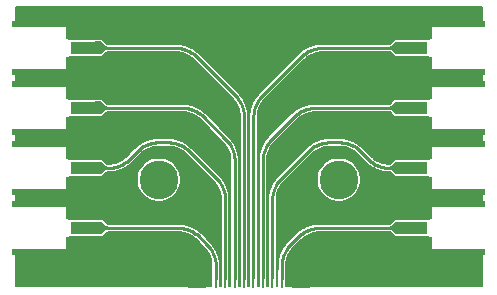
<source format=gbr>
G04 #@! TF.GenerationSoftware,KiCad,Pcbnew,5.1.4*
G04 #@! TF.CreationDate,2022-02-05T09:52:07-07:00*
G04 #@! TF.ProjectId,sleigh,736c6569-6768-42e6-9b69-6361645f7063,rev?*
G04 #@! TF.SameCoordinates,Original*
G04 #@! TF.FileFunction,Copper,L1,Top*
G04 #@! TF.FilePolarity,Positive*
%FSLAX46Y46*%
G04 Gerber Fmt 4.6, Leading zero omitted, Abs format (unit mm)*
G04 Created by KiCad (PCBNEW 5.1.4) date 2022-02-05 09:52:07*
%MOMM*%
%LPD*%
G04 APERTURE LIST*
%ADD10C,0.500000*%
%ADD11C,0.100000*%
%ADD12R,0.100000X0.258000*%
%ADD13R,1.500000X2.000000*%
%ADD14R,0.258000X1.600000*%
%ADD15C,1.550000*%
%ADD16R,2.600000X1.100000*%
%ADD17C,3.280000*%
%ADD18C,0.600000*%
%ADD19C,0.258000*%
%ADD20C,0.150000*%
G04 APERTURE END LIST*
D10*
X165160000Y-74210000D03*
D11*
G36*
X164460000Y-74339000D02*
G01*
X164360000Y-74339000D01*
X164360000Y-74081000D01*
X164460000Y-74081000D01*
X164910000Y-73660000D01*
X165410000Y-73660000D01*
X165410000Y-74760000D01*
X164910000Y-74760000D01*
X164460000Y-74339000D01*
X164460000Y-74339000D01*
G37*
D12*
X164410000Y-74210000D03*
X164400000Y-79290000D03*
D10*
X165150000Y-79290000D03*
D11*
G36*
X164450000Y-79419000D02*
G01*
X164350000Y-79419000D01*
X164350000Y-79161000D01*
X164450000Y-79161000D01*
X164900000Y-78740000D01*
X165400000Y-78740000D01*
X165400000Y-79840000D01*
X164900000Y-79840000D01*
X164450000Y-79419000D01*
X164450000Y-79419000D01*
G37*
D10*
X165160000Y-84370000D03*
D11*
G36*
X164460000Y-84499000D02*
G01*
X164360000Y-84499000D01*
X164360000Y-84241000D01*
X164460000Y-84241000D01*
X164910000Y-83820000D01*
X165410000Y-83820000D01*
X165410000Y-84920000D01*
X164910000Y-84920000D01*
X164460000Y-84499000D01*
X164460000Y-84499000D01*
G37*
D12*
X164410000Y-84370000D03*
X164410000Y-89450000D03*
D10*
X165160000Y-89450000D03*
D11*
G36*
X164460000Y-89579000D02*
G01*
X164360000Y-89579000D01*
X164360000Y-89321000D01*
X164460000Y-89321000D01*
X164910000Y-88900000D01*
X165410000Y-88900000D01*
X165410000Y-90000000D01*
X164910000Y-90000000D01*
X164460000Y-89579000D01*
X164460000Y-89579000D01*
G37*
D10*
X139650000Y-89450000D03*
D11*
G36*
X140350000Y-89321000D02*
G01*
X140450000Y-89321000D01*
X140450000Y-89579000D01*
X140350000Y-89579000D01*
X139900000Y-90000000D01*
X139400000Y-90000000D01*
X139400000Y-88900000D01*
X139900000Y-88900000D01*
X140350000Y-89321000D01*
X140350000Y-89321000D01*
G37*
D12*
X140400000Y-89450000D03*
X140390000Y-74200000D03*
D10*
X139640000Y-74200000D03*
D11*
G36*
X140340000Y-74071000D02*
G01*
X140440000Y-74071000D01*
X140440000Y-74329000D01*
X140340000Y-74329000D01*
X139890000Y-74750000D01*
X139390000Y-74750000D01*
X139390000Y-73650000D01*
X139890000Y-73650000D01*
X140340000Y-74071000D01*
X140340000Y-74071000D01*
G37*
D10*
X139640000Y-79280000D03*
D11*
G36*
X140340000Y-79151000D02*
G01*
X140440000Y-79151000D01*
X140440000Y-79409000D01*
X140340000Y-79409000D01*
X139890000Y-79830000D01*
X139390000Y-79830000D01*
X139390000Y-78730000D01*
X139890000Y-78730000D01*
X140340000Y-79151000D01*
X140340000Y-79151000D01*
G37*
D12*
X140390000Y-79280000D03*
X140390000Y-84370000D03*
D10*
X139640000Y-84370000D03*
D11*
G36*
X140340000Y-84241000D02*
G01*
X140440000Y-84241000D01*
X140440000Y-84499000D01*
X140340000Y-84499000D01*
X139890000Y-84920000D01*
X139390000Y-84920000D01*
X139390000Y-83820000D01*
X139890000Y-83820000D01*
X140340000Y-84241000D01*
X140340000Y-84241000D01*
G37*
D13*
X148000000Y-93526000D03*
X156800000Y-93526000D03*
D14*
X149600000Y-93726000D03*
X150400000Y-93726000D03*
X151200000Y-93726000D03*
X152000000Y-93726000D03*
X152800000Y-93726000D03*
X153600000Y-93726000D03*
X154400000Y-93726000D03*
X155200000Y-93726000D03*
D15*
X166406000Y-87923000D03*
D11*
G36*
X164906000Y-87148000D02*
G01*
X172406000Y-87148000D01*
X172406000Y-87698000D01*
X167906000Y-87698000D01*
X167906000Y-88698000D01*
X164906000Y-88698000D01*
X164906000Y-87148000D01*
X164906000Y-87148000D01*
G37*
D15*
X166406000Y-90973000D03*
D11*
G36*
X164906000Y-90198000D02*
G01*
X167906000Y-90198000D01*
X167906000Y-91198000D01*
X172406000Y-91198000D01*
X172406000Y-91748000D01*
X164906000Y-91748000D01*
X164906000Y-90198000D01*
X164906000Y-90198000D01*
G37*
D16*
X166206000Y-89448000D03*
D15*
X166406000Y-82843000D03*
D11*
G36*
X164906000Y-82068000D02*
G01*
X172406000Y-82068000D01*
X172406000Y-82618000D01*
X167906000Y-82618000D01*
X167906000Y-83618000D01*
X164906000Y-83618000D01*
X164906000Y-82068000D01*
X164906000Y-82068000D01*
G37*
D15*
X166406000Y-85893000D03*
D11*
G36*
X164906000Y-85118000D02*
G01*
X167906000Y-85118000D01*
X167906000Y-86118000D01*
X172406000Y-86118000D01*
X172406000Y-86668000D01*
X164906000Y-86668000D01*
X164906000Y-85118000D01*
X164906000Y-85118000D01*
G37*
D16*
X166206000Y-84368000D03*
D15*
X166406000Y-77763000D03*
D11*
G36*
X164906000Y-76988000D02*
G01*
X172406000Y-76988000D01*
X172406000Y-77538000D01*
X167906000Y-77538000D01*
X167906000Y-78538000D01*
X164906000Y-78538000D01*
X164906000Y-76988000D01*
X164906000Y-76988000D01*
G37*
D15*
X166406000Y-80813000D03*
D11*
G36*
X164906000Y-80038000D02*
G01*
X167906000Y-80038000D01*
X167906000Y-81038000D01*
X172406000Y-81038000D01*
X172406000Y-81588000D01*
X164906000Y-81588000D01*
X164906000Y-80038000D01*
X164906000Y-80038000D01*
G37*
D16*
X166206000Y-79288000D03*
D15*
X166406000Y-72683000D03*
D11*
G36*
X164906000Y-71908000D02*
G01*
X172406000Y-71908000D01*
X172406000Y-72458000D01*
X167906000Y-72458000D01*
X167906000Y-73458000D01*
X164906000Y-73458000D01*
X164906000Y-71908000D01*
X164906000Y-71908000D01*
G37*
D15*
X166406000Y-75733000D03*
D11*
G36*
X164906000Y-74958000D02*
G01*
X167906000Y-74958000D01*
X167906000Y-75958000D01*
X172406000Y-75958000D01*
X172406000Y-76508000D01*
X164906000Y-76508000D01*
X164906000Y-74958000D01*
X164906000Y-74958000D01*
G37*
D16*
X166206000Y-74208000D03*
D15*
X138394000Y-75725000D03*
D11*
G36*
X139894000Y-76500000D02*
G01*
X132394000Y-76500000D01*
X132394000Y-75950000D01*
X136894000Y-75950000D01*
X136894000Y-74950000D01*
X139894000Y-74950000D01*
X139894000Y-76500000D01*
X139894000Y-76500000D01*
G37*
D15*
X138394000Y-72675000D03*
D11*
G36*
X139894000Y-73450000D02*
G01*
X136894000Y-73450000D01*
X136894000Y-72450000D01*
X132394000Y-72450000D01*
X132394000Y-71900000D01*
X139894000Y-71900000D01*
X139894000Y-73450000D01*
X139894000Y-73450000D01*
G37*
D16*
X138594000Y-74200000D03*
D15*
X138394000Y-80805000D03*
D11*
G36*
X139894000Y-81580000D02*
G01*
X132394000Y-81580000D01*
X132394000Y-81030000D01*
X136894000Y-81030000D01*
X136894000Y-80030000D01*
X139894000Y-80030000D01*
X139894000Y-81580000D01*
X139894000Y-81580000D01*
G37*
D15*
X138394000Y-77755000D03*
D11*
G36*
X139894000Y-78530000D02*
G01*
X136894000Y-78530000D01*
X136894000Y-77530000D01*
X132394000Y-77530000D01*
X132394000Y-76980000D01*
X139894000Y-76980000D01*
X139894000Y-78530000D01*
X139894000Y-78530000D01*
G37*
D16*
X138594000Y-79280000D03*
D15*
X138394000Y-85893000D03*
D11*
G36*
X139894000Y-86668000D02*
G01*
X132394000Y-86668000D01*
X132394000Y-86118000D01*
X136894000Y-86118000D01*
X136894000Y-85118000D01*
X139894000Y-85118000D01*
X139894000Y-86668000D01*
X139894000Y-86668000D01*
G37*
D15*
X138394000Y-82843000D03*
D11*
G36*
X139894000Y-83618000D02*
G01*
X136894000Y-83618000D01*
X136894000Y-82618000D01*
X132394000Y-82618000D01*
X132394000Y-82068000D01*
X139894000Y-82068000D01*
X139894000Y-83618000D01*
X139894000Y-83618000D01*
G37*
D16*
X138594000Y-84368000D03*
D15*
X138394000Y-90973000D03*
D11*
G36*
X139894000Y-91748000D02*
G01*
X132394000Y-91748000D01*
X132394000Y-91198000D01*
X136894000Y-91198000D01*
X136894000Y-90198000D01*
X139894000Y-90198000D01*
X139894000Y-91748000D01*
X139894000Y-91748000D01*
G37*
D15*
X138394000Y-87923000D03*
D11*
G36*
X139894000Y-88698000D02*
G01*
X136894000Y-88698000D01*
X136894000Y-87698000D01*
X132394000Y-87698000D01*
X132394000Y-87148000D01*
X139894000Y-87148000D01*
X139894000Y-88698000D01*
X139894000Y-88698000D01*
G37*
D16*
X138594000Y-89448000D03*
D17*
X144780000Y-85360000D03*
X160020000Y-85360000D03*
D18*
X133540000Y-92320000D03*
X135820000Y-93840000D03*
X138100000Y-71800000D03*
X138100000Y-75600000D03*
X138100000Y-80920000D03*
X138100000Y-86240000D03*
X138100000Y-90800000D03*
X139620000Y-77880000D03*
X139620000Y-93080000D03*
X140380000Y-82440000D03*
X140380000Y-87760000D03*
X141140000Y-72560000D03*
X141900000Y-75600000D03*
X141900000Y-80160000D03*
X141900000Y-85480000D03*
X141900000Y-90800000D03*
X142660000Y-93840000D03*
X143420000Y-77880000D03*
X144180000Y-71800000D03*
X144940000Y-80920000D03*
X144940000Y-91560000D03*
X145700000Y-75600000D03*
X146460000Y-93840000D03*
X147220000Y-72560000D03*
X147220000Y-77880000D03*
X147980000Y-81680000D03*
X147980000Y-85480000D03*
X148740000Y-88520000D03*
X149500000Y-74080000D03*
X149500000Y-79400000D03*
X150260000Y-83960000D03*
X151020000Y-71800000D03*
X151020000Y-76360000D03*
X153300000Y-73320000D03*
X154060000Y-79400000D03*
X154820000Y-83200000D03*
X155580000Y-71800000D03*
X155580000Y-87000000D03*
X156340000Y-77120000D03*
X157100000Y-80920000D03*
X157100000Y-91560000D03*
X157860000Y-73320000D03*
X158620000Y-93840000D03*
X159380000Y-75600000D03*
X159380000Y-83200000D03*
X160140000Y-71800000D03*
X160140000Y-80160000D03*
X160140000Y-90800000D03*
X161660000Y-77120000D03*
X161660000Y-93080000D03*
X162420000Y-73320000D03*
X162420000Y-81680000D03*
X163180000Y-85480000D03*
X163940000Y-75600000D03*
X163940000Y-88520000D03*
X164700000Y-71800000D03*
X164700000Y-91560000D03*
X165460000Y-77880000D03*
X165460000Y-82440000D03*
X166220000Y-86240000D03*
X166220000Y-93840000D03*
X168500000Y-92320000D03*
X170780000Y-93840000D03*
D19*
X155200000Y-92600000D02*
X155200000Y-93726000D01*
X155200000Y-92600000D02*
X155202907Y-92481540D01*
X155202907Y-92481540D02*
X155211624Y-92363365D01*
X155211624Y-92363365D02*
X155226129Y-92245761D01*
X155226129Y-92245761D02*
X155246387Y-92129010D01*
X155246387Y-92129010D02*
X155272350Y-92013393D01*
X155272350Y-92013393D02*
X155303954Y-91899190D01*
X155303954Y-91899190D02*
X155341124Y-91786675D01*
X155341124Y-91786675D02*
X155383770Y-91676120D01*
X155383770Y-91676120D02*
X155431789Y-91567790D01*
X155431789Y-91567790D02*
X155485066Y-91461947D01*
X155485066Y-91461947D02*
X155543472Y-91358846D01*
X155543472Y-91358846D02*
X155606867Y-91258734D01*
X155606867Y-91258734D02*
X155675098Y-91161854D01*
X155675098Y-91161854D02*
X155748000Y-91068438D01*
X155748000Y-91068438D02*
X155825398Y-90978713D01*
X155825398Y-90978713D02*
X155907106Y-90892893D01*
X158352000Y-89448000D02*
X166206000Y-89448000D01*
X158352000Y-89448000D02*
X158233540Y-89450907D01*
X158233540Y-89450907D02*
X158115365Y-89459624D01*
X158115365Y-89459624D02*
X157997761Y-89474129D01*
X157997761Y-89474129D02*
X157881009Y-89494387D01*
X157881009Y-89494387D02*
X157765393Y-89520350D01*
X157765393Y-89520350D02*
X157651190Y-89551954D01*
X157651190Y-89551954D02*
X157538675Y-89589124D01*
X157538675Y-89589124D02*
X157428119Y-89631770D01*
X157428119Y-89631770D02*
X157319789Y-89679789D01*
X157319789Y-89679789D02*
X157213946Y-89733066D01*
X157213946Y-89733066D02*
X157110845Y-89791472D01*
X157110845Y-89791472D02*
X157010733Y-89854867D01*
X157010733Y-89854867D02*
X156913853Y-89923097D01*
X156913853Y-89923097D02*
X156820437Y-89996000D01*
X156820437Y-89996000D02*
X156730711Y-90073398D01*
X156730711Y-90073398D02*
X156644892Y-90155106D01*
X156644892Y-90155106D02*
X155907106Y-90892893D01*
X155107106Y-85292893D02*
X155025398Y-85378712D01*
X155025398Y-85378712D02*
X154948000Y-85468438D01*
X154948000Y-85468438D02*
X154875098Y-85561854D01*
X154875098Y-85561854D02*
X154806867Y-85658734D01*
X154806867Y-85658734D02*
X154743472Y-85758845D01*
X154743472Y-85758845D02*
X154685066Y-85861947D01*
X154685066Y-85861947D02*
X154631789Y-85967790D01*
X154631789Y-85967790D02*
X154583770Y-86076120D01*
X154583770Y-86076120D02*
X154541124Y-86186675D01*
X154541124Y-86186675D02*
X154503954Y-86299190D01*
X154503954Y-86299190D02*
X154472350Y-86413393D01*
X154472350Y-86413393D02*
X154446387Y-86529010D01*
X154446387Y-86529010D02*
X154426129Y-86645761D01*
X154426129Y-86645761D02*
X154411624Y-86763365D01*
X154411624Y-86763365D02*
X154402907Y-86881540D01*
X154402907Y-86881540D02*
X154400000Y-87000000D01*
X154400000Y-87000000D02*
X154400000Y-93700000D01*
X159200000Y-82200000D02*
X159081540Y-82202907D01*
X159081540Y-82202907D02*
X158963365Y-82211624D01*
X158963365Y-82211624D02*
X158845761Y-82226129D01*
X158845761Y-82226129D02*
X158729010Y-82246387D01*
X158729010Y-82246387D02*
X158613393Y-82272350D01*
X158613393Y-82272350D02*
X158499190Y-82303954D01*
X158499190Y-82303954D02*
X158386675Y-82341124D01*
X158386675Y-82341124D02*
X158276120Y-82383770D01*
X158276120Y-82383770D02*
X158167790Y-82431789D01*
X158167790Y-82431789D02*
X158061947Y-82485066D01*
X158061947Y-82485066D02*
X157958846Y-82543472D01*
X157958846Y-82543472D02*
X157858734Y-82606867D01*
X157858734Y-82606867D02*
X157761854Y-82675098D01*
X157761854Y-82675098D02*
X157668438Y-82748000D01*
X157668438Y-82748000D02*
X157578713Y-82825398D01*
X157578713Y-82825398D02*
X157492893Y-82907106D01*
X157492893Y-82907106D02*
X155107106Y-85292893D01*
X161807106Y-82907106D02*
X161721285Y-82825398D01*
X161721285Y-82825398D02*
X161631560Y-82748000D01*
X161631560Y-82748000D02*
X161538144Y-82675098D01*
X161538144Y-82675098D02*
X161441264Y-82606867D01*
X161441264Y-82606867D02*
X161341153Y-82543472D01*
X161341153Y-82543472D02*
X161238051Y-82485066D01*
X161238051Y-82485066D02*
X161132208Y-82431789D01*
X161132208Y-82431789D02*
X161023879Y-82383770D01*
X161023879Y-82383770D02*
X160913323Y-82341124D01*
X160913323Y-82341124D02*
X160800808Y-82303954D01*
X160800808Y-82303954D02*
X160686605Y-82272350D01*
X160686605Y-82272350D02*
X160570989Y-82246387D01*
X160570989Y-82246387D02*
X160454238Y-82226129D01*
X160454238Y-82226129D02*
X160336634Y-82211624D01*
X160336634Y-82211624D02*
X160218459Y-82202907D01*
X160218459Y-82202907D02*
X160100000Y-82200000D01*
X160100000Y-82200000D02*
X159200000Y-82200000D01*
X164268000Y-84368000D02*
X166206000Y-84368000D01*
X164268000Y-84368000D02*
X164149540Y-84365091D01*
X164149540Y-84365091D02*
X164031365Y-84356374D01*
X164031365Y-84356374D02*
X163913761Y-84341869D01*
X163913761Y-84341869D02*
X163797010Y-84321611D01*
X163797010Y-84321611D02*
X163681393Y-84295649D01*
X163681393Y-84295649D02*
X163567190Y-84264044D01*
X163567190Y-84264044D02*
X163454675Y-84226874D01*
X163454675Y-84226874D02*
X163344120Y-84184228D01*
X163344120Y-84184228D02*
X163235790Y-84136209D01*
X163235790Y-84136209D02*
X163129947Y-84082932D01*
X163129947Y-84082932D02*
X163026845Y-84024526D01*
X163026845Y-84024526D02*
X162926734Y-83961131D01*
X162926734Y-83961131D02*
X162829854Y-83892900D01*
X162829854Y-83892900D02*
X162736438Y-83819998D01*
X162736438Y-83819998D02*
X162646712Y-83742600D01*
X162646712Y-83742600D02*
X162560893Y-83660893D01*
X162560893Y-83660893D02*
X161807106Y-82907106D01*
X153600000Y-83674000D02*
X153600000Y-93700000D01*
X153600000Y-83674000D02*
X153602907Y-83555540D01*
X153602907Y-83555540D02*
X153611624Y-83437365D01*
X153611624Y-83437365D02*
X153626129Y-83319761D01*
X153626129Y-83319761D02*
X153646387Y-83203010D01*
X153646387Y-83203010D02*
X153672350Y-83087393D01*
X153672350Y-83087393D02*
X153703954Y-82973190D01*
X153703954Y-82973190D02*
X153741124Y-82860675D01*
X153741124Y-82860675D02*
X153783770Y-82750120D01*
X153783770Y-82750120D02*
X153831789Y-82641790D01*
X153831789Y-82641790D02*
X153885066Y-82535947D01*
X153885066Y-82535947D02*
X153943472Y-82432846D01*
X153943472Y-82432846D02*
X154006867Y-82332734D01*
X154006867Y-82332734D02*
X154075098Y-82235854D01*
X154075098Y-82235854D02*
X154148000Y-82142438D01*
X154148000Y-82142438D02*
X154225398Y-82052713D01*
X154225398Y-82052713D02*
X154307106Y-81966893D01*
X157986000Y-79288000D02*
X166206000Y-79288000D01*
X157986000Y-79288000D02*
X157867540Y-79290907D01*
X157867540Y-79290907D02*
X157749365Y-79299624D01*
X157749365Y-79299624D02*
X157631761Y-79314129D01*
X157631761Y-79314129D02*
X157515010Y-79334387D01*
X157515010Y-79334387D02*
X157399393Y-79360350D01*
X157399393Y-79360350D02*
X157285190Y-79391954D01*
X157285190Y-79391954D02*
X157172675Y-79429124D01*
X157172675Y-79429124D02*
X157062120Y-79471770D01*
X157062120Y-79471770D02*
X156953790Y-79519789D01*
X156953790Y-79519789D02*
X156847947Y-79573066D01*
X156847947Y-79573066D02*
X156744846Y-79631472D01*
X156744846Y-79631472D02*
X156644734Y-79694867D01*
X156644734Y-79694867D02*
X156547854Y-79763098D01*
X156547854Y-79763098D02*
X156454438Y-79836000D01*
X156454438Y-79836000D02*
X156364713Y-79913398D01*
X156364713Y-79913398D02*
X156278893Y-79995106D01*
X156278893Y-79995106D02*
X154307106Y-81966893D01*
X152800000Y-80000000D02*
X152800000Y-93700000D01*
X152800000Y-80000000D02*
X152802907Y-79881540D01*
X152802907Y-79881540D02*
X152811624Y-79763365D01*
X152811624Y-79763365D02*
X152826129Y-79645761D01*
X152826129Y-79645761D02*
X152846387Y-79529010D01*
X152846387Y-79529010D02*
X152872350Y-79413393D01*
X152872350Y-79413393D02*
X152903954Y-79299190D01*
X152903954Y-79299190D02*
X152941124Y-79186675D01*
X152941124Y-79186675D02*
X152983770Y-79076120D01*
X152983770Y-79076120D02*
X153031789Y-78967790D01*
X153031789Y-78967790D02*
X153085066Y-78861947D01*
X153085066Y-78861947D02*
X153143472Y-78758846D01*
X153143472Y-78758846D02*
X153206867Y-78658734D01*
X153206867Y-78658734D02*
X153275098Y-78561854D01*
X153275098Y-78561854D02*
X153348000Y-78468438D01*
X153348000Y-78468438D02*
X153425398Y-78378713D01*
X153425398Y-78378713D02*
X153507106Y-78292893D01*
X158592000Y-74208000D02*
X166206000Y-74208000D01*
X158592000Y-74208000D02*
X158473540Y-74210907D01*
X158473540Y-74210907D02*
X158355365Y-74219624D01*
X158355365Y-74219624D02*
X158237761Y-74234129D01*
X158237761Y-74234129D02*
X158121010Y-74254387D01*
X158121010Y-74254387D02*
X158005393Y-74280350D01*
X158005393Y-74280350D02*
X157891190Y-74311954D01*
X157891190Y-74311954D02*
X157778675Y-74349124D01*
X157778675Y-74349124D02*
X157668120Y-74391770D01*
X157668120Y-74391770D02*
X157559790Y-74439789D01*
X157559790Y-74439789D02*
X157453947Y-74493066D01*
X157453947Y-74493066D02*
X157350846Y-74551472D01*
X157350846Y-74551472D02*
X157250734Y-74614867D01*
X157250734Y-74614867D02*
X157153854Y-74683098D01*
X157153854Y-74683098D02*
X157060438Y-74756000D01*
X157060438Y-74756000D02*
X156970713Y-74833398D01*
X156970713Y-74833398D02*
X156884893Y-74915106D01*
X156884893Y-74915106D02*
X153507106Y-78292893D01*
X151292893Y-78292893D02*
X151374600Y-78378713D01*
X151374600Y-78378713D02*
X151451998Y-78468438D01*
X151451998Y-78468438D02*
X151524900Y-78561854D01*
X151524900Y-78561854D02*
X151593131Y-78658734D01*
X151593131Y-78658734D02*
X151656526Y-78758846D01*
X151656526Y-78758846D02*
X151714932Y-78861947D01*
X151714932Y-78861947D02*
X151768209Y-78967790D01*
X151768209Y-78967790D02*
X151816228Y-79076120D01*
X151816228Y-79076120D02*
X151858874Y-79186675D01*
X151858874Y-79186675D02*
X151896044Y-79299190D01*
X151896044Y-79299190D02*
X151927648Y-79413393D01*
X151927648Y-79413393D02*
X151953611Y-79529010D01*
X151953611Y-79529010D02*
X151973869Y-79645761D01*
X151973869Y-79645761D02*
X151988374Y-79763365D01*
X151988374Y-79763365D02*
X151997091Y-79881540D01*
X151997091Y-79881540D02*
X152000000Y-80000000D01*
X152000000Y-80000000D02*
X152000000Y-93726000D01*
X146200000Y-74200000D02*
X138594000Y-74200000D01*
X146200000Y-74200000D02*
X146318459Y-74202908D01*
X146318459Y-74202908D02*
X146436634Y-74211625D01*
X146436634Y-74211625D02*
X146554238Y-74226130D01*
X146554238Y-74226130D02*
X146670989Y-74246388D01*
X146670989Y-74246388D02*
X146786605Y-74272350D01*
X146786605Y-74272350D02*
X146900808Y-74303955D01*
X146900808Y-74303955D02*
X147013323Y-74341125D01*
X147013323Y-74341125D02*
X147123878Y-74383770D01*
X147123878Y-74383770D02*
X147232208Y-74431790D01*
X147232208Y-74431790D02*
X147338051Y-74485067D01*
X147338051Y-74485067D02*
X147441153Y-74543473D01*
X147441153Y-74543473D02*
X147541264Y-74606868D01*
X147541264Y-74606868D02*
X147638144Y-74675098D01*
X147638144Y-74675098D02*
X147731559Y-74748000D01*
X147731559Y-74748000D02*
X147821285Y-74825398D01*
X147821285Y-74825398D02*
X147907106Y-74907106D01*
X147907106Y-74907106D02*
X151292893Y-78292893D01*
X150492893Y-81992893D02*
X150574600Y-82078713D01*
X150574600Y-82078713D02*
X150651998Y-82168438D01*
X150651998Y-82168438D02*
X150724900Y-82261854D01*
X150724900Y-82261854D02*
X150793131Y-82358734D01*
X150793131Y-82358734D02*
X150856526Y-82458846D01*
X150856526Y-82458846D02*
X150914932Y-82561947D01*
X150914932Y-82561947D02*
X150968209Y-82667790D01*
X150968209Y-82667790D02*
X151016228Y-82776120D01*
X151016228Y-82776120D02*
X151058874Y-82886675D01*
X151058874Y-82886675D02*
X151096044Y-82999190D01*
X151096044Y-82999190D02*
X151127648Y-83113393D01*
X151127648Y-83113393D02*
X151153611Y-83229010D01*
X151153611Y-83229010D02*
X151173869Y-83345761D01*
X151173869Y-83345761D02*
X151188374Y-83463365D01*
X151188374Y-83463365D02*
X151197091Y-83581540D01*
X151197091Y-83581540D02*
X151200000Y-83700000D01*
X151200000Y-83700000D02*
X151200000Y-93726000D01*
X146780000Y-79280000D02*
X138594000Y-79280000D01*
X146780000Y-79280000D02*
X146898459Y-79282908D01*
X146898459Y-79282908D02*
X147016634Y-79291625D01*
X147016634Y-79291625D02*
X147134238Y-79306130D01*
X147134238Y-79306130D02*
X147250989Y-79326388D01*
X147250989Y-79326388D02*
X147366605Y-79352350D01*
X147366605Y-79352350D02*
X147480808Y-79383955D01*
X147480808Y-79383955D02*
X147593323Y-79421125D01*
X147593323Y-79421125D02*
X147703878Y-79463770D01*
X147703878Y-79463770D02*
X147812208Y-79511790D01*
X147812208Y-79511790D02*
X147918051Y-79565067D01*
X147918051Y-79565067D02*
X148021153Y-79623473D01*
X148021153Y-79623473D02*
X148121264Y-79686868D01*
X148121264Y-79686868D02*
X148218144Y-79755098D01*
X148218144Y-79755098D02*
X148311559Y-79828000D01*
X148311559Y-79828000D02*
X148401285Y-79905398D01*
X148401285Y-79905398D02*
X148487106Y-79987106D01*
X148487106Y-79987106D02*
X150492893Y-81992893D01*
X142239106Y-83660893D02*
X142153285Y-83742600D01*
X142153285Y-83742600D02*
X142063560Y-83819998D01*
X142063560Y-83819998D02*
X141970144Y-83892900D01*
X141970144Y-83892900D02*
X141873264Y-83961131D01*
X141873264Y-83961131D02*
X141773153Y-84024526D01*
X141773153Y-84024526D02*
X141670051Y-84082932D01*
X141670051Y-84082932D02*
X141564208Y-84136209D01*
X141564208Y-84136209D02*
X141455879Y-84184228D01*
X141455879Y-84184228D02*
X141345323Y-84226874D01*
X141345323Y-84226874D02*
X141232808Y-84264044D01*
X141232808Y-84264044D02*
X141118605Y-84295648D01*
X141118605Y-84295648D02*
X141002989Y-84321611D01*
X141002989Y-84321611D02*
X140886238Y-84341869D01*
X140886238Y-84341869D02*
X140768634Y-84356374D01*
X140768634Y-84356374D02*
X140650459Y-84365091D01*
X140650459Y-84365091D02*
X140532000Y-84368000D01*
X140532000Y-84368000D02*
X138594000Y-84368000D01*
X144700000Y-82200000D02*
X144581540Y-82202907D01*
X144581540Y-82202907D02*
X144463365Y-82211624D01*
X144463365Y-82211624D02*
X144345761Y-82226129D01*
X144345761Y-82226129D02*
X144229009Y-82246387D01*
X144229009Y-82246387D02*
X144113393Y-82272350D01*
X144113393Y-82272350D02*
X143999190Y-82303954D01*
X143999190Y-82303954D02*
X143886675Y-82341124D01*
X143886675Y-82341124D02*
X143776119Y-82383770D01*
X143776119Y-82383770D02*
X143667789Y-82431789D01*
X143667789Y-82431789D02*
X143561946Y-82485066D01*
X143561946Y-82485066D02*
X143458845Y-82543472D01*
X143458845Y-82543472D02*
X143358733Y-82606867D01*
X143358733Y-82606867D02*
X143261853Y-82675097D01*
X143261853Y-82675097D02*
X143168437Y-82748000D01*
X143168437Y-82748000D02*
X143078711Y-82825398D01*
X143078711Y-82825398D02*
X142992892Y-82907106D01*
X142992892Y-82907106D02*
X142239106Y-83660893D01*
X147307106Y-82907106D02*
X147221285Y-82825398D01*
X147221285Y-82825398D02*
X147131560Y-82748000D01*
X147131560Y-82748000D02*
X147038144Y-82675098D01*
X147038144Y-82675098D02*
X146941264Y-82606867D01*
X146941264Y-82606867D02*
X146841153Y-82543472D01*
X146841153Y-82543472D02*
X146738051Y-82485066D01*
X146738051Y-82485066D02*
X146632208Y-82431789D01*
X146632208Y-82431789D02*
X146523879Y-82383770D01*
X146523879Y-82383770D02*
X146413323Y-82341124D01*
X146413323Y-82341124D02*
X146300808Y-82303954D01*
X146300808Y-82303954D02*
X146186605Y-82272350D01*
X146186605Y-82272350D02*
X146070989Y-82246387D01*
X146070989Y-82246387D02*
X145954238Y-82226129D01*
X145954238Y-82226129D02*
X145836634Y-82211624D01*
X145836634Y-82211624D02*
X145718459Y-82202907D01*
X145718459Y-82202907D02*
X145600000Y-82200000D01*
X145600000Y-82200000D02*
X144700000Y-82200000D01*
X150400000Y-87000000D02*
X150400000Y-93726000D01*
X150400000Y-87000000D02*
X150397091Y-86881540D01*
X150397091Y-86881540D02*
X150388374Y-86763365D01*
X150388374Y-86763365D02*
X150373869Y-86645761D01*
X150373869Y-86645761D02*
X150353611Y-86529010D01*
X150353611Y-86529010D02*
X150327649Y-86413393D01*
X150327649Y-86413393D02*
X150296044Y-86299190D01*
X150296044Y-86299190D02*
X150258874Y-86186675D01*
X150258874Y-86186675D02*
X150216228Y-86076120D01*
X150216228Y-86076120D02*
X150168209Y-85967790D01*
X150168209Y-85967790D02*
X150114932Y-85861947D01*
X150114932Y-85861947D02*
X150056526Y-85758845D01*
X150056526Y-85758845D02*
X149993131Y-85658734D01*
X149993131Y-85658734D02*
X149924900Y-85561854D01*
X149924900Y-85561854D02*
X149851998Y-85468438D01*
X149851998Y-85468438D02*
X149774600Y-85378712D01*
X149774600Y-85378712D02*
X149692893Y-85292893D01*
X149692893Y-85292893D02*
X147307106Y-82907106D01*
X146448000Y-89448000D02*
X138594000Y-89448000D01*
X146448000Y-89448000D02*
X146566459Y-89450908D01*
X146566459Y-89450908D02*
X146684634Y-89459625D01*
X146684634Y-89459625D02*
X146802238Y-89474130D01*
X146802238Y-89474130D02*
X146918989Y-89494388D01*
X146918989Y-89494388D02*
X147034605Y-89520350D01*
X147034605Y-89520350D02*
X147148808Y-89551955D01*
X147148808Y-89551955D02*
X147261323Y-89589125D01*
X147261323Y-89589125D02*
X147371878Y-89631770D01*
X147371878Y-89631770D02*
X147480208Y-89679790D01*
X147480208Y-89679790D02*
X147586051Y-89733067D01*
X147586051Y-89733067D02*
X147689153Y-89791473D01*
X147689153Y-89791473D02*
X147789264Y-89854868D01*
X147789264Y-89854868D02*
X147886144Y-89923098D01*
X147886144Y-89923098D02*
X147979559Y-89996000D01*
X147979559Y-89996000D02*
X148069285Y-90073398D01*
X148069285Y-90073398D02*
X148155106Y-90155106D01*
X149600000Y-92600000D02*
X149600000Y-93726000D01*
X149600000Y-92600000D02*
X149597091Y-92481540D01*
X149597091Y-92481540D02*
X149588374Y-92363365D01*
X149588374Y-92363365D02*
X149573869Y-92245761D01*
X149573869Y-92245761D02*
X149553611Y-92129010D01*
X149553611Y-92129010D02*
X149527649Y-92013393D01*
X149527649Y-92013393D02*
X149496044Y-91899190D01*
X149496044Y-91899190D02*
X149458874Y-91786675D01*
X149458874Y-91786675D02*
X149416228Y-91676120D01*
X149416228Y-91676120D02*
X149368209Y-91567790D01*
X149368209Y-91567790D02*
X149314932Y-91461947D01*
X149314932Y-91461947D02*
X149256526Y-91358845D01*
X149256526Y-91358845D02*
X149193131Y-91258734D01*
X149193131Y-91258734D02*
X149124900Y-91161854D01*
X149124900Y-91161854D02*
X149051998Y-91068438D01*
X149051998Y-91068438D02*
X148974600Y-90978712D01*
X148974600Y-90978712D02*
X148892893Y-90892893D01*
X148892893Y-90892893D02*
X148155106Y-90155106D01*
D20*
G36*
X146300597Y-74566579D02*
G01*
X146400960Y-74573982D01*
X146500815Y-74586299D01*
X146599950Y-74603500D01*
X146698152Y-74625552D01*
X146795109Y-74652384D01*
X146890655Y-74683949D01*
X146984550Y-74720167D01*
X147076531Y-74760940D01*
X147166416Y-74806185D01*
X147253968Y-74855782D01*
X147338971Y-74909610D01*
X147421246Y-74967554D01*
X147500578Y-75029466D01*
X147576770Y-75095190D01*
X147652892Y-75167664D01*
X151032374Y-78547148D01*
X151104810Y-78623230D01*
X151170541Y-78699431D01*
X151232451Y-78778762D01*
X151290386Y-78861022D01*
X151344222Y-78946040D01*
X151393819Y-79033591D01*
X151439059Y-79123467D01*
X151479830Y-79215445D01*
X151516054Y-79309353D01*
X151547614Y-79404887D01*
X151574451Y-79501863D01*
X151596499Y-79600046D01*
X151613700Y-79699182D01*
X151626017Y-79799040D01*
X151633420Y-79899404D01*
X151636000Y-80004455D01*
X151636001Y-92914446D01*
X151634863Y-92926000D01*
X151634863Y-94340000D01*
X151565137Y-94340000D01*
X151565137Y-92926000D01*
X151564000Y-92914455D01*
X151564000Y-83713398D01*
X151564329Y-83708938D01*
X151564000Y-83695541D01*
X151564000Y-83682120D01*
X151563561Y-83677662D01*
X151561200Y-83581539D01*
X151561420Y-83572594D01*
X151560761Y-83563667D01*
X151560542Y-83554730D01*
X151559448Y-83545860D01*
X151552044Y-83445496D01*
X151551825Y-83436553D01*
X151550730Y-83427673D01*
X151550072Y-83418757D01*
X151548544Y-83409949D01*
X151536224Y-83310069D01*
X151535566Y-83301147D01*
X151534036Y-83292331D01*
X151532942Y-83283459D01*
X151530984Y-83274738D01*
X151513777Y-83175573D01*
X151512683Y-83166701D01*
X151510725Y-83157982D01*
X151509195Y-83149164D01*
X151506808Y-83140538D01*
X151484761Y-83042362D01*
X151483231Y-83033542D01*
X151480843Y-83024912D01*
X151478885Y-83016194D01*
X151476083Y-83007712D01*
X151449241Y-82910717D01*
X151447280Y-82901987D01*
X151444474Y-82893493D01*
X151442089Y-82884875D01*
X151438870Y-82876530D01*
X151407306Y-82780985D01*
X151404918Y-82772355D01*
X151401695Y-82764000D01*
X151398893Y-82755518D01*
X151395273Y-82747352D01*
X151359048Y-82653443D01*
X151356246Y-82644960D01*
X151352624Y-82636790D01*
X151349402Y-82628436D01*
X151345378Y-82620441D01*
X151304601Y-82528450D01*
X151301381Y-82520102D01*
X151297360Y-82512114D01*
X151293736Y-82503938D01*
X151289328Y-82496156D01*
X151244078Y-82406262D01*
X151240456Y-82398090D01*
X151236050Y-82390312D01*
X151232026Y-82382318D01*
X151227239Y-82374758D01*
X151177637Y-82287199D01*
X151173618Y-82279214D01*
X151168836Y-82271662D01*
X151164424Y-82263874D01*
X151159271Y-82256558D01*
X151105439Y-82171547D01*
X151101027Y-82163758D01*
X151095872Y-82156439D01*
X151091092Y-82148890D01*
X151085593Y-82141844D01*
X151027647Y-82059568D01*
X151022859Y-82052007D01*
X151017352Y-82044950D01*
X151012204Y-82037641D01*
X151006366Y-82030873D01*
X150944452Y-81951537D01*
X150939299Y-81944221D01*
X150933454Y-81937445D01*
X150927956Y-81930400D01*
X150921791Y-81923924D01*
X150856057Y-81847721D01*
X150850555Y-81840671D01*
X150844386Y-81834192D01*
X150838544Y-81827419D01*
X150832067Y-81821252D01*
X150765764Y-81751612D01*
X150762922Y-81748149D01*
X150753428Y-81738655D01*
X150744190Y-81728952D01*
X150740805Y-81726032D01*
X148753980Y-79739208D01*
X148751048Y-79735809D01*
X148741305Y-79726533D01*
X148731849Y-79717077D01*
X148728399Y-79714246D01*
X148658745Y-79647930D01*
X148652578Y-79641453D01*
X148645806Y-79635611D01*
X148639327Y-79629443D01*
X148632277Y-79623941D01*
X148556077Y-79558210D01*
X148549599Y-79552043D01*
X148542548Y-79546540D01*
X148535774Y-79540697D01*
X148528463Y-79535548D01*
X148449123Y-79473630D01*
X148442355Y-79467792D01*
X148435049Y-79462646D01*
X148427993Y-79457140D01*
X148420430Y-79452351D01*
X148338152Y-79394404D01*
X148331109Y-79388908D01*
X148323559Y-79384127D01*
X148316238Y-79378971D01*
X148308450Y-79374560D01*
X148223436Y-79320725D01*
X148216123Y-79315574D01*
X148208341Y-79311166D01*
X148200787Y-79306382D01*
X148192799Y-79302361D01*
X148105234Y-79252756D01*
X148097680Y-79247973D01*
X148089693Y-79243953D01*
X148081907Y-79239542D01*
X148073728Y-79235917D01*
X147983844Y-79190673D01*
X147976063Y-79186265D01*
X147967886Y-79182640D01*
X147959895Y-79178618D01*
X147951551Y-79175399D01*
X147859550Y-79134617D01*
X147851559Y-79130595D01*
X147843217Y-79127377D01*
X147835041Y-79123753D01*
X147826544Y-79120946D01*
X147732666Y-79084734D01*
X147724481Y-79081106D01*
X147715974Y-79078296D01*
X147707640Y-79075081D01*
X147699031Y-79072698D01*
X147603472Y-79041130D01*
X147595126Y-79037911D01*
X147586502Y-79035524D01*
X147578010Y-79032719D01*
X147569284Y-79030759D01*
X147472303Y-79003920D01*
X147463802Y-79001112D01*
X147455068Y-78999151D01*
X147446458Y-78996768D01*
X147437652Y-78995240D01*
X147339451Y-78973189D01*
X147330834Y-78970804D01*
X147322024Y-78969275D01*
X147313294Y-78967315D01*
X147304415Y-78966220D01*
X147205267Y-78949017D01*
X147196540Y-78947057D01*
X147187662Y-78945962D01*
X147178850Y-78944433D01*
X147169933Y-78943775D01*
X147070052Y-78931456D01*
X147061242Y-78929927D01*
X147052324Y-78929269D01*
X147043445Y-78928174D01*
X147034504Y-78927955D01*
X146934133Y-78920551D01*
X146925266Y-78919457D01*
X146916334Y-78919238D01*
X146907404Y-78918579D01*
X146898455Y-78918799D01*
X146802336Y-78916439D01*
X146797880Y-78916000D01*
X146784459Y-78916000D01*
X146771059Y-78915671D01*
X146766599Y-78916000D01*
X140451545Y-78916000D01*
X140440000Y-78914863D01*
X140433238Y-78914863D01*
X140073568Y-78578372D01*
X140060974Y-78563026D01*
X140025191Y-78533659D01*
X139984366Y-78511838D01*
X139940068Y-78498400D01*
X139894000Y-78493863D01*
X137294000Y-78493863D01*
X137247932Y-78498400D01*
X137203634Y-78511838D01*
X137179000Y-78525005D01*
X137179000Y-77543990D01*
X137180378Y-77530000D01*
X137174875Y-77474130D01*
X137158579Y-77420408D01*
X137132115Y-77370897D01*
X137096500Y-77327500D01*
X137053103Y-77291885D01*
X137003592Y-77265421D01*
X136949870Y-77249125D01*
X136907990Y-77245000D01*
X136894000Y-77243622D01*
X136880010Y-77245000D01*
X132654000Y-77245000D01*
X132654000Y-76235000D01*
X136880010Y-76235000D01*
X136894000Y-76236378D01*
X136907990Y-76235000D01*
X136949870Y-76230875D01*
X137003592Y-76214579D01*
X137053103Y-76188115D01*
X137096500Y-76152500D01*
X137132115Y-76109103D01*
X137158579Y-76059592D01*
X137174875Y-76005870D01*
X137180378Y-75950000D01*
X137179000Y-75936010D01*
X137179000Y-74954995D01*
X137203634Y-74968162D01*
X137247932Y-74981600D01*
X137294000Y-74986137D01*
X139894000Y-74986137D01*
X139913505Y-74984216D01*
X139928336Y-74983004D01*
X139929808Y-74982610D01*
X139940068Y-74981600D01*
X139984366Y-74968162D01*
X140025191Y-74946341D01*
X140060974Y-74916974D01*
X140073568Y-74901628D01*
X140433238Y-74565137D01*
X140440000Y-74565137D01*
X140451545Y-74564000D01*
X146195554Y-74564000D01*
X146300597Y-74566579D01*
X146300597Y-74566579D01*
G37*
X146300597Y-74566579D02*
X146400960Y-74573982D01*
X146500815Y-74586299D01*
X146599950Y-74603500D01*
X146698152Y-74625552D01*
X146795109Y-74652384D01*
X146890655Y-74683949D01*
X146984550Y-74720167D01*
X147076531Y-74760940D01*
X147166416Y-74806185D01*
X147253968Y-74855782D01*
X147338971Y-74909610D01*
X147421246Y-74967554D01*
X147500578Y-75029466D01*
X147576770Y-75095190D01*
X147652892Y-75167664D01*
X151032374Y-78547148D01*
X151104810Y-78623230D01*
X151170541Y-78699431D01*
X151232451Y-78778762D01*
X151290386Y-78861022D01*
X151344222Y-78946040D01*
X151393819Y-79033591D01*
X151439059Y-79123467D01*
X151479830Y-79215445D01*
X151516054Y-79309353D01*
X151547614Y-79404887D01*
X151574451Y-79501863D01*
X151596499Y-79600046D01*
X151613700Y-79699182D01*
X151626017Y-79799040D01*
X151633420Y-79899404D01*
X151636000Y-80004455D01*
X151636001Y-92914446D01*
X151634863Y-92926000D01*
X151634863Y-94340000D01*
X151565137Y-94340000D01*
X151565137Y-92926000D01*
X151564000Y-92914455D01*
X151564000Y-83713398D01*
X151564329Y-83708938D01*
X151564000Y-83695541D01*
X151564000Y-83682120D01*
X151563561Y-83677662D01*
X151561200Y-83581539D01*
X151561420Y-83572594D01*
X151560761Y-83563667D01*
X151560542Y-83554730D01*
X151559448Y-83545860D01*
X151552044Y-83445496D01*
X151551825Y-83436553D01*
X151550730Y-83427673D01*
X151550072Y-83418757D01*
X151548544Y-83409949D01*
X151536224Y-83310069D01*
X151535566Y-83301147D01*
X151534036Y-83292331D01*
X151532942Y-83283459D01*
X151530984Y-83274738D01*
X151513777Y-83175573D01*
X151512683Y-83166701D01*
X151510725Y-83157982D01*
X151509195Y-83149164D01*
X151506808Y-83140538D01*
X151484761Y-83042362D01*
X151483231Y-83033542D01*
X151480843Y-83024912D01*
X151478885Y-83016194D01*
X151476083Y-83007712D01*
X151449241Y-82910717D01*
X151447280Y-82901987D01*
X151444474Y-82893493D01*
X151442089Y-82884875D01*
X151438870Y-82876530D01*
X151407306Y-82780985D01*
X151404918Y-82772355D01*
X151401695Y-82764000D01*
X151398893Y-82755518D01*
X151395273Y-82747352D01*
X151359048Y-82653443D01*
X151356246Y-82644960D01*
X151352624Y-82636790D01*
X151349402Y-82628436D01*
X151345378Y-82620441D01*
X151304601Y-82528450D01*
X151301381Y-82520102D01*
X151297360Y-82512114D01*
X151293736Y-82503938D01*
X151289328Y-82496156D01*
X151244078Y-82406262D01*
X151240456Y-82398090D01*
X151236050Y-82390312D01*
X151232026Y-82382318D01*
X151227239Y-82374758D01*
X151177637Y-82287199D01*
X151173618Y-82279214D01*
X151168836Y-82271662D01*
X151164424Y-82263874D01*
X151159271Y-82256558D01*
X151105439Y-82171547D01*
X151101027Y-82163758D01*
X151095872Y-82156439D01*
X151091092Y-82148890D01*
X151085593Y-82141844D01*
X151027647Y-82059568D01*
X151022859Y-82052007D01*
X151017352Y-82044950D01*
X151012204Y-82037641D01*
X151006366Y-82030873D01*
X150944452Y-81951537D01*
X150939299Y-81944221D01*
X150933454Y-81937445D01*
X150927956Y-81930400D01*
X150921791Y-81923924D01*
X150856057Y-81847721D01*
X150850555Y-81840671D01*
X150844386Y-81834192D01*
X150838544Y-81827419D01*
X150832067Y-81821252D01*
X150765764Y-81751612D01*
X150762922Y-81748149D01*
X150753428Y-81738655D01*
X150744190Y-81728952D01*
X150740805Y-81726032D01*
X148753980Y-79739208D01*
X148751048Y-79735809D01*
X148741305Y-79726533D01*
X148731849Y-79717077D01*
X148728399Y-79714246D01*
X148658745Y-79647930D01*
X148652578Y-79641453D01*
X148645806Y-79635611D01*
X148639327Y-79629443D01*
X148632277Y-79623941D01*
X148556077Y-79558210D01*
X148549599Y-79552043D01*
X148542548Y-79546540D01*
X148535774Y-79540697D01*
X148528463Y-79535548D01*
X148449123Y-79473630D01*
X148442355Y-79467792D01*
X148435049Y-79462646D01*
X148427993Y-79457140D01*
X148420430Y-79452351D01*
X148338152Y-79394404D01*
X148331109Y-79388908D01*
X148323559Y-79384127D01*
X148316238Y-79378971D01*
X148308450Y-79374560D01*
X148223436Y-79320725D01*
X148216123Y-79315574D01*
X148208341Y-79311166D01*
X148200787Y-79306382D01*
X148192799Y-79302361D01*
X148105234Y-79252756D01*
X148097680Y-79247973D01*
X148089693Y-79243953D01*
X148081907Y-79239542D01*
X148073728Y-79235917D01*
X147983844Y-79190673D01*
X147976063Y-79186265D01*
X147967886Y-79182640D01*
X147959895Y-79178618D01*
X147951551Y-79175399D01*
X147859550Y-79134617D01*
X147851559Y-79130595D01*
X147843217Y-79127377D01*
X147835041Y-79123753D01*
X147826544Y-79120946D01*
X147732666Y-79084734D01*
X147724481Y-79081106D01*
X147715974Y-79078296D01*
X147707640Y-79075081D01*
X147699031Y-79072698D01*
X147603472Y-79041130D01*
X147595126Y-79037911D01*
X147586502Y-79035524D01*
X147578010Y-79032719D01*
X147569284Y-79030759D01*
X147472303Y-79003920D01*
X147463802Y-79001112D01*
X147455068Y-78999151D01*
X147446458Y-78996768D01*
X147437652Y-78995240D01*
X147339451Y-78973189D01*
X147330834Y-78970804D01*
X147322024Y-78969275D01*
X147313294Y-78967315D01*
X147304415Y-78966220D01*
X147205267Y-78949017D01*
X147196540Y-78947057D01*
X147187662Y-78945962D01*
X147178850Y-78944433D01*
X147169933Y-78943775D01*
X147070052Y-78931456D01*
X147061242Y-78929927D01*
X147052324Y-78929269D01*
X147043445Y-78928174D01*
X147034504Y-78927955D01*
X146934133Y-78920551D01*
X146925266Y-78919457D01*
X146916334Y-78919238D01*
X146907404Y-78918579D01*
X146898455Y-78918799D01*
X146802336Y-78916439D01*
X146797880Y-78916000D01*
X146784459Y-78916000D01*
X146771059Y-78915671D01*
X146766599Y-78916000D01*
X140451545Y-78916000D01*
X140440000Y-78914863D01*
X140433238Y-78914863D01*
X140073568Y-78578372D01*
X140060974Y-78563026D01*
X140025191Y-78533659D01*
X139984366Y-78511838D01*
X139940068Y-78498400D01*
X139894000Y-78493863D01*
X137294000Y-78493863D01*
X137247932Y-78498400D01*
X137203634Y-78511838D01*
X137179000Y-78525005D01*
X137179000Y-77543990D01*
X137180378Y-77530000D01*
X137174875Y-77474130D01*
X137158579Y-77420408D01*
X137132115Y-77370897D01*
X137096500Y-77327500D01*
X137053103Y-77291885D01*
X137003592Y-77265421D01*
X136949870Y-77249125D01*
X136907990Y-77245000D01*
X136894000Y-77243622D01*
X136880010Y-77245000D01*
X132654000Y-77245000D01*
X132654000Y-76235000D01*
X136880010Y-76235000D01*
X136894000Y-76236378D01*
X136907990Y-76235000D01*
X136949870Y-76230875D01*
X137003592Y-76214579D01*
X137053103Y-76188115D01*
X137096500Y-76152500D01*
X137132115Y-76109103D01*
X137158579Y-76059592D01*
X137174875Y-76005870D01*
X137180378Y-75950000D01*
X137179000Y-75936010D01*
X137179000Y-74954995D01*
X137203634Y-74968162D01*
X137247932Y-74981600D01*
X137294000Y-74986137D01*
X139894000Y-74986137D01*
X139913505Y-74984216D01*
X139928336Y-74983004D01*
X139929808Y-74982610D01*
X139940068Y-74981600D01*
X139984366Y-74968162D01*
X140025191Y-74946341D01*
X140060974Y-74916974D01*
X140073568Y-74901628D01*
X140433238Y-74565137D01*
X140440000Y-74565137D01*
X140451545Y-74564000D01*
X146195554Y-74564000D01*
X146300597Y-74566579D01*
G36*
X164350000Y-79655137D02*
G01*
X164356762Y-79655137D01*
X164738675Y-80012438D01*
X164768809Y-80036341D01*
X164809634Y-80058162D01*
X164853932Y-80071600D01*
X164900000Y-80076137D01*
X165400000Y-80076137D01*
X165420308Y-80074137D01*
X167506000Y-80074137D01*
X167552068Y-80069600D01*
X167596366Y-80056162D01*
X167621001Y-80042995D01*
X167621001Y-81024000D01*
X167619622Y-81038000D01*
X167625125Y-81093870D01*
X167641421Y-81147592D01*
X167667885Y-81197103D01*
X167703500Y-81240500D01*
X167746897Y-81276115D01*
X167796408Y-81302579D01*
X167850130Y-81318875D01*
X167892010Y-81323000D01*
X167906000Y-81324378D01*
X167919990Y-81323000D01*
X172146000Y-81323000D01*
X172146001Y-82333000D01*
X167919990Y-82333000D01*
X167906000Y-82331622D01*
X167879461Y-82334236D01*
X167850130Y-82337125D01*
X167796408Y-82353421D01*
X167746897Y-82379885D01*
X167703500Y-82415500D01*
X167667885Y-82458897D01*
X167641421Y-82508408D01*
X167625125Y-82562130D01*
X167619622Y-82618000D01*
X167621000Y-82631990D01*
X167621000Y-83613005D01*
X167596366Y-83599838D01*
X167552068Y-83586400D01*
X167506000Y-83581863D01*
X164906000Y-83581863D01*
X164859932Y-83586400D01*
X164815634Y-83599838D01*
X164774809Y-83621659D01*
X164739026Y-83651026D01*
X164719363Y-83674985D01*
X164367684Y-84004000D01*
X164272455Y-84004000D01*
X164167404Y-84001420D01*
X164067040Y-83994017D01*
X163967182Y-83981700D01*
X163868049Y-83964499D01*
X163769857Y-83942450D01*
X163672892Y-83915616D01*
X163577353Y-83884054D01*
X163483445Y-83847830D01*
X163391467Y-83807059D01*
X163301589Y-83761818D01*
X163214030Y-83712217D01*
X163129022Y-83658385D01*
X163046762Y-83600451D01*
X162967422Y-83538535D01*
X162891230Y-83472810D01*
X162815134Y-83400360D01*
X162073979Y-82659207D01*
X162071048Y-82655809D01*
X162061306Y-82646533D01*
X162051849Y-82637077D01*
X162048399Y-82634246D01*
X161978753Y-82567938D01*
X161972580Y-82561454D01*
X161965798Y-82555604D01*
X161959327Y-82549443D01*
X161952286Y-82543948D01*
X161876081Y-82478213D01*
X161869599Y-82472042D01*
X161862544Y-82466536D01*
X161855777Y-82460699D01*
X161848469Y-82455552D01*
X161769125Y-82393632D01*
X161762357Y-82387794D01*
X161755049Y-82382647D01*
X161747991Y-82377139D01*
X161740430Y-82372351D01*
X161658162Y-82314411D01*
X161651109Y-82308907D01*
X161643550Y-82304120D01*
X161636240Y-82298972D01*
X161628461Y-82294565D01*
X161543436Y-82240724D01*
X161536123Y-82235573D01*
X161528341Y-82231165D01*
X161520787Y-82226381D01*
X161512799Y-82222360D01*
X161425234Y-82172755D01*
X161417680Y-82167972D01*
X161409693Y-82163952D01*
X161401907Y-82159541D01*
X161393728Y-82155916D01*
X161303850Y-82110675D01*
X161296062Y-82106263D01*
X161287878Y-82102635D01*
X161279895Y-82098617D01*
X161271557Y-82095401D01*
X161179545Y-82054614D01*
X161171562Y-82050596D01*
X161163223Y-82047379D01*
X161155040Y-82043752D01*
X161146541Y-82040945D01*
X161052657Y-82004730D01*
X161044481Y-82001105D01*
X161035986Y-81998299D01*
X161027642Y-81995080D01*
X161019020Y-81992694D01*
X160923465Y-81961127D01*
X160915122Y-81957909D01*
X160906505Y-81955524D01*
X160898010Y-81952718D01*
X160889280Y-81950757D01*
X160792292Y-81923917D01*
X160783804Y-81921113D01*
X160775081Y-81919154D01*
X160766455Y-81916767D01*
X160757640Y-81915237D01*
X160659461Y-81893190D01*
X160650834Y-81890803D01*
X160642017Y-81889273D01*
X160633297Y-81887315D01*
X160624424Y-81886221D01*
X160525267Y-81869016D01*
X160516540Y-81867056D01*
X160507662Y-81865961D01*
X160498850Y-81864432D01*
X160489933Y-81863774D01*
X160390052Y-81851455D01*
X160381242Y-81849926D01*
X160372324Y-81849268D01*
X160363445Y-81848173D01*
X160354504Y-81847954D01*
X160254129Y-81840549D01*
X160245263Y-81839456D01*
X160236336Y-81839237D01*
X160227404Y-81838578D01*
X160218450Y-81838798D01*
X160122334Y-81836439D01*
X160117880Y-81836000D01*
X160104460Y-81836000D01*
X160091056Y-81835671D01*
X160086597Y-81836000D01*
X159213404Y-81836000D01*
X159208945Y-81835671D01*
X159195541Y-81836000D01*
X159182120Y-81836000D01*
X159177665Y-81836439D01*
X159081549Y-81838798D01*
X159072594Y-81838578D01*
X159063661Y-81839237D01*
X159054736Y-81839456D01*
X159045871Y-81840549D01*
X158945496Y-81847954D01*
X158936553Y-81848173D01*
X158927673Y-81849268D01*
X158918757Y-81849926D01*
X158909949Y-81851454D01*
X158810069Y-81863774D01*
X158801147Y-81864432D01*
X158792331Y-81865962D01*
X158783459Y-81867056D01*
X158774738Y-81869014D01*
X158675573Y-81886221D01*
X158666701Y-81887315D01*
X158657982Y-81889273D01*
X158649164Y-81890803D01*
X158640538Y-81893190D01*
X158542362Y-81915237D01*
X158533542Y-81916767D01*
X158524912Y-81919155D01*
X158516194Y-81921113D01*
X158507712Y-81923915D01*
X158410717Y-81950757D01*
X158401987Y-81952718D01*
X158393493Y-81955524D01*
X158384875Y-81957909D01*
X158376530Y-81961128D01*
X158280985Y-81992692D01*
X158272355Y-81995080D01*
X158264000Y-81998303D01*
X158255518Y-82001105D01*
X158247352Y-82004725D01*
X158153443Y-82040950D01*
X158144960Y-82043752D01*
X158136790Y-82047374D01*
X158128436Y-82050596D01*
X158120441Y-82054620D01*
X158028450Y-82095397D01*
X158020102Y-82098617D01*
X158012114Y-82102638D01*
X158003938Y-82106262D01*
X157996156Y-82110670D01*
X157906262Y-82155920D01*
X157898090Y-82159542D01*
X157890312Y-82163948D01*
X157882318Y-82167972D01*
X157874758Y-82172759D01*
X157787199Y-82222361D01*
X157779214Y-82226380D01*
X157771662Y-82231162D01*
X157763874Y-82235574D01*
X157756558Y-82240727D01*
X157671547Y-82294559D01*
X157663758Y-82298971D01*
X157656439Y-82304126D01*
X157648890Y-82308906D01*
X157641844Y-82314405D01*
X157559568Y-82372351D01*
X157552007Y-82377139D01*
X157544950Y-82382646D01*
X157537641Y-82387794D01*
X157530873Y-82393632D01*
X157451537Y-82455546D01*
X157444221Y-82460699D01*
X157437445Y-82466544D01*
X157430400Y-82472042D01*
X157423924Y-82478207D01*
X157347728Y-82543935D01*
X157340669Y-82549444D01*
X157334182Y-82555620D01*
X157327419Y-82561454D01*
X157321260Y-82567923D01*
X157251609Y-82634236D01*
X157248148Y-82637077D01*
X157238655Y-82646570D01*
X157228950Y-82655810D01*
X157226031Y-82659194D01*
X154859203Y-85026024D01*
X154855812Y-85028949D01*
X154846551Y-85038676D01*
X154837077Y-85048150D01*
X154834242Y-85051604D01*
X154767937Y-85121245D01*
X154761453Y-85127419D01*
X154755608Y-85134195D01*
X154749446Y-85140667D01*
X154743945Y-85147715D01*
X154678211Y-85223920D01*
X154672042Y-85230399D01*
X154666539Y-85237451D01*
X154660697Y-85244223D01*
X154655548Y-85251534D01*
X154593632Y-85330873D01*
X154587794Y-85337641D01*
X154582647Y-85344949D01*
X154577139Y-85352007D01*
X154572351Y-85359568D01*
X154514411Y-85441836D01*
X154508907Y-85448889D01*
X154504120Y-85456448D01*
X154498972Y-85463758D01*
X154494565Y-85471537D01*
X154440724Y-85556562D01*
X154435573Y-85563875D01*
X154431165Y-85571657D01*
X154426381Y-85579211D01*
X154422360Y-85587199D01*
X154372755Y-85674764D01*
X154367972Y-85682318D01*
X154363952Y-85690305D01*
X154359541Y-85698091D01*
X154355916Y-85706270D01*
X154310672Y-85796154D01*
X154306263Y-85803937D01*
X154302639Y-85812113D01*
X154298617Y-85820103D01*
X154295397Y-85828450D01*
X154254621Y-85920440D01*
X154250596Y-85928436D01*
X154247373Y-85936790D01*
X154243752Y-85944960D01*
X154240950Y-85953443D01*
X154204727Y-86047346D01*
X154201105Y-86055517D01*
X154198301Y-86064005D01*
X154195080Y-86072355D01*
X154192693Y-86080980D01*
X154161127Y-86176533D01*
X154157909Y-86184876D01*
X154155524Y-86193493D01*
X154152718Y-86201988D01*
X154150757Y-86210718D01*
X154123918Y-86307704D01*
X154121113Y-86316194D01*
X154119154Y-86324917D01*
X154116767Y-86333543D01*
X154115237Y-86342359D01*
X154093190Y-86440539D01*
X154090803Y-86449165D01*
X154089273Y-86457982D01*
X154087315Y-86466702D01*
X154086221Y-86475575D01*
X154069016Y-86574732D01*
X154067056Y-86583459D01*
X154065961Y-86592337D01*
X154064432Y-86601149D01*
X154063774Y-86610066D01*
X154051455Y-86709947D01*
X154049926Y-86718757D01*
X154049268Y-86727675D01*
X154048173Y-86736554D01*
X154047954Y-86745495D01*
X154040549Y-86845870D01*
X154039456Y-86854736D01*
X154039237Y-86863663D01*
X154038578Y-86872595D01*
X154038798Y-86881549D01*
X154036439Y-86977667D01*
X154036000Y-86982121D01*
X154036000Y-86995540D01*
X154035671Y-87008944D01*
X154036000Y-87013403D01*
X154036001Y-92914446D01*
X154034863Y-92926000D01*
X154034863Y-94340000D01*
X153965137Y-94340000D01*
X153965137Y-92926000D01*
X153964000Y-92914455D01*
X153964000Y-83678437D01*
X153966578Y-83573400D01*
X153973981Y-83473039D01*
X153986298Y-83373184D01*
X154003500Y-83274041D01*
X154025547Y-83175864D01*
X154052387Y-83078877D01*
X154083946Y-82983349D01*
X154120165Y-82889453D01*
X154160940Y-82797467D01*
X154206183Y-82707584D01*
X154255776Y-82620040D01*
X154309611Y-82535025D01*
X154367561Y-82452742D01*
X154429462Y-82373424D01*
X154495176Y-82297244D01*
X154567680Y-82221091D01*
X156533114Y-80255658D01*
X156609233Y-80183185D01*
X156685431Y-80117457D01*
X156764762Y-80055547D01*
X156847022Y-79997612D01*
X156932040Y-79943776D01*
X157019591Y-79894179D01*
X157109467Y-79848939D01*
X157201445Y-79808168D01*
X157295353Y-79771944D01*
X157390887Y-79740384D01*
X157487863Y-79713547D01*
X157586046Y-79691499D01*
X157685182Y-79674298D01*
X157785040Y-79661981D01*
X157885400Y-79654578D01*
X157990437Y-79652000D01*
X164318147Y-79652000D01*
X164350000Y-79655137D01*
X164350000Y-79655137D01*
G37*
X164350000Y-79655137D02*
X164356762Y-79655137D01*
X164738675Y-80012438D01*
X164768809Y-80036341D01*
X164809634Y-80058162D01*
X164853932Y-80071600D01*
X164900000Y-80076137D01*
X165400000Y-80076137D01*
X165420308Y-80074137D01*
X167506000Y-80074137D01*
X167552068Y-80069600D01*
X167596366Y-80056162D01*
X167621001Y-80042995D01*
X167621001Y-81024000D01*
X167619622Y-81038000D01*
X167625125Y-81093870D01*
X167641421Y-81147592D01*
X167667885Y-81197103D01*
X167703500Y-81240500D01*
X167746897Y-81276115D01*
X167796408Y-81302579D01*
X167850130Y-81318875D01*
X167892010Y-81323000D01*
X167906000Y-81324378D01*
X167919990Y-81323000D01*
X172146000Y-81323000D01*
X172146001Y-82333000D01*
X167919990Y-82333000D01*
X167906000Y-82331622D01*
X167879461Y-82334236D01*
X167850130Y-82337125D01*
X167796408Y-82353421D01*
X167746897Y-82379885D01*
X167703500Y-82415500D01*
X167667885Y-82458897D01*
X167641421Y-82508408D01*
X167625125Y-82562130D01*
X167619622Y-82618000D01*
X167621000Y-82631990D01*
X167621000Y-83613005D01*
X167596366Y-83599838D01*
X167552068Y-83586400D01*
X167506000Y-83581863D01*
X164906000Y-83581863D01*
X164859932Y-83586400D01*
X164815634Y-83599838D01*
X164774809Y-83621659D01*
X164739026Y-83651026D01*
X164719363Y-83674985D01*
X164367684Y-84004000D01*
X164272455Y-84004000D01*
X164167404Y-84001420D01*
X164067040Y-83994017D01*
X163967182Y-83981700D01*
X163868049Y-83964499D01*
X163769857Y-83942450D01*
X163672892Y-83915616D01*
X163577353Y-83884054D01*
X163483445Y-83847830D01*
X163391467Y-83807059D01*
X163301589Y-83761818D01*
X163214030Y-83712217D01*
X163129022Y-83658385D01*
X163046762Y-83600451D01*
X162967422Y-83538535D01*
X162891230Y-83472810D01*
X162815134Y-83400360D01*
X162073979Y-82659207D01*
X162071048Y-82655809D01*
X162061306Y-82646533D01*
X162051849Y-82637077D01*
X162048399Y-82634246D01*
X161978753Y-82567938D01*
X161972580Y-82561454D01*
X161965798Y-82555604D01*
X161959327Y-82549443D01*
X161952286Y-82543948D01*
X161876081Y-82478213D01*
X161869599Y-82472042D01*
X161862544Y-82466536D01*
X161855777Y-82460699D01*
X161848469Y-82455552D01*
X161769125Y-82393632D01*
X161762357Y-82387794D01*
X161755049Y-82382647D01*
X161747991Y-82377139D01*
X161740430Y-82372351D01*
X161658162Y-82314411D01*
X161651109Y-82308907D01*
X161643550Y-82304120D01*
X161636240Y-82298972D01*
X161628461Y-82294565D01*
X161543436Y-82240724D01*
X161536123Y-82235573D01*
X161528341Y-82231165D01*
X161520787Y-82226381D01*
X161512799Y-82222360D01*
X161425234Y-82172755D01*
X161417680Y-82167972D01*
X161409693Y-82163952D01*
X161401907Y-82159541D01*
X161393728Y-82155916D01*
X161303850Y-82110675D01*
X161296062Y-82106263D01*
X161287878Y-82102635D01*
X161279895Y-82098617D01*
X161271557Y-82095401D01*
X161179545Y-82054614D01*
X161171562Y-82050596D01*
X161163223Y-82047379D01*
X161155040Y-82043752D01*
X161146541Y-82040945D01*
X161052657Y-82004730D01*
X161044481Y-82001105D01*
X161035986Y-81998299D01*
X161027642Y-81995080D01*
X161019020Y-81992694D01*
X160923465Y-81961127D01*
X160915122Y-81957909D01*
X160906505Y-81955524D01*
X160898010Y-81952718D01*
X160889280Y-81950757D01*
X160792292Y-81923917D01*
X160783804Y-81921113D01*
X160775081Y-81919154D01*
X160766455Y-81916767D01*
X160757640Y-81915237D01*
X160659461Y-81893190D01*
X160650834Y-81890803D01*
X160642017Y-81889273D01*
X160633297Y-81887315D01*
X160624424Y-81886221D01*
X160525267Y-81869016D01*
X160516540Y-81867056D01*
X160507662Y-81865961D01*
X160498850Y-81864432D01*
X160489933Y-81863774D01*
X160390052Y-81851455D01*
X160381242Y-81849926D01*
X160372324Y-81849268D01*
X160363445Y-81848173D01*
X160354504Y-81847954D01*
X160254129Y-81840549D01*
X160245263Y-81839456D01*
X160236336Y-81839237D01*
X160227404Y-81838578D01*
X160218450Y-81838798D01*
X160122334Y-81836439D01*
X160117880Y-81836000D01*
X160104460Y-81836000D01*
X160091056Y-81835671D01*
X160086597Y-81836000D01*
X159213404Y-81836000D01*
X159208945Y-81835671D01*
X159195541Y-81836000D01*
X159182120Y-81836000D01*
X159177665Y-81836439D01*
X159081549Y-81838798D01*
X159072594Y-81838578D01*
X159063661Y-81839237D01*
X159054736Y-81839456D01*
X159045871Y-81840549D01*
X158945496Y-81847954D01*
X158936553Y-81848173D01*
X158927673Y-81849268D01*
X158918757Y-81849926D01*
X158909949Y-81851454D01*
X158810069Y-81863774D01*
X158801147Y-81864432D01*
X158792331Y-81865962D01*
X158783459Y-81867056D01*
X158774738Y-81869014D01*
X158675573Y-81886221D01*
X158666701Y-81887315D01*
X158657982Y-81889273D01*
X158649164Y-81890803D01*
X158640538Y-81893190D01*
X158542362Y-81915237D01*
X158533542Y-81916767D01*
X158524912Y-81919155D01*
X158516194Y-81921113D01*
X158507712Y-81923915D01*
X158410717Y-81950757D01*
X158401987Y-81952718D01*
X158393493Y-81955524D01*
X158384875Y-81957909D01*
X158376530Y-81961128D01*
X158280985Y-81992692D01*
X158272355Y-81995080D01*
X158264000Y-81998303D01*
X158255518Y-82001105D01*
X158247352Y-82004725D01*
X158153443Y-82040950D01*
X158144960Y-82043752D01*
X158136790Y-82047374D01*
X158128436Y-82050596D01*
X158120441Y-82054620D01*
X158028450Y-82095397D01*
X158020102Y-82098617D01*
X158012114Y-82102638D01*
X158003938Y-82106262D01*
X157996156Y-82110670D01*
X157906262Y-82155920D01*
X157898090Y-82159542D01*
X157890312Y-82163948D01*
X157882318Y-82167972D01*
X157874758Y-82172759D01*
X157787199Y-82222361D01*
X157779214Y-82226380D01*
X157771662Y-82231162D01*
X157763874Y-82235574D01*
X157756558Y-82240727D01*
X157671547Y-82294559D01*
X157663758Y-82298971D01*
X157656439Y-82304126D01*
X157648890Y-82308906D01*
X157641844Y-82314405D01*
X157559568Y-82372351D01*
X157552007Y-82377139D01*
X157544950Y-82382646D01*
X157537641Y-82387794D01*
X157530873Y-82393632D01*
X157451537Y-82455546D01*
X157444221Y-82460699D01*
X157437445Y-82466544D01*
X157430400Y-82472042D01*
X157423924Y-82478207D01*
X157347728Y-82543935D01*
X157340669Y-82549444D01*
X157334182Y-82555620D01*
X157327419Y-82561454D01*
X157321260Y-82567923D01*
X157251609Y-82634236D01*
X157248148Y-82637077D01*
X157238655Y-82646570D01*
X157228950Y-82655810D01*
X157226031Y-82659194D01*
X154859203Y-85026024D01*
X154855812Y-85028949D01*
X154846551Y-85038676D01*
X154837077Y-85048150D01*
X154834242Y-85051604D01*
X154767937Y-85121245D01*
X154761453Y-85127419D01*
X154755608Y-85134195D01*
X154749446Y-85140667D01*
X154743945Y-85147715D01*
X154678211Y-85223920D01*
X154672042Y-85230399D01*
X154666539Y-85237451D01*
X154660697Y-85244223D01*
X154655548Y-85251534D01*
X154593632Y-85330873D01*
X154587794Y-85337641D01*
X154582647Y-85344949D01*
X154577139Y-85352007D01*
X154572351Y-85359568D01*
X154514411Y-85441836D01*
X154508907Y-85448889D01*
X154504120Y-85456448D01*
X154498972Y-85463758D01*
X154494565Y-85471537D01*
X154440724Y-85556562D01*
X154435573Y-85563875D01*
X154431165Y-85571657D01*
X154426381Y-85579211D01*
X154422360Y-85587199D01*
X154372755Y-85674764D01*
X154367972Y-85682318D01*
X154363952Y-85690305D01*
X154359541Y-85698091D01*
X154355916Y-85706270D01*
X154310672Y-85796154D01*
X154306263Y-85803937D01*
X154302639Y-85812113D01*
X154298617Y-85820103D01*
X154295397Y-85828450D01*
X154254621Y-85920440D01*
X154250596Y-85928436D01*
X154247373Y-85936790D01*
X154243752Y-85944960D01*
X154240950Y-85953443D01*
X154204727Y-86047346D01*
X154201105Y-86055517D01*
X154198301Y-86064005D01*
X154195080Y-86072355D01*
X154192693Y-86080980D01*
X154161127Y-86176533D01*
X154157909Y-86184876D01*
X154155524Y-86193493D01*
X154152718Y-86201988D01*
X154150757Y-86210718D01*
X154123918Y-86307704D01*
X154121113Y-86316194D01*
X154119154Y-86324917D01*
X154116767Y-86333543D01*
X154115237Y-86342359D01*
X154093190Y-86440539D01*
X154090803Y-86449165D01*
X154089273Y-86457982D01*
X154087315Y-86466702D01*
X154086221Y-86475575D01*
X154069016Y-86574732D01*
X154067056Y-86583459D01*
X154065961Y-86592337D01*
X154064432Y-86601149D01*
X154063774Y-86610066D01*
X154051455Y-86709947D01*
X154049926Y-86718757D01*
X154049268Y-86727675D01*
X154048173Y-86736554D01*
X154047954Y-86745495D01*
X154040549Y-86845870D01*
X154039456Y-86854736D01*
X154039237Y-86863663D01*
X154038578Y-86872595D01*
X154038798Y-86881549D01*
X154036439Y-86977667D01*
X154036000Y-86982121D01*
X154036000Y-86995540D01*
X154035671Y-87008944D01*
X154036000Y-87013403D01*
X154036001Y-92914446D01*
X154034863Y-92926000D01*
X154034863Y-94340000D01*
X153965137Y-94340000D01*
X153965137Y-92926000D01*
X153964000Y-92914455D01*
X153964000Y-83678437D01*
X153966578Y-83573400D01*
X153973981Y-83473039D01*
X153986298Y-83373184D01*
X154003500Y-83274041D01*
X154025547Y-83175864D01*
X154052387Y-83078877D01*
X154083946Y-82983349D01*
X154120165Y-82889453D01*
X154160940Y-82797467D01*
X154206183Y-82707584D01*
X154255776Y-82620040D01*
X154309611Y-82535025D01*
X154367561Y-82452742D01*
X154429462Y-82373424D01*
X154495176Y-82297244D01*
X154567680Y-82221091D01*
X156533114Y-80255658D01*
X156609233Y-80183185D01*
X156685431Y-80117457D01*
X156764762Y-80055547D01*
X156847022Y-79997612D01*
X156932040Y-79943776D01*
X157019591Y-79894179D01*
X157109467Y-79848939D01*
X157201445Y-79808168D01*
X157295353Y-79771944D01*
X157390887Y-79740384D01*
X157487863Y-79713547D01*
X157586046Y-79691499D01*
X157685182Y-79674298D01*
X157785040Y-79661981D01*
X157885400Y-79654578D01*
X157990437Y-79652000D01*
X164318147Y-79652000D01*
X164350000Y-79655137D01*
G36*
X145700598Y-82566578D02*
G01*
X145800960Y-82573981D01*
X145900815Y-82586298D01*
X145999953Y-82603499D01*
X146098137Y-82625548D01*
X146195121Y-82652387D01*
X146290657Y-82683948D01*
X146384539Y-82720162D01*
X146476536Y-82760942D01*
X146566416Y-82806184D01*
X146653968Y-82855781D01*
X146738974Y-82909611D01*
X146821256Y-82967561D01*
X146900574Y-83029462D01*
X146976766Y-83095186D01*
X147052892Y-83167664D01*
X149432361Y-85547135D01*
X149504810Y-85623230D01*
X149570535Y-85699422D01*
X149632451Y-85778762D01*
X149690385Y-85861022D01*
X149744217Y-85946030D01*
X149793818Y-86033589D01*
X149839059Y-86123467D01*
X149879830Y-86215445D01*
X149916054Y-86309353D01*
X149947616Y-86404892D01*
X149974450Y-86501857D01*
X149996499Y-86600049D01*
X150013700Y-86699182D01*
X150026017Y-86799040D01*
X150033420Y-86899404D01*
X150036000Y-87004455D01*
X150036001Y-92914446D01*
X150034863Y-92926000D01*
X150034863Y-94340000D01*
X149965137Y-94340000D01*
X149965137Y-92926000D01*
X149964000Y-92914455D01*
X149964000Y-92613398D01*
X149964329Y-92608938D01*
X149964000Y-92595541D01*
X149964000Y-92582120D01*
X149963561Y-92577662D01*
X149961200Y-92481539D01*
X149961420Y-92472594D01*
X149960761Y-92463667D01*
X149960542Y-92454730D01*
X149959448Y-92445860D01*
X149952044Y-92345496D01*
X149951825Y-92336553D01*
X149950730Y-92327673D01*
X149950072Y-92318757D01*
X149948544Y-92309949D01*
X149936224Y-92210069D01*
X149935566Y-92201147D01*
X149934036Y-92192331D01*
X149932942Y-92183459D01*
X149930984Y-92174738D01*
X149913779Y-92075582D01*
X149912684Y-92066704D01*
X149910724Y-92057974D01*
X149909195Y-92049164D01*
X149906810Y-92040548D01*
X149884760Y-91942350D01*
X149883231Y-91933540D01*
X149880847Y-91924926D01*
X149878887Y-91916197D01*
X149876079Y-91907696D01*
X149849242Y-91810722D01*
X149847280Y-91801987D01*
X149844471Y-91793486D01*
X149842088Y-91784873D01*
X149838872Y-91776537D01*
X149807306Y-91680985D01*
X149804918Y-91672355D01*
X149801695Y-91664000D01*
X149798893Y-91655518D01*
X149795273Y-91647352D01*
X149759048Y-91553443D01*
X149756246Y-91544960D01*
X149752624Y-91536790D01*
X149749402Y-91528436D01*
X149745378Y-91520441D01*
X149704601Y-91428450D01*
X149701381Y-91420102D01*
X149697360Y-91412114D01*
X149693736Y-91403938D01*
X149689328Y-91396156D01*
X149644082Y-91306269D01*
X149640457Y-91298091D01*
X149636047Y-91290305D01*
X149632026Y-91282318D01*
X149627243Y-91274764D01*
X149577638Y-91187200D01*
X149573617Y-91179211D01*
X149568833Y-91171657D01*
X149564425Y-91163875D01*
X149559274Y-91156562D01*
X149505441Y-91071550D01*
X149501027Y-91063758D01*
X149495869Y-91056435D01*
X149491091Y-91048889D01*
X149485595Y-91041847D01*
X149427647Y-90959568D01*
X149422859Y-90952007D01*
X149417352Y-90944950D01*
X149412204Y-90937641D01*
X149406366Y-90930873D01*
X149344458Y-90851545D01*
X149339301Y-90844223D01*
X149333451Y-90837442D01*
X149327956Y-90830400D01*
X149321795Y-90823929D01*
X149256054Y-90747716D01*
X149250553Y-90740668D01*
X149244388Y-90734193D01*
X149238545Y-90727419D01*
X149232067Y-90721251D01*
X149165764Y-90651611D01*
X149162922Y-90648148D01*
X149153427Y-90638653D01*
X149144189Y-90628950D01*
X149140805Y-90626031D01*
X148421979Y-89907207D01*
X148419048Y-89903809D01*
X148409306Y-89894534D01*
X148399849Y-89885077D01*
X148396399Y-89882246D01*
X148326745Y-89815930D01*
X148320578Y-89809453D01*
X148313806Y-89803611D01*
X148307327Y-89797443D01*
X148300277Y-89791941D01*
X148224077Y-89726210D01*
X148217599Y-89720043D01*
X148210548Y-89714540D01*
X148203774Y-89708697D01*
X148196463Y-89703548D01*
X148117123Y-89641630D01*
X148110355Y-89635792D01*
X148103049Y-89630646D01*
X148095993Y-89625140D01*
X148088430Y-89620351D01*
X148006152Y-89562404D01*
X147999109Y-89556908D01*
X147991559Y-89552127D01*
X147984238Y-89546971D01*
X147976450Y-89542560D01*
X147891436Y-89488725D01*
X147884123Y-89483574D01*
X147876341Y-89479166D01*
X147868787Y-89474382D01*
X147860799Y-89470361D01*
X147773234Y-89420756D01*
X147765680Y-89415973D01*
X147757693Y-89411953D01*
X147749907Y-89407542D01*
X147741728Y-89403917D01*
X147651844Y-89358673D01*
X147644063Y-89354265D01*
X147635886Y-89350640D01*
X147627895Y-89346618D01*
X147619551Y-89343399D01*
X147527550Y-89302617D01*
X147519559Y-89298595D01*
X147511217Y-89295377D01*
X147503041Y-89291753D01*
X147494544Y-89288946D01*
X147400666Y-89252734D01*
X147392481Y-89249106D01*
X147383974Y-89246296D01*
X147375640Y-89243081D01*
X147367031Y-89240698D01*
X147271472Y-89209130D01*
X147263126Y-89205911D01*
X147254502Y-89203524D01*
X147246010Y-89200719D01*
X147237284Y-89198759D01*
X147140303Y-89171920D01*
X147131802Y-89169112D01*
X147123068Y-89167151D01*
X147114458Y-89164768D01*
X147105652Y-89163240D01*
X147007451Y-89141189D01*
X146998834Y-89138804D01*
X146990024Y-89137275D01*
X146981294Y-89135315D01*
X146972415Y-89134220D01*
X146873267Y-89117017D01*
X146864540Y-89115057D01*
X146855662Y-89113962D01*
X146846850Y-89112433D01*
X146837933Y-89111775D01*
X146738052Y-89099456D01*
X146729242Y-89097927D01*
X146720324Y-89097269D01*
X146711445Y-89096174D01*
X146702504Y-89095955D01*
X146602133Y-89088551D01*
X146593266Y-89087457D01*
X146584334Y-89087238D01*
X146575404Y-89086579D01*
X146566455Y-89086799D01*
X146470336Y-89084439D01*
X146465880Y-89084000D01*
X146452459Y-89084000D01*
X146439059Y-89083671D01*
X146434599Y-89084000D01*
X140442316Y-89084000D01*
X140061325Y-88727562D01*
X140031191Y-88703659D01*
X139990366Y-88681838D01*
X139985144Y-88680254D01*
X139984366Y-88679838D01*
X139940068Y-88666400D01*
X139894000Y-88661863D01*
X137294000Y-88661863D01*
X137247932Y-88666400D01*
X137203634Y-88679838D01*
X137179000Y-88693005D01*
X137179000Y-87711990D01*
X137180378Y-87698000D01*
X137174875Y-87642130D01*
X137158579Y-87588408D01*
X137132115Y-87538897D01*
X137096500Y-87495500D01*
X137053103Y-87459885D01*
X137003592Y-87433421D01*
X136949870Y-87417125D01*
X136907990Y-87413000D01*
X136894000Y-87411622D01*
X136880010Y-87413000D01*
X132654000Y-87413000D01*
X132654000Y-86403000D01*
X136880010Y-86403000D01*
X136894000Y-86404378D01*
X136907990Y-86403000D01*
X136949870Y-86398875D01*
X137003592Y-86382579D01*
X137053103Y-86356115D01*
X137096500Y-86320500D01*
X137132115Y-86277103D01*
X137158579Y-86227592D01*
X137174875Y-86173870D01*
X137180378Y-86118000D01*
X137179000Y-86104010D01*
X137179000Y-85175329D01*
X142905000Y-85175329D01*
X142905000Y-85544671D01*
X142977056Y-85906917D01*
X143118397Y-86248145D01*
X143323593Y-86555243D01*
X143584757Y-86816407D01*
X143891855Y-87021603D01*
X144233083Y-87162944D01*
X144595329Y-87235000D01*
X144964671Y-87235000D01*
X145326917Y-87162944D01*
X145668145Y-87021603D01*
X145975243Y-86816407D01*
X146236407Y-86555243D01*
X146441603Y-86248145D01*
X146582944Y-85906917D01*
X146655000Y-85544671D01*
X146655000Y-85175329D01*
X146582944Y-84813083D01*
X146441603Y-84471855D01*
X146236407Y-84164757D01*
X145975243Y-83903593D01*
X145668145Y-83698397D01*
X145326917Y-83557056D01*
X144964671Y-83485000D01*
X144595329Y-83485000D01*
X144233083Y-83557056D01*
X143891855Y-83698397D01*
X143584757Y-83903593D01*
X143323593Y-84164757D01*
X143118397Y-84471855D01*
X142977056Y-84813083D01*
X142905000Y-85175329D01*
X137179000Y-85175329D01*
X137179000Y-85122995D01*
X137203634Y-85136162D01*
X137247932Y-85149600D01*
X137294000Y-85154137D01*
X139369692Y-85154137D01*
X139390000Y-85156137D01*
X139890000Y-85156137D01*
X139928336Y-85153004D01*
X139973056Y-85141048D01*
X139980751Y-85137259D01*
X139984366Y-85136162D01*
X140000615Y-85127477D01*
X140014584Y-85120598D01*
X140017117Y-85118656D01*
X140025191Y-85114341D01*
X140060974Y-85084974D01*
X140066499Y-85078242D01*
X140433238Y-84735137D01*
X140440000Y-84735137D01*
X140471853Y-84732000D01*
X140518602Y-84732000D01*
X140523062Y-84732329D01*
X140536459Y-84732000D01*
X140549880Y-84732000D01*
X140554338Y-84731561D01*
X140650460Y-84729200D01*
X140659404Y-84729420D01*
X140668331Y-84728762D01*
X140677269Y-84728542D01*
X140686141Y-84727448D01*
X140786504Y-84720044D01*
X140795445Y-84719825D01*
X140804324Y-84718730D01*
X140813242Y-84718072D01*
X140822052Y-84716543D01*
X140921933Y-84704224D01*
X140930850Y-84703566D01*
X140939662Y-84702037D01*
X140948540Y-84700942D01*
X140957267Y-84698982D01*
X141056424Y-84681777D01*
X141065297Y-84680683D01*
X141074017Y-84678725D01*
X141082834Y-84677195D01*
X141091461Y-84674808D01*
X141189640Y-84652761D01*
X141198455Y-84651231D01*
X141207081Y-84648844D01*
X141215804Y-84646885D01*
X141224292Y-84644081D01*
X141321280Y-84617241D01*
X141330010Y-84615280D01*
X141338505Y-84612474D01*
X141347122Y-84610089D01*
X141355465Y-84606871D01*
X141451020Y-84575304D01*
X141459642Y-84572918D01*
X141467986Y-84569699D01*
X141476481Y-84566893D01*
X141484657Y-84563268D01*
X141578541Y-84527053D01*
X141587040Y-84524246D01*
X141595223Y-84520619D01*
X141603562Y-84517402D01*
X141611545Y-84513384D01*
X141703557Y-84472597D01*
X141711895Y-84469381D01*
X141719878Y-84465363D01*
X141728062Y-84461735D01*
X141735850Y-84457323D01*
X141825728Y-84412082D01*
X141833907Y-84408457D01*
X141841693Y-84404046D01*
X141849680Y-84400026D01*
X141857234Y-84395243D01*
X141944799Y-84345638D01*
X141952787Y-84341617D01*
X141960341Y-84336833D01*
X141968123Y-84332425D01*
X141975436Y-84327274D01*
X142060461Y-84273433D01*
X142068240Y-84269026D01*
X142075550Y-84263878D01*
X142083109Y-84259091D01*
X142090162Y-84253587D01*
X142172430Y-84195647D01*
X142179991Y-84190859D01*
X142187049Y-84185351D01*
X142194357Y-84180204D01*
X142201125Y-84174366D01*
X142280469Y-84112446D01*
X142287777Y-84107299D01*
X142294544Y-84101462D01*
X142301599Y-84095956D01*
X142308081Y-84089785D01*
X142384293Y-84024044D01*
X142391325Y-84018556D01*
X142397789Y-84012402D01*
X142404580Y-84006544D01*
X142410759Y-84000054D01*
X142480397Y-83933755D01*
X142483849Y-83930922D01*
X142493307Y-83921464D01*
X142503046Y-83912192D01*
X142505977Y-83908794D01*
X143247156Y-83167616D01*
X143323228Y-83095189D01*
X143399428Y-83029457D01*
X143478750Y-82967555D01*
X143561027Y-82909609D01*
X143646039Y-82855776D01*
X143733590Y-82806179D01*
X143823466Y-82760939D01*
X143915450Y-82720166D01*
X144009345Y-82683947D01*
X144104887Y-82652384D01*
X144201863Y-82625547D01*
X144300029Y-82603503D01*
X144399185Y-82586298D01*
X144499040Y-82573981D01*
X144599400Y-82566578D01*
X144704437Y-82564000D01*
X145595563Y-82564000D01*
X145700598Y-82566578D01*
X145700598Y-82566578D01*
G37*
X145700598Y-82566578D02*
X145800960Y-82573981D01*
X145900815Y-82586298D01*
X145999953Y-82603499D01*
X146098137Y-82625548D01*
X146195121Y-82652387D01*
X146290657Y-82683948D01*
X146384539Y-82720162D01*
X146476536Y-82760942D01*
X146566416Y-82806184D01*
X146653968Y-82855781D01*
X146738974Y-82909611D01*
X146821256Y-82967561D01*
X146900574Y-83029462D01*
X146976766Y-83095186D01*
X147052892Y-83167664D01*
X149432361Y-85547135D01*
X149504810Y-85623230D01*
X149570535Y-85699422D01*
X149632451Y-85778762D01*
X149690385Y-85861022D01*
X149744217Y-85946030D01*
X149793818Y-86033589D01*
X149839059Y-86123467D01*
X149879830Y-86215445D01*
X149916054Y-86309353D01*
X149947616Y-86404892D01*
X149974450Y-86501857D01*
X149996499Y-86600049D01*
X150013700Y-86699182D01*
X150026017Y-86799040D01*
X150033420Y-86899404D01*
X150036000Y-87004455D01*
X150036001Y-92914446D01*
X150034863Y-92926000D01*
X150034863Y-94340000D01*
X149965137Y-94340000D01*
X149965137Y-92926000D01*
X149964000Y-92914455D01*
X149964000Y-92613398D01*
X149964329Y-92608938D01*
X149964000Y-92595541D01*
X149964000Y-92582120D01*
X149963561Y-92577662D01*
X149961200Y-92481539D01*
X149961420Y-92472594D01*
X149960761Y-92463667D01*
X149960542Y-92454730D01*
X149959448Y-92445860D01*
X149952044Y-92345496D01*
X149951825Y-92336553D01*
X149950730Y-92327673D01*
X149950072Y-92318757D01*
X149948544Y-92309949D01*
X149936224Y-92210069D01*
X149935566Y-92201147D01*
X149934036Y-92192331D01*
X149932942Y-92183459D01*
X149930984Y-92174738D01*
X149913779Y-92075582D01*
X149912684Y-92066704D01*
X149910724Y-92057974D01*
X149909195Y-92049164D01*
X149906810Y-92040548D01*
X149884760Y-91942350D01*
X149883231Y-91933540D01*
X149880847Y-91924926D01*
X149878887Y-91916197D01*
X149876079Y-91907696D01*
X149849242Y-91810722D01*
X149847280Y-91801987D01*
X149844471Y-91793486D01*
X149842088Y-91784873D01*
X149838872Y-91776537D01*
X149807306Y-91680985D01*
X149804918Y-91672355D01*
X149801695Y-91664000D01*
X149798893Y-91655518D01*
X149795273Y-91647352D01*
X149759048Y-91553443D01*
X149756246Y-91544960D01*
X149752624Y-91536790D01*
X149749402Y-91528436D01*
X149745378Y-91520441D01*
X149704601Y-91428450D01*
X149701381Y-91420102D01*
X149697360Y-91412114D01*
X149693736Y-91403938D01*
X149689328Y-91396156D01*
X149644082Y-91306269D01*
X149640457Y-91298091D01*
X149636047Y-91290305D01*
X149632026Y-91282318D01*
X149627243Y-91274764D01*
X149577638Y-91187200D01*
X149573617Y-91179211D01*
X149568833Y-91171657D01*
X149564425Y-91163875D01*
X149559274Y-91156562D01*
X149505441Y-91071550D01*
X149501027Y-91063758D01*
X149495869Y-91056435D01*
X149491091Y-91048889D01*
X149485595Y-91041847D01*
X149427647Y-90959568D01*
X149422859Y-90952007D01*
X149417352Y-90944950D01*
X149412204Y-90937641D01*
X149406366Y-90930873D01*
X149344458Y-90851545D01*
X149339301Y-90844223D01*
X149333451Y-90837442D01*
X149327956Y-90830400D01*
X149321795Y-90823929D01*
X149256054Y-90747716D01*
X149250553Y-90740668D01*
X149244388Y-90734193D01*
X149238545Y-90727419D01*
X149232067Y-90721251D01*
X149165764Y-90651611D01*
X149162922Y-90648148D01*
X149153427Y-90638653D01*
X149144189Y-90628950D01*
X149140805Y-90626031D01*
X148421979Y-89907207D01*
X148419048Y-89903809D01*
X148409306Y-89894534D01*
X148399849Y-89885077D01*
X148396399Y-89882246D01*
X148326745Y-89815930D01*
X148320578Y-89809453D01*
X148313806Y-89803611D01*
X148307327Y-89797443D01*
X148300277Y-89791941D01*
X148224077Y-89726210D01*
X148217599Y-89720043D01*
X148210548Y-89714540D01*
X148203774Y-89708697D01*
X148196463Y-89703548D01*
X148117123Y-89641630D01*
X148110355Y-89635792D01*
X148103049Y-89630646D01*
X148095993Y-89625140D01*
X148088430Y-89620351D01*
X148006152Y-89562404D01*
X147999109Y-89556908D01*
X147991559Y-89552127D01*
X147984238Y-89546971D01*
X147976450Y-89542560D01*
X147891436Y-89488725D01*
X147884123Y-89483574D01*
X147876341Y-89479166D01*
X147868787Y-89474382D01*
X147860799Y-89470361D01*
X147773234Y-89420756D01*
X147765680Y-89415973D01*
X147757693Y-89411953D01*
X147749907Y-89407542D01*
X147741728Y-89403917D01*
X147651844Y-89358673D01*
X147644063Y-89354265D01*
X147635886Y-89350640D01*
X147627895Y-89346618D01*
X147619551Y-89343399D01*
X147527550Y-89302617D01*
X147519559Y-89298595D01*
X147511217Y-89295377D01*
X147503041Y-89291753D01*
X147494544Y-89288946D01*
X147400666Y-89252734D01*
X147392481Y-89249106D01*
X147383974Y-89246296D01*
X147375640Y-89243081D01*
X147367031Y-89240698D01*
X147271472Y-89209130D01*
X147263126Y-89205911D01*
X147254502Y-89203524D01*
X147246010Y-89200719D01*
X147237284Y-89198759D01*
X147140303Y-89171920D01*
X147131802Y-89169112D01*
X147123068Y-89167151D01*
X147114458Y-89164768D01*
X147105652Y-89163240D01*
X147007451Y-89141189D01*
X146998834Y-89138804D01*
X146990024Y-89137275D01*
X146981294Y-89135315D01*
X146972415Y-89134220D01*
X146873267Y-89117017D01*
X146864540Y-89115057D01*
X146855662Y-89113962D01*
X146846850Y-89112433D01*
X146837933Y-89111775D01*
X146738052Y-89099456D01*
X146729242Y-89097927D01*
X146720324Y-89097269D01*
X146711445Y-89096174D01*
X146702504Y-89095955D01*
X146602133Y-89088551D01*
X146593266Y-89087457D01*
X146584334Y-89087238D01*
X146575404Y-89086579D01*
X146566455Y-89086799D01*
X146470336Y-89084439D01*
X146465880Y-89084000D01*
X146452459Y-89084000D01*
X146439059Y-89083671D01*
X146434599Y-89084000D01*
X140442316Y-89084000D01*
X140061325Y-88727562D01*
X140031191Y-88703659D01*
X139990366Y-88681838D01*
X139985144Y-88680254D01*
X139984366Y-88679838D01*
X139940068Y-88666400D01*
X139894000Y-88661863D01*
X137294000Y-88661863D01*
X137247932Y-88666400D01*
X137203634Y-88679838D01*
X137179000Y-88693005D01*
X137179000Y-87711990D01*
X137180378Y-87698000D01*
X137174875Y-87642130D01*
X137158579Y-87588408D01*
X137132115Y-87538897D01*
X137096500Y-87495500D01*
X137053103Y-87459885D01*
X137003592Y-87433421D01*
X136949870Y-87417125D01*
X136907990Y-87413000D01*
X136894000Y-87411622D01*
X136880010Y-87413000D01*
X132654000Y-87413000D01*
X132654000Y-86403000D01*
X136880010Y-86403000D01*
X136894000Y-86404378D01*
X136907990Y-86403000D01*
X136949870Y-86398875D01*
X137003592Y-86382579D01*
X137053103Y-86356115D01*
X137096500Y-86320500D01*
X137132115Y-86277103D01*
X137158579Y-86227592D01*
X137174875Y-86173870D01*
X137180378Y-86118000D01*
X137179000Y-86104010D01*
X137179000Y-85175329D01*
X142905000Y-85175329D01*
X142905000Y-85544671D01*
X142977056Y-85906917D01*
X143118397Y-86248145D01*
X143323593Y-86555243D01*
X143584757Y-86816407D01*
X143891855Y-87021603D01*
X144233083Y-87162944D01*
X144595329Y-87235000D01*
X144964671Y-87235000D01*
X145326917Y-87162944D01*
X145668145Y-87021603D01*
X145975243Y-86816407D01*
X146236407Y-86555243D01*
X146441603Y-86248145D01*
X146582944Y-85906917D01*
X146655000Y-85544671D01*
X146655000Y-85175329D01*
X146582944Y-84813083D01*
X146441603Y-84471855D01*
X146236407Y-84164757D01*
X145975243Y-83903593D01*
X145668145Y-83698397D01*
X145326917Y-83557056D01*
X144964671Y-83485000D01*
X144595329Y-83485000D01*
X144233083Y-83557056D01*
X143891855Y-83698397D01*
X143584757Y-83903593D01*
X143323593Y-84164757D01*
X143118397Y-84471855D01*
X142977056Y-84813083D01*
X142905000Y-85175329D01*
X137179000Y-85175329D01*
X137179000Y-85122995D01*
X137203634Y-85136162D01*
X137247932Y-85149600D01*
X137294000Y-85154137D01*
X139369692Y-85154137D01*
X139390000Y-85156137D01*
X139890000Y-85156137D01*
X139928336Y-85153004D01*
X139973056Y-85141048D01*
X139980751Y-85137259D01*
X139984366Y-85136162D01*
X140000615Y-85127477D01*
X140014584Y-85120598D01*
X140017117Y-85118656D01*
X140025191Y-85114341D01*
X140060974Y-85084974D01*
X140066499Y-85078242D01*
X140433238Y-84735137D01*
X140440000Y-84735137D01*
X140471853Y-84732000D01*
X140518602Y-84732000D01*
X140523062Y-84732329D01*
X140536459Y-84732000D01*
X140549880Y-84732000D01*
X140554338Y-84731561D01*
X140650460Y-84729200D01*
X140659404Y-84729420D01*
X140668331Y-84728762D01*
X140677269Y-84728542D01*
X140686141Y-84727448D01*
X140786504Y-84720044D01*
X140795445Y-84719825D01*
X140804324Y-84718730D01*
X140813242Y-84718072D01*
X140822052Y-84716543D01*
X140921933Y-84704224D01*
X140930850Y-84703566D01*
X140939662Y-84702037D01*
X140948540Y-84700942D01*
X140957267Y-84698982D01*
X141056424Y-84681777D01*
X141065297Y-84680683D01*
X141074017Y-84678725D01*
X141082834Y-84677195D01*
X141091461Y-84674808D01*
X141189640Y-84652761D01*
X141198455Y-84651231D01*
X141207081Y-84648844D01*
X141215804Y-84646885D01*
X141224292Y-84644081D01*
X141321280Y-84617241D01*
X141330010Y-84615280D01*
X141338505Y-84612474D01*
X141347122Y-84610089D01*
X141355465Y-84606871D01*
X141451020Y-84575304D01*
X141459642Y-84572918D01*
X141467986Y-84569699D01*
X141476481Y-84566893D01*
X141484657Y-84563268D01*
X141578541Y-84527053D01*
X141587040Y-84524246D01*
X141595223Y-84520619D01*
X141603562Y-84517402D01*
X141611545Y-84513384D01*
X141703557Y-84472597D01*
X141711895Y-84469381D01*
X141719878Y-84465363D01*
X141728062Y-84461735D01*
X141735850Y-84457323D01*
X141825728Y-84412082D01*
X141833907Y-84408457D01*
X141841693Y-84404046D01*
X141849680Y-84400026D01*
X141857234Y-84395243D01*
X141944799Y-84345638D01*
X141952787Y-84341617D01*
X141960341Y-84336833D01*
X141968123Y-84332425D01*
X141975436Y-84327274D01*
X142060461Y-84273433D01*
X142068240Y-84269026D01*
X142075550Y-84263878D01*
X142083109Y-84259091D01*
X142090162Y-84253587D01*
X142172430Y-84195647D01*
X142179991Y-84190859D01*
X142187049Y-84185351D01*
X142194357Y-84180204D01*
X142201125Y-84174366D01*
X142280469Y-84112446D01*
X142287777Y-84107299D01*
X142294544Y-84101462D01*
X142301599Y-84095956D01*
X142308081Y-84089785D01*
X142384293Y-84024044D01*
X142391325Y-84018556D01*
X142397789Y-84012402D01*
X142404580Y-84006544D01*
X142410759Y-84000054D01*
X142480397Y-83933755D01*
X142483849Y-83930922D01*
X142493307Y-83921464D01*
X142503046Y-83912192D01*
X142505977Y-83908794D01*
X143247156Y-83167616D01*
X143323228Y-83095189D01*
X143399428Y-83029457D01*
X143478750Y-82967555D01*
X143561027Y-82909609D01*
X143646039Y-82855776D01*
X143733590Y-82806179D01*
X143823466Y-82760939D01*
X143915450Y-82720166D01*
X144009345Y-82683947D01*
X144104887Y-82652384D01*
X144201863Y-82625547D01*
X144300029Y-82603503D01*
X144399185Y-82586298D01*
X144499040Y-82573981D01*
X144599400Y-82566578D01*
X144704437Y-82564000D01*
X145595563Y-82564000D01*
X145700598Y-82566578D01*
G36*
X160200598Y-82566578D02*
G01*
X160300960Y-82573981D01*
X160400815Y-82586298D01*
X160499953Y-82603499D01*
X160598137Y-82625548D01*
X160695121Y-82652387D01*
X160790657Y-82683948D01*
X160884539Y-82720162D01*
X160976536Y-82760942D01*
X161066416Y-82806184D01*
X161153968Y-82855781D01*
X161238974Y-82909611D01*
X161321256Y-82967561D01*
X161400574Y-83029462D01*
X161476766Y-83095186D01*
X161552892Y-83167664D01*
X162294031Y-83908805D01*
X162296950Y-83912189D01*
X162306653Y-83921427D01*
X162316149Y-83930923D01*
X162319612Y-83933765D01*
X162389251Y-84000067D01*
X162395419Y-84006545D01*
X162402193Y-84012388D01*
X162408668Y-84018553D01*
X162415716Y-84024054D01*
X162491929Y-84089795D01*
X162498400Y-84095956D01*
X162505442Y-84101451D01*
X162512223Y-84107301D01*
X162519545Y-84112458D01*
X162598873Y-84174366D01*
X162605641Y-84180204D01*
X162612950Y-84185352D01*
X162620007Y-84190859D01*
X162627568Y-84195647D01*
X162709847Y-84253595D01*
X162716889Y-84259091D01*
X162724435Y-84263869D01*
X162731758Y-84269027D01*
X162739550Y-84273441D01*
X162824562Y-84327274D01*
X162831875Y-84332425D01*
X162839657Y-84336833D01*
X162847211Y-84341617D01*
X162855200Y-84345638D01*
X162942764Y-84395243D01*
X162950318Y-84400026D01*
X162958305Y-84404047D01*
X162966091Y-84408457D01*
X162974269Y-84412082D01*
X163064156Y-84457328D01*
X163071938Y-84461736D01*
X163080114Y-84465360D01*
X163088102Y-84469381D01*
X163096450Y-84472601D01*
X163188441Y-84513378D01*
X163196436Y-84517402D01*
X163204790Y-84520624D01*
X163212960Y-84524246D01*
X163221443Y-84527048D01*
X163315352Y-84563273D01*
X163323518Y-84566893D01*
X163332000Y-84569695D01*
X163340355Y-84572918D01*
X163348985Y-84575306D01*
X163444537Y-84606872D01*
X163452873Y-84610088D01*
X163461486Y-84612471D01*
X163469987Y-84615280D01*
X163478722Y-84617242D01*
X163575696Y-84644079D01*
X163584197Y-84646887D01*
X163592926Y-84648847D01*
X163601540Y-84651231D01*
X163610350Y-84652760D01*
X163708548Y-84674810D01*
X163717164Y-84677195D01*
X163725974Y-84678724D01*
X163734704Y-84680684D01*
X163743582Y-84681779D01*
X163842738Y-84698984D01*
X163851459Y-84700942D01*
X163860331Y-84702036D01*
X163869147Y-84703566D01*
X163878069Y-84704224D01*
X163977949Y-84716544D01*
X163986757Y-84718072D01*
X163995673Y-84718730D01*
X164004553Y-84719825D01*
X164013496Y-84720044D01*
X164113860Y-84727448D01*
X164122730Y-84728542D01*
X164131667Y-84728761D01*
X164140594Y-84729420D01*
X164149539Y-84729200D01*
X164245662Y-84731561D01*
X164250120Y-84732000D01*
X164263541Y-84732000D01*
X164276938Y-84732329D01*
X164281398Y-84732000D01*
X164328147Y-84732000D01*
X164360000Y-84735137D01*
X164366762Y-84735137D01*
X164733501Y-85078242D01*
X164739026Y-85084974D01*
X164774809Y-85114341D01*
X164815634Y-85136162D01*
X164816231Y-85136343D01*
X164819634Y-85138162D01*
X164863932Y-85151600D01*
X164910000Y-85156137D01*
X165410000Y-85156137D01*
X165430308Y-85154137D01*
X167506000Y-85154137D01*
X167552068Y-85149600D01*
X167596366Y-85136162D01*
X167621001Y-85122995D01*
X167621001Y-86104000D01*
X167619622Y-86118000D01*
X167625125Y-86173870D01*
X167641421Y-86227592D01*
X167667885Y-86277103D01*
X167703500Y-86320500D01*
X167746897Y-86356115D01*
X167796408Y-86382579D01*
X167850130Y-86398875D01*
X167892010Y-86403000D01*
X167906000Y-86404378D01*
X167919990Y-86403000D01*
X172146000Y-86403000D01*
X172146001Y-87413000D01*
X167919990Y-87413000D01*
X167906000Y-87411622D01*
X167892010Y-87413000D01*
X167850130Y-87417125D01*
X167796408Y-87433421D01*
X167746897Y-87459885D01*
X167703500Y-87495500D01*
X167667885Y-87538897D01*
X167641421Y-87588408D01*
X167625125Y-87642130D01*
X167619622Y-87698000D01*
X167621000Y-87711990D01*
X167621000Y-88693005D01*
X167596366Y-88679838D01*
X167552068Y-88666400D01*
X167506000Y-88661863D01*
X164906000Y-88661863D01*
X164859932Y-88666400D01*
X164815634Y-88679838D01*
X164774809Y-88701659D01*
X164739026Y-88731026D01*
X164719363Y-88754985D01*
X164367684Y-89084000D01*
X158365404Y-89084000D01*
X158360945Y-89083671D01*
X158347541Y-89084000D01*
X158334120Y-89084000D01*
X158329665Y-89084439D01*
X158233549Y-89086798D01*
X158224594Y-89086578D01*
X158215661Y-89087237D01*
X158206736Y-89087456D01*
X158197871Y-89088549D01*
X158097496Y-89095954D01*
X158088553Y-89096173D01*
X158079673Y-89097268D01*
X158070757Y-89097926D01*
X158061949Y-89099454D01*
X157962067Y-89111774D01*
X157953148Y-89112432D01*
X157944334Y-89113961D01*
X157935459Y-89115056D01*
X157926735Y-89117015D01*
X157827578Y-89134220D01*
X157818699Y-89135315D01*
X157809973Y-89137275D01*
X157801164Y-89138803D01*
X157792545Y-89141188D01*
X157694357Y-89163237D01*
X157685542Y-89164767D01*
X157676916Y-89167154D01*
X157668193Y-89169113D01*
X157659706Y-89171917D01*
X157562717Y-89198757D01*
X157553987Y-89200718D01*
X157545493Y-89203524D01*
X157536875Y-89205909D01*
X157528530Y-89209128D01*
X157432983Y-89240693D01*
X157424356Y-89243080D01*
X157416006Y-89246301D01*
X157407518Y-89249105D01*
X157399347Y-89252727D01*
X157305451Y-89288947D01*
X157296959Y-89291752D01*
X157288782Y-89295377D01*
X157280436Y-89298596D01*
X157272448Y-89302617D01*
X157180449Y-89343397D01*
X157172101Y-89346617D01*
X157164113Y-89350638D01*
X157155937Y-89354262D01*
X157148155Y-89358670D01*
X157058261Y-89403920D01*
X157050089Y-89407542D01*
X157042311Y-89411948D01*
X157034317Y-89415972D01*
X157026757Y-89420759D01*
X156939198Y-89470361D01*
X156931213Y-89474380D01*
X156923661Y-89479162D01*
X156915873Y-89483574D01*
X156908557Y-89488727D01*
X156823544Y-89542560D01*
X156815759Y-89546970D01*
X156808442Y-89552123D01*
X156800889Y-89556906D01*
X156793842Y-89562406D01*
X156711553Y-89620360D01*
X156704004Y-89625140D01*
X156696961Y-89630636D01*
X156689642Y-89635791D01*
X156682864Y-89641638D01*
X156603537Y-89703545D01*
X156596222Y-89708697D01*
X156589447Y-89714541D01*
X156582397Y-89720043D01*
X156575921Y-89726209D01*
X156499714Y-89791945D01*
X156492666Y-89797446D01*
X156486194Y-89803608D01*
X156479418Y-89809453D01*
X156473246Y-89815936D01*
X156403616Y-89882230D01*
X156400148Y-89885076D01*
X156390634Y-89894590D01*
X156380948Y-89903812D01*
X156378035Y-89907189D01*
X155659195Y-90626031D01*
X155655811Y-90628950D01*
X155646570Y-90638656D01*
X155637076Y-90648150D01*
X155634236Y-90651610D01*
X155567934Y-90721249D01*
X155561454Y-90727418D01*
X155555611Y-90734192D01*
X155549444Y-90740669D01*
X155543942Y-90747719D01*
X155478213Y-90823917D01*
X155472042Y-90830399D01*
X155466536Y-90837454D01*
X155460699Y-90844221D01*
X155455552Y-90851529D01*
X155393632Y-90930873D01*
X155387794Y-90937641D01*
X155382647Y-90944949D01*
X155377139Y-90952007D01*
X155372351Y-90959568D01*
X155314415Y-91041831D01*
X155308906Y-91048890D01*
X155304117Y-91056452D01*
X155298972Y-91063758D01*
X155294566Y-91071535D01*
X155240727Y-91156558D01*
X155235574Y-91163874D01*
X155231162Y-91171662D01*
X155226380Y-91179214D01*
X155222361Y-91187199D01*
X155172759Y-91274758D01*
X155167972Y-91282318D01*
X155163948Y-91290312D01*
X155159542Y-91298090D01*
X155155919Y-91306264D01*
X155110672Y-91396154D01*
X155106263Y-91403937D01*
X155102639Y-91412113D01*
X155098617Y-91420103D01*
X155095397Y-91428450D01*
X155054621Y-91520440D01*
X155050596Y-91528436D01*
X155047373Y-91536790D01*
X155043752Y-91544960D01*
X155040950Y-91553443D01*
X155004727Y-91647346D01*
X155001105Y-91655517D01*
X154998301Y-91664005D01*
X154995080Y-91672355D01*
X154992693Y-91680980D01*
X154961127Y-91776533D01*
X154957909Y-91784876D01*
X154955524Y-91793493D01*
X154952718Y-91801988D01*
X154950757Y-91810718D01*
X154923918Y-91907704D01*
X154921113Y-91916194D01*
X154919154Y-91924917D01*
X154916767Y-91933543D01*
X154915237Y-91942359D01*
X154893190Y-92040539D01*
X154890803Y-92049165D01*
X154889273Y-92057982D01*
X154887315Y-92066702D01*
X154886221Y-92075575D01*
X154869016Y-92174732D01*
X154867056Y-92183459D01*
X154865961Y-92192337D01*
X154864432Y-92201149D01*
X154863774Y-92210066D01*
X154851455Y-92309947D01*
X154849926Y-92318757D01*
X154849268Y-92327675D01*
X154848173Y-92336554D01*
X154847954Y-92345495D01*
X154840549Y-92445870D01*
X154839456Y-92454736D01*
X154839237Y-92463663D01*
X154838578Y-92472595D01*
X154838798Y-92481549D01*
X154836439Y-92577667D01*
X154836000Y-92582121D01*
X154836000Y-92595539D01*
X154835671Y-92608944D01*
X154836000Y-92613403D01*
X154836000Y-92914452D01*
X154834863Y-92926000D01*
X154834863Y-94340000D01*
X154765137Y-94340000D01*
X154765137Y-92926000D01*
X154764000Y-92914455D01*
X154764000Y-87004437D01*
X154766578Y-86899400D01*
X154773981Y-86799039D01*
X154786298Y-86699184D01*
X154803500Y-86600041D01*
X154825547Y-86501864D01*
X154852387Y-86404877D01*
X154883946Y-86309349D01*
X154920165Y-86215453D01*
X154960940Y-86123467D01*
X155006184Y-86033582D01*
X155055781Y-85946030D01*
X155109611Y-85861024D01*
X155167561Y-85778742D01*
X155229462Y-85699424D01*
X155295189Y-85623229D01*
X155367655Y-85547116D01*
X155739442Y-85175329D01*
X158145000Y-85175329D01*
X158145000Y-85544671D01*
X158217056Y-85906917D01*
X158358397Y-86248145D01*
X158563593Y-86555243D01*
X158824757Y-86816407D01*
X159131855Y-87021603D01*
X159473083Y-87162944D01*
X159835329Y-87235000D01*
X160204671Y-87235000D01*
X160566917Y-87162944D01*
X160908145Y-87021603D01*
X161215243Y-86816407D01*
X161476407Y-86555243D01*
X161681603Y-86248145D01*
X161822944Y-85906917D01*
X161895000Y-85544671D01*
X161895000Y-85175329D01*
X161822944Y-84813083D01*
X161681603Y-84471855D01*
X161476407Y-84164757D01*
X161215243Y-83903593D01*
X160908145Y-83698397D01*
X160566917Y-83557056D01*
X160204671Y-83485000D01*
X159835329Y-83485000D01*
X159473083Y-83557056D01*
X159131855Y-83698397D01*
X158824757Y-83903593D01*
X158563593Y-84164757D01*
X158358397Y-84471855D01*
X158217056Y-84813083D01*
X158145000Y-85175329D01*
X155739442Y-85175329D01*
X157747135Y-83167638D01*
X157823233Y-83095185D01*
X157899431Y-83029457D01*
X157978762Y-82967547D01*
X158061022Y-82909612D01*
X158146040Y-82855776D01*
X158233591Y-82806179D01*
X158323467Y-82760939D01*
X158415445Y-82720168D01*
X158509353Y-82683944D01*
X158604887Y-82652384D01*
X158701863Y-82625547D01*
X158800046Y-82603499D01*
X158899182Y-82586298D01*
X158999040Y-82573981D01*
X159099400Y-82566578D01*
X159204437Y-82564000D01*
X160095563Y-82564000D01*
X160200598Y-82566578D01*
X160200598Y-82566578D01*
G37*
X160200598Y-82566578D02*
X160300960Y-82573981D01*
X160400815Y-82586298D01*
X160499953Y-82603499D01*
X160598137Y-82625548D01*
X160695121Y-82652387D01*
X160790657Y-82683948D01*
X160884539Y-82720162D01*
X160976536Y-82760942D01*
X161066416Y-82806184D01*
X161153968Y-82855781D01*
X161238974Y-82909611D01*
X161321256Y-82967561D01*
X161400574Y-83029462D01*
X161476766Y-83095186D01*
X161552892Y-83167664D01*
X162294031Y-83908805D01*
X162296950Y-83912189D01*
X162306653Y-83921427D01*
X162316149Y-83930923D01*
X162319612Y-83933765D01*
X162389251Y-84000067D01*
X162395419Y-84006545D01*
X162402193Y-84012388D01*
X162408668Y-84018553D01*
X162415716Y-84024054D01*
X162491929Y-84089795D01*
X162498400Y-84095956D01*
X162505442Y-84101451D01*
X162512223Y-84107301D01*
X162519545Y-84112458D01*
X162598873Y-84174366D01*
X162605641Y-84180204D01*
X162612950Y-84185352D01*
X162620007Y-84190859D01*
X162627568Y-84195647D01*
X162709847Y-84253595D01*
X162716889Y-84259091D01*
X162724435Y-84263869D01*
X162731758Y-84269027D01*
X162739550Y-84273441D01*
X162824562Y-84327274D01*
X162831875Y-84332425D01*
X162839657Y-84336833D01*
X162847211Y-84341617D01*
X162855200Y-84345638D01*
X162942764Y-84395243D01*
X162950318Y-84400026D01*
X162958305Y-84404047D01*
X162966091Y-84408457D01*
X162974269Y-84412082D01*
X163064156Y-84457328D01*
X163071938Y-84461736D01*
X163080114Y-84465360D01*
X163088102Y-84469381D01*
X163096450Y-84472601D01*
X163188441Y-84513378D01*
X163196436Y-84517402D01*
X163204790Y-84520624D01*
X163212960Y-84524246D01*
X163221443Y-84527048D01*
X163315352Y-84563273D01*
X163323518Y-84566893D01*
X163332000Y-84569695D01*
X163340355Y-84572918D01*
X163348985Y-84575306D01*
X163444537Y-84606872D01*
X163452873Y-84610088D01*
X163461486Y-84612471D01*
X163469987Y-84615280D01*
X163478722Y-84617242D01*
X163575696Y-84644079D01*
X163584197Y-84646887D01*
X163592926Y-84648847D01*
X163601540Y-84651231D01*
X163610350Y-84652760D01*
X163708548Y-84674810D01*
X163717164Y-84677195D01*
X163725974Y-84678724D01*
X163734704Y-84680684D01*
X163743582Y-84681779D01*
X163842738Y-84698984D01*
X163851459Y-84700942D01*
X163860331Y-84702036D01*
X163869147Y-84703566D01*
X163878069Y-84704224D01*
X163977949Y-84716544D01*
X163986757Y-84718072D01*
X163995673Y-84718730D01*
X164004553Y-84719825D01*
X164013496Y-84720044D01*
X164113860Y-84727448D01*
X164122730Y-84728542D01*
X164131667Y-84728761D01*
X164140594Y-84729420D01*
X164149539Y-84729200D01*
X164245662Y-84731561D01*
X164250120Y-84732000D01*
X164263541Y-84732000D01*
X164276938Y-84732329D01*
X164281398Y-84732000D01*
X164328147Y-84732000D01*
X164360000Y-84735137D01*
X164366762Y-84735137D01*
X164733501Y-85078242D01*
X164739026Y-85084974D01*
X164774809Y-85114341D01*
X164815634Y-85136162D01*
X164816231Y-85136343D01*
X164819634Y-85138162D01*
X164863932Y-85151600D01*
X164910000Y-85156137D01*
X165410000Y-85156137D01*
X165430308Y-85154137D01*
X167506000Y-85154137D01*
X167552068Y-85149600D01*
X167596366Y-85136162D01*
X167621001Y-85122995D01*
X167621001Y-86104000D01*
X167619622Y-86118000D01*
X167625125Y-86173870D01*
X167641421Y-86227592D01*
X167667885Y-86277103D01*
X167703500Y-86320500D01*
X167746897Y-86356115D01*
X167796408Y-86382579D01*
X167850130Y-86398875D01*
X167892010Y-86403000D01*
X167906000Y-86404378D01*
X167919990Y-86403000D01*
X172146000Y-86403000D01*
X172146001Y-87413000D01*
X167919990Y-87413000D01*
X167906000Y-87411622D01*
X167892010Y-87413000D01*
X167850130Y-87417125D01*
X167796408Y-87433421D01*
X167746897Y-87459885D01*
X167703500Y-87495500D01*
X167667885Y-87538897D01*
X167641421Y-87588408D01*
X167625125Y-87642130D01*
X167619622Y-87698000D01*
X167621000Y-87711990D01*
X167621000Y-88693005D01*
X167596366Y-88679838D01*
X167552068Y-88666400D01*
X167506000Y-88661863D01*
X164906000Y-88661863D01*
X164859932Y-88666400D01*
X164815634Y-88679838D01*
X164774809Y-88701659D01*
X164739026Y-88731026D01*
X164719363Y-88754985D01*
X164367684Y-89084000D01*
X158365404Y-89084000D01*
X158360945Y-89083671D01*
X158347541Y-89084000D01*
X158334120Y-89084000D01*
X158329665Y-89084439D01*
X158233549Y-89086798D01*
X158224594Y-89086578D01*
X158215661Y-89087237D01*
X158206736Y-89087456D01*
X158197871Y-89088549D01*
X158097496Y-89095954D01*
X158088553Y-89096173D01*
X158079673Y-89097268D01*
X158070757Y-89097926D01*
X158061949Y-89099454D01*
X157962067Y-89111774D01*
X157953148Y-89112432D01*
X157944334Y-89113961D01*
X157935459Y-89115056D01*
X157926735Y-89117015D01*
X157827578Y-89134220D01*
X157818699Y-89135315D01*
X157809973Y-89137275D01*
X157801164Y-89138803D01*
X157792545Y-89141188D01*
X157694357Y-89163237D01*
X157685542Y-89164767D01*
X157676916Y-89167154D01*
X157668193Y-89169113D01*
X157659706Y-89171917D01*
X157562717Y-89198757D01*
X157553987Y-89200718D01*
X157545493Y-89203524D01*
X157536875Y-89205909D01*
X157528530Y-89209128D01*
X157432983Y-89240693D01*
X157424356Y-89243080D01*
X157416006Y-89246301D01*
X157407518Y-89249105D01*
X157399347Y-89252727D01*
X157305451Y-89288947D01*
X157296959Y-89291752D01*
X157288782Y-89295377D01*
X157280436Y-89298596D01*
X157272448Y-89302617D01*
X157180449Y-89343397D01*
X157172101Y-89346617D01*
X157164113Y-89350638D01*
X157155937Y-89354262D01*
X157148155Y-89358670D01*
X157058261Y-89403920D01*
X157050089Y-89407542D01*
X157042311Y-89411948D01*
X157034317Y-89415972D01*
X157026757Y-89420759D01*
X156939198Y-89470361D01*
X156931213Y-89474380D01*
X156923661Y-89479162D01*
X156915873Y-89483574D01*
X156908557Y-89488727D01*
X156823544Y-89542560D01*
X156815759Y-89546970D01*
X156808442Y-89552123D01*
X156800889Y-89556906D01*
X156793842Y-89562406D01*
X156711553Y-89620360D01*
X156704004Y-89625140D01*
X156696961Y-89630636D01*
X156689642Y-89635791D01*
X156682864Y-89641638D01*
X156603537Y-89703545D01*
X156596222Y-89708697D01*
X156589447Y-89714541D01*
X156582397Y-89720043D01*
X156575921Y-89726209D01*
X156499714Y-89791945D01*
X156492666Y-89797446D01*
X156486194Y-89803608D01*
X156479418Y-89809453D01*
X156473246Y-89815936D01*
X156403616Y-89882230D01*
X156400148Y-89885076D01*
X156390634Y-89894590D01*
X156380948Y-89903812D01*
X156378035Y-89907189D01*
X155659195Y-90626031D01*
X155655811Y-90628950D01*
X155646570Y-90638656D01*
X155637076Y-90648150D01*
X155634236Y-90651610D01*
X155567934Y-90721249D01*
X155561454Y-90727418D01*
X155555611Y-90734192D01*
X155549444Y-90740669D01*
X155543942Y-90747719D01*
X155478213Y-90823917D01*
X155472042Y-90830399D01*
X155466536Y-90837454D01*
X155460699Y-90844221D01*
X155455552Y-90851529D01*
X155393632Y-90930873D01*
X155387794Y-90937641D01*
X155382647Y-90944949D01*
X155377139Y-90952007D01*
X155372351Y-90959568D01*
X155314415Y-91041831D01*
X155308906Y-91048890D01*
X155304117Y-91056452D01*
X155298972Y-91063758D01*
X155294566Y-91071535D01*
X155240727Y-91156558D01*
X155235574Y-91163874D01*
X155231162Y-91171662D01*
X155226380Y-91179214D01*
X155222361Y-91187199D01*
X155172759Y-91274758D01*
X155167972Y-91282318D01*
X155163948Y-91290312D01*
X155159542Y-91298090D01*
X155155919Y-91306264D01*
X155110672Y-91396154D01*
X155106263Y-91403937D01*
X155102639Y-91412113D01*
X155098617Y-91420103D01*
X155095397Y-91428450D01*
X155054621Y-91520440D01*
X155050596Y-91528436D01*
X155047373Y-91536790D01*
X155043752Y-91544960D01*
X155040950Y-91553443D01*
X155004727Y-91647346D01*
X155001105Y-91655517D01*
X154998301Y-91664005D01*
X154995080Y-91672355D01*
X154992693Y-91680980D01*
X154961127Y-91776533D01*
X154957909Y-91784876D01*
X154955524Y-91793493D01*
X154952718Y-91801988D01*
X154950757Y-91810718D01*
X154923918Y-91907704D01*
X154921113Y-91916194D01*
X154919154Y-91924917D01*
X154916767Y-91933543D01*
X154915237Y-91942359D01*
X154893190Y-92040539D01*
X154890803Y-92049165D01*
X154889273Y-92057982D01*
X154887315Y-92066702D01*
X154886221Y-92075575D01*
X154869016Y-92174732D01*
X154867056Y-92183459D01*
X154865961Y-92192337D01*
X154864432Y-92201149D01*
X154863774Y-92210066D01*
X154851455Y-92309947D01*
X154849926Y-92318757D01*
X154849268Y-92327675D01*
X154848173Y-92336554D01*
X154847954Y-92345495D01*
X154840549Y-92445870D01*
X154839456Y-92454736D01*
X154839237Y-92463663D01*
X154838578Y-92472595D01*
X154838798Y-92481549D01*
X154836439Y-92577667D01*
X154836000Y-92582121D01*
X154836000Y-92595539D01*
X154835671Y-92608944D01*
X154836000Y-92613403D01*
X154836000Y-92914452D01*
X154834863Y-92926000D01*
X154834863Y-94340000D01*
X154765137Y-94340000D01*
X154765137Y-92926000D01*
X154764000Y-92914455D01*
X154764000Y-87004437D01*
X154766578Y-86899400D01*
X154773981Y-86799039D01*
X154786298Y-86699184D01*
X154803500Y-86600041D01*
X154825547Y-86501864D01*
X154852387Y-86404877D01*
X154883946Y-86309349D01*
X154920165Y-86215453D01*
X154960940Y-86123467D01*
X155006184Y-86033582D01*
X155055781Y-85946030D01*
X155109611Y-85861024D01*
X155167561Y-85778742D01*
X155229462Y-85699424D01*
X155295189Y-85623229D01*
X155367655Y-85547116D01*
X155739442Y-85175329D01*
X158145000Y-85175329D01*
X158145000Y-85544671D01*
X158217056Y-85906917D01*
X158358397Y-86248145D01*
X158563593Y-86555243D01*
X158824757Y-86816407D01*
X159131855Y-87021603D01*
X159473083Y-87162944D01*
X159835329Y-87235000D01*
X160204671Y-87235000D01*
X160566917Y-87162944D01*
X160908145Y-87021603D01*
X161215243Y-86816407D01*
X161476407Y-86555243D01*
X161681603Y-86248145D01*
X161822944Y-85906917D01*
X161895000Y-85544671D01*
X161895000Y-85175329D01*
X161822944Y-84813083D01*
X161681603Y-84471855D01*
X161476407Y-84164757D01*
X161215243Y-83903593D01*
X160908145Y-83698397D01*
X160566917Y-83557056D01*
X160204671Y-83485000D01*
X159835329Y-83485000D01*
X159473083Y-83557056D01*
X159131855Y-83698397D01*
X158824757Y-83903593D01*
X158563593Y-84164757D01*
X158358397Y-84471855D01*
X158217056Y-84813083D01*
X158145000Y-85175329D01*
X155739442Y-85175329D01*
X157747135Y-83167638D01*
X157823233Y-83095185D01*
X157899431Y-83029457D01*
X157978762Y-82967547D01*
X158061022Y-82909612D01*
X158146040Y-82855776D01*
X158233591Y-82806179D01*
X158323467Y-82760939D01*
X158415445Y-82720168D01*
X158509353Y-82683944D01*
X158604887Y-82652384D01*
X158701863Y-82625547D01*
X158800046Y-82603499D01*
X158899182Y-82586298D01*
X158999040Y-82573981D01*
X159099400Y-82566578D01*
X159204437Y-82564000D01*
X160095563Y-82564000D01*
X160200598Y-82566578D01*
G36*
X146880597Y-79646579D02*
G01*
X146980960Y-79653982D01*
X147080815Y-79666299D01*
X147179950Y-79683500D01*
X147278152Y-79705552D01*
X147375109Y-79732384D01*
X147470655Y-79763949D01*
X147564550Y-79800167D01*
X147656531Y-79840940D01*
X147746416Y-79886185D01*
X147833968Y-79935782D01*
X147918971Y-79989610D01*
X148001246Y-80047554D01*
X148080578Y-80109466D01*
X148156770Y-80175190D01*
X148232892Y-80247664D01*
X150232354Y-82247127D01*
X150304810Y-82323230D01*
X150370541Y-82399431D01*
X150432451Y-82478762D01*
X150490386Y-82561022D01*
X150544222Y-82646040D01*
X150593819Y-82733591D01*
X150639059Y-82823467D01*
X150679830Y-82915445D01*
X150716054Y-83009353D01*
X150747614Y-83104887D01*
X150774451Y-83201863D01*
X150796499Y-83300046D01*
X150813700Y-83399182D01*
X150826017Y-83499040D01*
X150833420Y-83599404D01*
X150836000Y-83704455D01*
X150836001Y-92914446D01*
X150834863Y-92926000D01*
X150834863Y-94340000D01*
X150765137Y-94340000D01*
X150765137Y-92926000D01*
X150764000Y-92914455D01*
X150764000Y-87013398D01*
X150764329Y-87008938D01*
X150764000Y-86995541D01*
X150764000Y-86982120D01*
X150763561Y-86977662D01*
X150761200Y-86881539D01*
X150761420Y-86872594D01*
X150760761Y-86863667D01*
X150760542Y-86854730D01*
X150759448Y-86845860D01*
X150752044Y-86745496D01*
X150751825Y-86736553D01*
X150750730Y-86727673D01*
X150750072Y-86718757D01*
X150748544Y-86709949D01*
X150736224Y-86610069D01*
X150735566Y-86601147D01*
X150734036Y-86592331D01*
X150732942Y-86583459D01*
X150730984Y-86574738D01*
X150713779Y-86475582D01*
X150712684Y-86466704D01*
X150710724Y-86457974D01*
X150709195Y-86449164D01*
X150706810Y-86440548D01*
X150684760Y-86342350D01*
X150683231Y-86333540D01*
X150680847Y-86324926D01*
X150678887Y-86316197D01*
X150676079Y-86307696D01*
X150649242Y-86210722D01*
X150647280Y-86201987D01*
X150644471Y-86193486D01*
X150642088Y-86184873D01*
X150638872Y-86176537D01*
X150607306Y-86080985D01*
X150604918Y-86072355D01*
X150601695Y-86064000D01*
X150598893Y-86055518D01*
X150595273Y-86047352D01*
X150559048Y-85953443D01*
X150556246Y-85944960D01*
X150552624Y-85936790D01*
X150549402Y-85928436D01*
X150545378Y-85920441D01*
X150504601Y-85828450D01*
X150501381Y-85820102D01*
X150497360Y-85812114D01*
X150493736Y-85803938D01*
X150489328Y-85796156D01*
X150444082Y-85706269D01*
X150440457Y-85698091D01*
X150436047Y-85690305D01*
X150432026Y-85682318D01*
X150427243Y-85674764D01*
X150377638Y-85587200D01*
X150373617Y-85579211D01*
X150368833Y-85571657D01*
X150364425Y-85563875D01*
X150359274Y-85556562D01*
X150305441Y-85471550D01*
X150301027Y-85463758D01*
X150295869Y-85456435D01*
X150291091Y-85448889D01*
X150285595Y-85441847D01*
X150227647Y-85359568D01*
X150222859Y-85352007D01*
X150217352Y-85344950D01*
X150212204Y-85337641D01*
X150206366Y-85330873D01*
X150144458Y-85251545D01*
X150139301Y-85244223D01*
X150133451Y-85237442D01*
X150127956Y-85230400D01*
X150121795Y-85223929D01*
X150056054Y-85147716D01*
X150050553Y-85140668D01*
X150044388Y-85134193D01*
X150038545Y-85127419D01*
X150032067Y-85121251D01*
X149965764Y-85051611D01*
X149962922Y-85048148D01*
X149953427Y-85038653D01*
X149944189Y-85028950D01*
X149940805Y-85026031D01*
X147573980Y-82659208D01*
X147571048Y-82655809D01*
X147561305Y-82646533D01*
X147551849Y-82637077D01*
X147548399Y-82634246D01*
X147478753Y-82567938D01*
X147472580Y-82561454D01*
X147465798Y-82555604D01*
X147459327Y-82549443D01*
X147452286Y-82543948D01*
X147376081Y-82478213D01*
X147369599Y-82472042D01*
X147362544Y-82466536D01*
X147355777Y-82460699D01*
X147348469Y-82455552D01*
X147269125Y-82393632D01*
X147262357Y-82387794D01*
X147255049Y-82382647D01*
X147247991Y-82377139D01*
X147240430Y-82372351D01*
X147158162Y-82314411D01*
X147151109Y-82308907D01*
X147143550Y-82304120D01*
X147136240Y-82298972D01*
X147128461Y-82294565D01*
X147043436Y-82240724D01*
X147036123Y-82235573D01*
X147028341Y-82231165D01*
X147020787Y-82226381D01*
X147012799Y-82222360D01*
X146925234Y-82172755D01*
X146917680Y-82167972D01*
X146909693Y-82163952D01*
X146901907Y-82159541D01*
X146893728Y-82155916D01*
X146803850Y-82110675D01*
X146796062Y-82106263D01*
X146787878Y-82102635D01*
X146779895Y-82098617D01*
X146771557Y-82095401D01*
X146679545Y-82054614D01*
X146671562Y-82050596D01*
X146663223Y-82047379D01*
X146655040Y-82043752D01*
X146646541Y-82040945D01*
X146552657Y-82004730D01*
X146544481Y-82001105D01*
X146535986Y-81998299D01*
X146527642Y-81995080D01*
X146519020Y-81992694D01*
X146423465Y-81961127D01*
X146415122Y-81957909D01*
X146406505Y-81955524D01*
X146398010Y-81952718D01*
X146389280Y-81950757D01*
X146292292Y-81923917D01*
X146283804Y-81921113D01*
X146275081Y-81919154D01*
X146266455Y-81916767D01*
X146257640Y-81915237D01*
X146159461Y-81893190D01*
X146150834Y-81890803D01*
X146142017Y-81889273D01*
X146133297Y-81887315D01*
X146124424Y-81886221D01*
X146025267Y-81869016D01*
X146016540Y-81867056D01*
X146007662Y-81865961D01*
X145998850Y-81864432D01*
X145989933Y-81863774D01*
X145890052Y-81851455D01*
X145881242Y-81849926D01*
X145872324Y-81849268D01*
X145863445Y-81848173D01*
X145854504Y-81847954D01*
X145754129Y-81840549D01*
X145745263Y-81839456D01*
X145736336Y-81839237D01*
X145727404Y-81838578D01*
X145718450Y-81838798D01*
X145622334Y-81836439D01*
X145617880Y-81836000D01*
X145604460Y-81836000D01*
X145591056Y-81835671D01*
X145586597Y-81836000D01*
X144713404Y-81836000D01*
X144708945Y-81835671D01*
X144695541Y-81836000D01*
X144682120Y-81836000D01*
X144677665Y-81836439D01*
X144581549Y-81838798D01*
X144572594Y-81838578D01*
X144563661Y-81839237D01*
X144554736Y-81839456D01*
X144545871Y-81840549D01*
X144445496Y-81847954D01*
X144436553Y-81848173D01*
X144427673Y-81849268D01*
X144418757Y-81849926D01*
X144409949Y-81851454D01*
X144310067Y-81863774D01*
X144301148Y-81864432D01*
X144292334Y-81865961D01*
X144283459Y-81867056D01*
X144274735Y-81869015D01*
X144175578Y-81886220D01*
X144166699Y-81887315D01*
X144157973Y-81889275D01*
X144149164Y-81890803D01*
X144140545Y-81893188D01*
X144042357Y-81915237D01*
X144033542Y-81916767D01*
X144024916Y-81919154D01*
X144016193Y-81921113D01*
X144007706Y-81923917D01*
X143910717Y-81950757D01*
X143901987Y-81952718D01*
X143893493Y-81955524D01*
X143884875Y-81957909D01*
X143876530Y-81961128D01*
X143780983Y-81992693D01*
X143772356Y-81995080D01*
X143764006Y-81998301D01*
X143755518Y-82001105D01*
X143747347Y-82004727D01*
X143653451Y-82040947D01*
X143644959Y-82043752D01*
X143636782Y-82047377D01*
X143628436Y-82050596D01*
X143620448Y-82054617D01*
X143528449Y-82095397D01*
X143520101Y-82098617D01*
X143512113Y-82102638D01*
X143503937Y-82106262D01*
X143496155Y-82110670D01*
X143406261Y-82155920D01*
X143398089Y-82159542D01*
X143390311Y-82163948D01*
X143382317Y-82167972D01*
X143374757Y-82172759D01*
X143287198Y-82222361D01*
X143279213Y-82226380D01*
X143271661Y-82231162D01*
X143263873Y-82235574D01*
X143256557Y-82240727D01*
X143171544Y-82294560D01*
X143163759Y-82298970D01*
X143156442Y-82304123D01*
X143148889Y-82308906D01*
X143141842Y-82314406D01*
X143059553Y-82372360D01*
X143052004Y-82377140D01*
X143044961Y-82382636D01*
X143037642Y-82387791D01*
X143030864Y-82393638D01*
X142951537Y-82455545D01*
X142944222Y-82460697D01*
X142937447Y-82466541D01*
X142930397Y-82472043D01*
X142923921Y-82478209D01*
X142847714Y-82543945D01*
X142840666Y-82549446D01*
X142834194Y-82555608D01*
X142827418Y-82561453D01*
X142821246Y-82567936D01*
X142751615Y-82634231D01*
X142748147Y-82637077D01*
X142738634Y-82646590D01*
X142728948Y-82655812D01*
X142726035Y-82659189D01*
X141984879Y-83400347D01*
X141908758Y-83472819D01*
X141832574Y-83538536D01*
X141753256Y-83600437D01*
X141670974Y-83658387D01*
X141585968Y-83712217D01*
X141498416Y-83761814D01*
X141408536Y-83807056D01*
X141316539Y-83847836D01*
X141222657Y-83884050D01*
X141127121Y-83915611D01*
X141030137Y-83942450D01*
X140931953Y-83964499D01*
X140832815Y-83981700D01*
X140732960Y-83994017D01*
X140632595Y-84001420D01*
X140527545Y-84004000D01*
X140432316Y-84004000D01*
X140080637Y-83674985D01*
X140060974Y-83651026D01*
X140025191Y-83621659D01*
X139984366Y-83599838D01*
X139940068Y-83586400D01*
X139894000Y-83581863D01*
X137294000Y-83581863D01*
X137247932Y-83586400D01*
X137203634Y-83599838D01*
X137179000Y-83613005D01*
X137179000Y-82631990D01*
X137180378Y-82618000D01*
X137174875Y-82562130D01*
X137158579Y-82508408D01*
X137132115Y-82458897D01*
X137096500Y-82415500D01*
X137053103Y-82379885D01*
X137003592Y-82353421D01*
X136949870Y-82337125D01*
X136920539Y-82334236D01*
X136894000Y-82331622D01*
X136880010Y-82333000D01*
X132654000Y-82333000D01*
X132654000Y-81315000D01*
X136880010Y-81315000D01*
X136894000Y-81316378D01*
X136907990Y-81315000D01*
X136949870Y-81310875D01*
X137003592Y-81294579D01*
X137053103Y-81268115D01*
X137096500Y-81232500D01*
X137132115Y-81189103D01*
X137158579Y-81139592D01*
X137174875Y-81085870D01*
X137180378Y-81030000D01*
X137179000Y-81016010D01*
X137179000Y-80034995D01*
X137203634Y-80048162D01*
X137247932Y-80061600D01*
X137294000Y-80066137D01*
X139894000Y-80066137D01*
X139913505Y-80064216D01*
X139928336Y-80063004D01*
X139929808Y-80062610D01*
X139940068Y-80061600D01*
X139984366Y-80048162D01*
X140025191Y-80026341D01*
X140060974Y-79996974D01*
X140073568Y-79981628D01*
X140433238Y-79645137D01*
X140440000Y-79645137D01*
X140451545Y-79644000D01*
X146775554Y-79644000D01*
X146880597Y-79646579D01*
X146880597Y-79646579D01*
G37*
X146880597Y-79646579D02*
X146980960Y-79653982D01*
X147080815Y-79666299D01*
X147179950Y-79683500D01*
X147278152Y-79705552D01*
X147375109Y-79732384D01*
X147470655Y-79763949D01*
X147564550Y-79800167D01*
X147656531Y-79840940D01*
X147746416Y-79886185D01*
X147833968Y-79935782D01*
X147918971Y-79989610D01*
X148001246Y-80047554D01*
X148080578Y-80109466D01*
X148156770Y-80175190D01*
X148232892Y-80247664D01*
X150232354Y-82247127D01*
X150304810Y-82323230D01*
X150370541Y-82399431D01*
X150432451Y-82478762D01*
X150490386Y-82561022D01*
X150544222Y-82646040D01*
X150593819Y-82733591D01*
X150639059Y-82823467D01*
X150679830Y-82915445D01*
X150716054Y-83009353D01*
X150747614Y-83104887D01*
X150774451Y-83201863D01*
X150796499Y-83300046D01*
X150813700Y-83399182D01*
X150826017Y-83499040D01*
X150833420Y-83599404D01*
X150836000Y-83704455D01*
X150836001Y-92914446D01*
X150834863Y-92926000D01*
X150834863Y-94340000D01*
X150765137Y-94340000D01*
X150765137Y-92926000D01*
X150764000Y-92914455D01*
X150764000Y-87013398D01*
X150764329Y-87008938D01*
X150764000Y-86995541D01*
X150764000Y-86982120D01*
X150763561Y-86977662D01*
X150761200Y-86881539D01*
X150761420Y-86872594D01*
X150760761Y-86863667D01*
X150760542Y-86854730D01*
X150759448Y-86845860D01*
X150752044Y-86745496D01*
X150751825Y-86736553D01*
X150750730Y-86727673D01*
X150750072Y-86718757D01*
X150748544Y-86709949D01*
X150736224Y-86610069D01*
X150735566Y-86601147D01*
X150734036Y-86592331D01*
X150732942Y-86583459D01*
X150730984Y-86574738D01*
X150713779Y-86475582D01*
X150712684Y-86466704D01*
X150710724Y-86457974D01*
X150709195Y-86449164D01*
X150706810Y-86440548D01*
X150684760Y-86342350D01*
X150683231Y-86333540D01*
X150680847Y-86324926D01*
X150678887Y-86316197D01*
X150676079Y-86307696D01*
X150649242Y-86210722D01*
X150647280Y-86201987D01*
X150644471Y-86193486D01*
X150642088Y-86184873D01*
X150638872Y-86176537D01*
X150607306Y-86080985D01*
X150604918Y-86072355D01*
X150601695Y-86064000D01*
X150598893Y-86055518D01*
X150595273Y-86047352D01*
X150559048Y-85953443D01*
X150556246Y-85944960D01*
X150552624Y-85936790D01*
X150549402Y-85928436D01*
X150545378Y-85920441D01*
X150504601Y-85828450D01*
X150501381Y-85820102D01*
X150497360Y-85812114D01*
X150493736Y-85803938D01*
X150489328Y-85796156D01*
X150444082Y-85706269D01*
X150440457Y-85698091D01*
X150436047Y-85690305D01*
X150432026Y-85682318D01*
X150427243Y-85674764D01*
X150377638Y-85587200D01*
X150373617Y-85579211D01*
X150368833Y-85571657D01*
X150364425Y-85563875D01*
X150359274Y-85556562D01*
X150305441Y-85471550D01*
X150301027Y-85463758D01*
X150295869Y-85456435D01*
X150291091Y-85448889D01*
X150285595Y-85441847D01*
X150227647Y-85359568D01*
X150222859Y-85352007D01*
X150217352Y-85344950D01*
X150212204Y-85337641D01*
X150206366Y-85330873D01*
X150144458Y-85251545D01*
X150139301Y-85244223D01*
X150133451Y-85237442D01*
X150127956Y-85230400D01*
X150121795Y-85223929D01*
X150056054Y-85147716D01*
X150050553Y-85140668D01*
X150044388Y-85134193D01*
X150038545Y-85127419D01*
X150032067Y-85121251D01*
X149965764Y-85051611D01*
X149962922Y-85048148D01*
X149953427Y-85038653D01*
X149944189Y-85028950D01*
X149940805Y-85026031D01*
X147573980Y-82659208D01*
X147571048Y-82655809D01*
X147561305Y-82646533D01*
X147551849Y-82637077D01*
X147548399Y-82634246D01*
X147478753Y-82567938D01*
X147472580Y-82561454D01*
X147465798Y-82555604D01*
X147459327Y-82549443D01*
X147452286Y-82543948D01*
X147376081Y-82478213D01*
X147369599Y-82472042D01*
X147362544Y-82466536D01*
X147355777Y-82460699D01*
X147348469Y-82455552D01*
X147269125Y-82393632D01*
X147262357Y-82387794D01*
X147255049Y-82382647D01*
X147247991Y-82377139D01*
X147240430Y-82372351D01*
X147158162Y-82314411D01*
X147151109Y-82308907D01*
X147143550Y-82304120D01*
X147136240Y-82298972D01*
X147128461Y-82294565D01*
X147043436Y-82240724D01*
X147036123Y-82235573D01*
X147028341Y-82231165D01*
X147020787Y-82226381D01*
X147012799Y-82222360D01*
X146925234Y-82172755D01*
X146917680Y-82167972D01*
X146909693Y-82163952D01*
X146901907Y-82159541D01*
X146893728Y-82155916D01*
X146803850Y-82110675D01*
X146796062Y-82106263D01*
X146787878Y-82102635D01*
X146779895Y-82098617D01*
X146771557Y-82095401D01*
X146679545Y-82054614D01*
X146671562Y-82050596D01*
X146663223Y-82047379D01*
X146655040Y-82043752D01*
X146646541Y-82040945D01*
X146552657Y-82004730D01*
X146544481Y-82001105D01*
X146535986Y-81998299D01*
X146527642Y-81995080D01*
X146519020Y-81992694D01*
X146423465Y-81961127D01*
X146415122Y-81957909D01*
X146406505Y-81955524D01*
X146398010Y-81952718D01*
X146389280Y-81950757D01*
X146292292Y-81923917D01*
X146283804Y-81921113D01*
X146275081Y-81919154D01*
X146266455Y-81916767D01*
X146257640Y-81915237D01*
X146159461Y-81893190D01*
X146150834Y-81890803D01*
X146142017Y-81889273D01*
X146133297Y-81887315D01*
X146124424Y-81886221D01*
X146025267Y-81869016D01*
X146016540Y-81867056D01*
X146007662Y-81865961D01*
X145998850Y-81864432D01*
X145989933Y-81863774D01*
X145890052Y-81851455D01*
X145881242Y-81849926D01*
X145872324Y-81849268D01*
X145863445Y-81848173D01*
X145854504Y-81847954D01*
X145754129Y-81840549D01*
X145745263Y-81839456D01*
X145736336Y-81839237D01*
X145727404Y-81838578D01*
X145718450Y-81838798D01*
X145622334Y-81836439D01*
X145617880Y-81836000D01*
X145604460Y-81836000D01*
X145591056Y-81835671D01*
X145586597Y-81836000D01*
X144713404Y-81836000D01*
X144708945Y-81835671D01*
X144695541Y-81836000D01*
X144682120Y-81836000D01*
X144677665Y-81836439D01*
X144581549Y-81838798D01*
X144572594Y-81838578D01*
X144563661Y-81839237D01*
X144554736Y-81839456D01*
X144545871Y-81840549D01*
X144445496Y-81847954D01*
X144436553Y-81848173D01*
X144427673Y-81849268D01*
X144418757Y-81849926D01*
X144409949Y-81851454D01*
X144310067Y-81863774D01*
X144301148Y-81864432D01*
X144292334Y-81865961D01*
X144283459Y-81867056D01*
X144274735Y-81869015D01*
X144175578Y-81886220D01*
X144166699Y-81887315D01*
X144157973Y-81889275D01*
X144149164Y-81890803D01*
X144140545Y-81893188D01*
X144042357Y-81915237D01*
X144033542Y-81916767D01*
X144024916Y-81919154D01*
X144016193Y-81921113D01*
X144007706Y-81923917D01*
X143910717Y-81950757D01*
X143901987Y-81952718D01*
X143893493Y-81955524D01*
X143884875Y-81957909D01*
X143876530Y-81961128D01*
X143780983Y-81992693D01*
X143772356Y-81995080D01*
X143764006Y-81998301D01*
X143755518Y-82001105D01*
X143747347Y-82004727D01*
X143653451Y-82040947D01*
X143644959Y-82043752D01*
X143636782Y-82047377D01*
X143628436Y-82050596D01*
X143620448Y-82054617D01*
X143528449Y-82095397D01*
X143520101Y-82098617D01*
X143512113Y-82102638D01*
X143503937Y-82106262D01*
X143496155Y-82110670D01*
X143406261Y-82155920D01*
X143398089Y-82159542D01*
X143390311Y-82163948D01*
X143382317Y-82167972D01*
X143374757Y-82172759D01*
X143287198Y-82222361D01*
X143279213Y-82226380D01*
X143271661Y-82231162D01*
X143263873Y-82235574D01*
X143256557Y-82240727D01*
X143171544Y-82294560D01*
X143163759Y-82298970D01*
X143156442Y-82304123D01*
X143148889Y-82308906D01*
X143141842Y-82314406D01*
X143059553Y-82372360D01*
X143052004Y-82377140D01*
X143044961Y-82382636D01*
X143037642Y-82387791D01*
X143030864Y-82393638D01*
X142951537Y-82455545D01*
X142944222Y-82460697D01*
X142937447Y-82466541D01*
X142930397Y-82472043D01*
X142923921Y-82478209D01*
X142847714Y-82543945D01*
X142840666Y-82549446D01*
X142834194Y-82555608D01*
X142827418Y-82561453D01*
X142821246Y-82567936D01*
X142751615Y-82634231D01*
X142748147Y-82637077D01*
X142738634Y-82646590D01*
X142728948Y-82655812D01*
X142726035Y-82659189D01*
X141984879Y-83400347D01*
X141908758Y-83472819D01*
X141832574Y-83538536D01*
X141753256Y-83600437D01*
X141670974Y-83658387D01*
X141585968Y-83712217D01*
X141498416Y-83761814D01*
X141408536Y-83807056D01*
X141316539Y-83847836D01*
X141222657Y-83884050D01*
X141127121Y-83915611D01*
X141030137Y-83942450D01*
X140931953Y-83964499D01*
X140832815Y-83981700D01*
X140732960Y-83994017D01*
X140632595Y-84001420D01*
X140527545Y-84004000D01*
X140432316Y-84004000D01*
X140080637Y-83674985D01*
X140060974Y-83651026D01*
X140025191Y-83621659D01*
X139984366Y-83599838D01*
X139940068Y-83586400D01*
X139894000Y-83581863D01*
X137294000Y-83581863D01*
X137247932Y-83586400D01*
X137203634Y-83599838D01*
X137179000Y-83613005D01*
X137179000Y-82631990D01*
X137180378Y-82618000D01*
X137174875Y-82562130D01*
X137158579Y-82508408D01*
X137132115Y-82458897D01*
X137096500Y-82415500D01*
X137053103Y-82379885D01*
X137003592Y-82353421D01*
X136949870Y-82337125D01*
X136920539Y-82334236D01*
X136894000Y-82331622D01*
X136880010Y-82333000D01*
X132654000Y-82333000D01*
X132654000Y-81315000D01*
X136880010Y-81315000D01*
X136894000Y-81316378D01*
X136907990Y-81315000D01*
X136949870Y-81310875D01*
X137003592Y-81294579D01*
X137053103Y-81268115D01*
X137096500Y-81232500D01*
X137132115Y-81189103D01*
X137158579Y-81139592D01*
X137174875Y-81085870D01*
X137180378Y-81030000D01*
X137179000Y-81016010D01*
X137179000Y-80034995D01*
X137203634Y-80048162D01*
X137247932Y-80061600D01*
X137294000Y-80066137D01*
X139894000Y-80066137D01*
X139913505Y-80064216D01*
X139928336Y-80063004D01*
X139929808Y-80062610D01*
X139940068Y-80061600D01*
X139984366Y-80048162D01*
X140025191Y-80026341D01*
X140060974Y-79996974D01*
X140073568Y-79981628D01*
X140433238Y-79645137D01*
X140440000Y-79645137D01*
X140451545Y-79644000D01*
X146775554Y-79644000D01*
X146880597Y-79646579D01*
G36*
X164360000Y-74575137D02*
G01*
X164366762Y-74575137D01*
X164733501Y-74918242D01*
X164739026Y-74924974D01*
X164774809Y-74954341D01*
X164815634Y-74976162D01*
X164816231Y-74976343D01*
X164819634Y-74978162D01*
X164863932Y-74991600D01*
X164910000Y-74996137D01*
X165410000Y-74996137D01*
X165430308Y-74994137D01*
X167506000Y-74994137D01*
X167552068Y-74989600D01*
X167596366Y-74976162D01*
X167621001Y-74962995D01*
X167621001Y-75944000D01*
X167619622Y-75958000D01*
X167625125Y-76013870D01*
X167641421Y-76067592D01*
X167667885Y-76117103D01*
X167703500Y-76160500D01*
X167746897Y-76196115D01*
X167796408Y-76222579D01*
X167850130Y-76238875D01*
X167892010Y-76243000D01*
X167906000Y-76244378D01*
X167919990Y-76243000D01*
X172146000Y-76243000D01*
X172146001Y-77253000D01*
X167919990Y-77253000D01*
X167906000Y-77251622D01*
X167892010Y-77253000D01*
X167850130Y-77257125D01*
X167796408Y-77273421D01*
X167746897Y-77299885D01*
X167703500Y-77335500D01*
X167667885Y-77378897D01*
X167641421Y-77428408D01*
X167625125Y-77482130D01*
X167619622Y-77538000D01*
X167621000Y-77551990D01*
X167621000Y-78533005D01*
X167596366Y-78519838D01*
X167552068Y-78506400D01*
X167506000Y-78501863D01*
X164906000Y-78501863D01*
X164859932Y-78506400D01*
X164830516Y-78515324D01*
X164816944Y-78518952D01*
X164775416Y-78539402D01*
X164738675Y-78567562D01*
X164357684Y-78924000D01*
X157999404Y-78924000D01*
X157994945Y-78923671D01*
X157981541Y-78924000D01*
X157968120Y-78924000D01*
X157963665Y-78924439D01*
X157867549Y-78926798D01*
X157858594Y-78926578D01*
X157849661Y-78927237D01*
X157840736Y-78927456D01*
X157831871Y-78928549D01*
X157731496Y-78935954D01*
X157722553Y-78936173D01*
X157713673Y-78937268D01*
X157704757Y-78937926D01*
X157695949Y-78939454D01*
X157596069Y-78951774D01*
X157587147Y-78952432D01*
X157578331Y-78953962D01*
X157569459Y-78955056D01*
X157560738Y-78957014D01*
X157461573Y-78974221D01*
X157452701Y-78975315D01*
X157443982Y-78977273D01*
X157435164Y-78978803D01*
X157426538Y-78981190D01*
X157328362Y-79003237D01*
X157319542Y-79004767D01*
X157310912Y-79007155D01*
X157302194Y-79009113D01*
X157293712Y-79011915D01*
X157196717Y-79038757D01*
X157187987Y-79040718D01*
X157179493Y-79043524D01*
X157170875Y-79045909D01*
X157162530Y-79049128D01*
X157066985Y-79080692D01*
X157058355Y-79083080D01*
X157050000Y-79086303D01*
X157041518Y-79089105D01*
X157033352Y-79092725D01*
X156939443Y-79128950D01*
X156930960Y-79131752D01*
X156922790Y-79135374D01*
X156914436Y-79138596D01*
X156906441Y-79142620D01*
X156814450Y-79183397D01*
X156806102Y-79186617D01*
X156798114Y-79190638D01*
X156789938Y-79194262D01*
X156782156Y-79198670D01*
X156692262Y-79243920D01*
X156684090Y-79247542D01*
X156676312Y-79251948D01*
X156668318Y-79255972D01*
X156660758Y-79260759D01*
X156573199Y-79310361D01*
X156565214Y-79314380D01*
X156557662Y-79319162D01*
X156549874Y-79323574D01*
X156542558Y-79328727D01*
X156457547Y-79382559D01*
X156449758Y-79386971D01*
X156442439Y-79392126D01*
X156434890Y-79396906D01*
X156427844Y-79402405D01*
X156345568Y-79460351D01*
X156338007Y-79465139D01*
X156330950Y-79470646D01*
X156323641Y-79475794D01*
X156316873Y-79481632D01*
X156237537Y-79543546D01*
X156230221Y-79548699D01*
X156223445Y-79554544D01*
X156216400Y-79560042D01*
X156209924Y-79566207D01*
X156133728Y-79631935D01*
X156126669Y-79637444D01*
X156120182Y-79643620D01*
X156113419Y-79649454D01*
X156107260Y-79655923D01*
X156037604Y-79722242D01*
X156034149Y-79725077D01*
X156024676Y-79734550D01*
X156014950Y-79743810D01*
X156012025Y-79747201D01*
X154059203Y-81700024D01*
X154055811Y-81702950D01*
X154046550Y-81712677D01*
X154037077Y-81722150D01*
X154034243Y-81725603D01*
X153967934Y-81795249D01*
X153961454Y-81801418D01*
X153955611Y-81808192D01*
X153949444Y-81814669D01*
X153943942Y-81821719D01*
X153878213Y-81897917D01*
X153872042Y-81904399D01*
X153866536Y-81911454D01*
X153860699Y-81918221D01*
X153855552Y-81925529D01*
X153793632Y-82004873D01*
X153787794Y-82011641D01*
X153782647Y-82018949D01*
X153777139Y-82026007D01*
X153772351Y-82033568D01*
X153714415Y-82115831D01*
X153708906Y-82122890D01*
X153704117Y-82130452D01*
X153698972Y-82137758D01*
X153694566Y-82145535D01*
X153640727Y-82230558D01*
X153635574Y-82237874D01*
X153631162Y-82245662D01*
X153626380Y-82253214D01*
X153622361Y-82261199D01*
X153572759Y-82348758D01*
X153567972Y-82356318D01*
X153563948Y-82364312D01*
X153559542Y-82372090D01*
X153555919Y-82380264D01*
X153510672Y-82470154D01*
X153506263Y-82477937D01*
X153502639Y-82486113D01*
X153498617Y-82494103D01*
X153495397Y-82502450D01*
X153454621Y-82594440D01*
X153450596Y-82602436D01*
X153447373Y-82610790D01*
X153443752Y-82618960D01*
X153440950Y-82627443D01*
X153404727Y-82721346D01*
X153401105Y-82729517D01*
X153398301Y-82738005D01*
X153395080Y-82746355D01*
X153392693Y-82754980D01*
X153361127Y-82850533D01*
X153357909Y-82858876D01*
X153355524Y-82867493D01*
X153352718Y-82875988D01*
X153350757Y-82884718D01*
X153323918Y-82981704D01*
X153321113Y-82990194D01*
X153319154Y-82998917D01*
X153316767Y-83007543D01*
X153315239Y-83016350D01*
X153293190Y-83114539D01*
X153290803Y-83123165D01*
X153289273Y-83131982D01*
X153287315Y-83140702D01*
X153286221Y-83149575D01*
X153269016Y-83248732D01*
X153267056Y-83257459D01*
X153265961Y-83266337D01*
X153264432Y-83275149D01*
X153263774Y-83284066D01*
X153251455Y-83383947D01*
X153249926Y-83392757D01*
X153249268Y-83401675D01*
X153248173Y-83410554D01*
X153247954Y-83419495D01*
X153240549Y-83519870D01*
X153239456Y-83528736D01*
X153239237Y-83537663D01*
X153238578Y-83546595D01*
X153238798Y-83555549D01*
X153236439Y-83651667D01*
X153236000Y-83656121D01*
X153236000Y-83669540D01*
X153235671Y-83682944D01*
X153236000Y-83687403D01*
X153236001Y-92914446D01*
X153234863Y-92926000D01*
X153234863Y-94340000D01*
X153165137Y-94340000D01*
X153165137Y-92926000D01*
X153164000Y-92914455D01*
X153164000Y-80004437D01*
X153166578Y-79899400D01*
X153173981Y-79799039D01*
X153186298Y-79699184D01*
X153203500Y-79600041D01*
X153225547Y-79501864D01*
X153252387Y-79404877D01*
X153283946Y-79309349D01*
X153320165Y-79215453D01*
X153360940Y-79123467D01*
X153406183Y-79033584D01*
X153455776Y-78946040D01*
X153509611Y-78861025D01*
X153567561Y-78778742D01*
X153629462Y-78699424D01*
X153695176Y-78623244D01*
X153767680Y-78547091D01*
X157139114Y-75175658D01*
X157215233Y-75103185D01*
X157291431Y-75037457D01*
X157370762Y-74975547D01*
X157453022Y-74917612D01*
X157538040Y-74863776D01*
X157625591Y-74814179D01*
X157715467Y-74768939D01*
X157807445Y-74728168D01*
X157901353Y-74691944D01*
X157996887Y-74660384D01*
X158093863Y-74633547D01*
X158192046Y-74611499D01*
X158291182Y-74594298D01*
X158391040Y-74581981D01*
X158491400Y-74574578D01*
X158596437Y-74572000D01*
X164328147Y-74572000D01*
X164360000Y-74575137D01*
X164360000Y-74575137D01*
G37*
X164360000Y-74575137D02*
X164366762Y-74575137D01*
X164733501Y-74918242D01*
X164739026Y-74924974D01*
X164774809Y-74954341D01*
X164815634Y-74976162D01*
X164816231Y-74976343D01*
X164819634Y-74978162D01*
X164863932Y-74991600D01*
X164910000Y-74996137D01*
X165410000Y-74996137D01*
X165430308Y-74994137D01*
X167506000Y-74994137D01*
X167552068Y-74989600D01*
X167596366Y-74976162D01*
X167621001Y-74962995D01*
X167621001Y-75944000D01*
X167619622Y-75958000D01*
X167625125Y-76013870D01*
X167641421Y-76067592D01*
X167667885Y-76117103D01*
X167703500Y-76160500D01*
X167746897Y-76196115D01*
X167796408Y-76222579D01*
X167850130Y-76238875D01*
X167892010Y-76243000D01*
X167906000Y-76244378D01*
X167919990Y-76243000D01*
X172146000Y-76243000D01*
X172146001Y-77253000D01*
X167919990Y-77253000D01*
X167906000Y-77251622D01*
X167892010Y-77253000D01*
X167850130Y-77257125D01*
X167796408Y-77273421D01*
X167746897Y-77299885D01*
X167703500Y-77335500D01*
X167667885Y-77378897D01*
X167641421Y-77428408D01*
X167625125Y-77482130D01*
X167619622Y-77538000D01*
X167621000Y-77551990D01*
X167621000Y-78533005D01*
X167596366Y-78519838D01*
X167552068Y-78506400D01*
X167506000Y-78501863D01*
X164906000Y-78501863D01*
X164859932Y-78506400D01*
X164830516Y-78515324D01*
X164816944Y-78518952D01*
X164775416Y-78539402D01*
X164738675Y-78567562D01*
X164357684Y-78924000D01*
X157999404Y-78924000D01*
X157994945Y-78923671D01*
X157981541Y-78924000D01*
X157968120Y-78924000D01*
X157963665Y-78924439D01*
X157867549Y-78926798D01*
X157858594Y-78926578D01*
X157849661Y-78927237D01*
X157840736Y-78927456D01*
X157831871Y-78928549D01*
X157731496Y-78935954D01*
X157722553Y-78936173D01*
X157713673Y-78937268D01*
X157704757Y-78937926D01*
X157695949Y-78939454D01*
X157596069Y-78951774D01*
X157587147Y-78952432D01*
X157578331Y-78953962D01*
X157569459Y-78955056D01*
X157560738Y-78957014D01*
X157461573Y-78974221D01*
X157452701Y-78975315D01*
X157443982Y-78977273D01*
X157435164Y-78978803D01*
X157426538Y-78981190D01*
X157328362Y-79003237D01*
X157319542Y-79004767D01*
X157310912Y-79007155D01*
X157302194Y-79009113D01*
X157293712Y-79011915D01*
X157196717Y-79038757D01*
X157187987Y-79040718D01*
X157179493Y-79043524D01*
X157170875Y-79045909D01*
X157162530Y-79049128D01*
X157066985Y-79080692D01*
X157058355Y-79083080D01*
X157050000Y-79086303D01*
X157041518Y-79089105D01*
X157033352Y-79092725D01*
X156939443Y-79128950D01*
X156930960Y-79131752D01*
X156922790Y-79135374D01*
X156914436Y-79138596D01*
X156906441Y-79142620D01*
X156814450Y-79183397D01*
X156806102Y-79186617D01*
X156798114Y-79190638D01*
X156789938Y-79194262D01*
X156782156Y-79198670D01*
X156692262Y-79243920D01*
X156684090Y-79247542D01*
X156676312Y-79251948D01*
X156668318Y-79255972D01*
X156660758Y-79260759D01*
X156573199Y-79310361D01*
X156565214Y-79314380D01*
X156557662Y-79319162D01*
X156549874Y-79323574D01*
X156542558Y-79328727D01*
X156457547Y-79382559D01*
X156449758Y-79386971D01*
X156442439Y-79392126D01*
X156434890Y-79396906D01*
X156427844Y-79402405D01*
X156345568Y-79460351D01*
X156338007Y-79465139D01*
X156330950Y-79470646D01*
X156323641Y-79475794D01*
X156316873Y-79481632D01*
X156237537Y-79543546D01*
X156230221Y-79548699D01*
X156223445Y-79554544D01*
X156216400Y-79560042D01*
X156209924Y-79566207D01*
X156133728Y-79631935D01*
X156126669Y-79637444D01*
X156120182Y-79643620D01*
X156113419Y-79649454D01*
X156107260Y-79655923D01*
X156037604Y-79722242D01*
X156034149Y-79725077D01*
X156024676Y-79734550D01*
X156014950Y-79743810D01*
X156012025Y-79747201D01*
X154059203Y-81700024D01*
X154055811Y-81702950D01*
X154046550Y-81712677D01*
X154037077Y-81722150D01*
X154034243Y-81725603D01*
X153967934Y-81795249D01*
X153961454Y-81801418D01*
X153955611Y-81808192D01*
X153949444Y-81814669D01*
X153943942Y-81821719D01*
X153878213Y-81897917D01*
X153872042Y-81904399D01*
X153866536Y-81911454D01*
X153860699Y-81918221D01*
X153855552Y-81925529D01*
X153793632Y-82004873D01*
X153787794Y-82011641D01*
X153782647Y-82018949D01*
X153777139Y-82026007D01*
X153772351Y-82033568D01*
X153714415Y-82115831D01*
X153708906Y-82122890D01*
X153704117Y-82130452D01*
X153698972Y-82137758D01*
X153694566Y-82145535D01*
X153640727Y-82230558D01*
X153635574Y-82237874D01*
X153631162Y-82245662D01*
X153626380Y-82253214D01*
X153622361Y-82261199D01*
X153572759Y-82348758D01*
X153567972Y-82356318D01*
X153563948Y-82364312D01*
X153559542Y-82372090D01*
X153555919Y-82380264D01*
X153510672Y-82470154D01*
X153506263Y-82477937D01*
X153502639Y-82486113D01*
X153498617Y-82494103D01*
X153495397Y-82502450D01*
X153454621Y-82594440D01*
X153450596Y-82602436D01*
X153447373Y-82610790D01*
X153443752Y-82618960D01*
X153440950Y-82627443D01*
X153404727Y-82721346D01*
X153401105Y-82729517D01*
X153398301Y-82738005D01*
X153395080Y-82746355D01*
X153392693Y-82754980D01*
X153361127Y-82850533D01*
X153357909Y-82858876D01*
X153355524Y-82867493D01*
X153352718Y-82875988D01*
X153350757Y-82884718D01*
X153323918Y-82981704D01*
X153321113Y-82990194D01*
X153319154Y-82998917D01*
X153316767Y-83007543D01*
X153315239Y-83016350D01*
X153293190Y-83114539D01*
X153290803Y-83123165D01*
X153289273Y-83131982D01*
X153287315Y-83140702D01*
X153286221Y-83149575D01*
X153269016Y-83248732D01*
X153267056Y-83257459D01*
X153265961Y-83266337D01*
X153264432Y-83275149D01*
X153263774Y-83284066D01*
X153251455Y-83383947D01*
X153249926Y-83392757D01*
X153249268Y-83401675D01*
X153248173Y-83410554D01*
X153247954Y-83419495D01*
X153240549Y-83519870D01*
X153239456Y-83528736D01*
X153239237Y-83537663D01*
X153238578Y-83546595D01*
X153238798Y-83555549D01*
X153236439Y-83651667D01*
X153236000Y-83656121D01*
X153236000Y-83669540D01*
X153235671Y-83682944D01*
X153236000Y-83687403D01*
X153236001Y-92914446D01*
X153234863Y-92926000D01*
X153234863Y-94340000D01*
X153165137Y-94340000D01*
X153165137Y-92926000D01*
X153164000Y-92914455D01*
X153164000Y-80004437D01*
X153166578Y-79899400D01*
X153173981Y-79799039D01*
X153186298Y-79699184D01*
X153203500Y-79600041D01*
X153225547Y-79501864D01*
X153252387Y-79404877D01*
X153283946Y-79309349D01*
X153320165Y-79215453D01*
X153360940Y-79123467D01*
X153406183Y-79033584D01*
X153455776Y-78946040D01*
X153509611Y-78861025D01*
X153567561Y-78778742D01*
X153629462Y-78699424D01*
X153695176Y-78623244D01*
X153767680Y-78547091D01*
X157139114Y-75175658D01*
X157215233Y-75103185D01*
X157291431Y-75037457D01*
X157370762Y-74975547D01*
X157453022Y-74917612D01*
X157538040Y-74863776D01*
X157625591Y-74814179D01*
X157715467Y-74768939D01*
X157807445Y-74728168D01*
X157901353Y-74691944D01*
X157996887Y-74660384D01*
X158093863Y-74633547D01*
X158192046Y-74611499D01*
X158291182Y-74594298D01*
X158391040Y-74581981D01*
X158491400Y-74574578D01*
X158596437Y-74572000D01*
X164328147Y-74572000D01*
X164360000Y-74575137D01*
G36*
X146548597Y-89814579D02*
G01*
X146648960Y-89821982D01*
X146748815Y-89834299D01*
X146847950Y-89851500D01*
X146946152Y-89873552D01*
X147043109Y-89900384D01*
X147138655Y-89931949D01*
X147232550Y-89968167D01*
X147324531Y-90008940D01*
X147414416Y-90054185D01*
X147501968Y-90103782D01*
X147586971Y-90157610D01*
X147669246Y-90215554D01*
X147748578Y-90277466D01*
X147824770Y-90343190D01*
X147900891Y-90415664D01*
X148632360Y-91147134D01*
X148704810Y-91223230D01*
X148770535Y-91299422D01*
X148832451Y-91378762D01*
X148890385Y-91461022D01*
X148944217Y-91546030D01*
X148993818Y-91633589D01*
X149039059Y-91723467D01*
X149079830Y-91815445D01*
X149116054Y-91909353D01*
X149147616Y-92004892D01*
X149174450Y-92101857D01*
X149196499Y-92200049D01*
X149213700Y-92299182D01*
X149226017Y-92399040D01*
X149233420Y-92499404D01*
X149236000Y-92604455D01*
X149236000Y-92914452D01*
X149234863Y-92926000D01*
X149234863Y-94340000D01*
X132654000Y-94340000D01*
X132654000Y-91483000D01*
X136880010Y-91483000D01*
X136894000Y-91484378D01*
X136907990Y-91483000D01*
X136949870Y-91478875D01*
X137003592Y-91462579D01*
X137053103Y-91436115D01*
X137096500Y-91400500D01*
X137132115Y-91357103D01*
X137158579Y-91307592D01*
X137174875Y-91253870D01*
X137180378Y-91198000D01*
X137179000Y-91184010D01*
X137179000Y-90202995D01*
X137203634Y-90216162D01*
X137247932Y-90229600D01*
X137294000Y-90234137D01*
X139379692Y-90234137D01*
X139400000Y-90236137D01*
X139900000Y-90236137D01*
X139938336Y-90233004D01*
X139983056Y-90221048D01*
X140024584Y-90200598D01*
X140061325Y-90172438D01*
X140443238Y-89815137D01*
X140450000Y-89815137D01*
X140481853Y-89812000D01*
X146443554Y-89812000D01*
X146548597Y-89814579D01*
X146548597Y-89814579D01*
G37*
X146548597Y-89814579D02*
X146648960Y-89821982D01*
X146748815Y-89834299D01*
X146847950Y-89851500D01*
X146946152Y-89873552D01*
X147043109Y-89900384D01*
X147138655Y-89931949D01*
X147232550Y-89968167D01*
X147324531Y-90008940D01*
X147414416Y-90054185D01*
X147501968Y-90103782D01*
X147586971Y-90157610D01*
X147669246Y-90215554D01*
X147748578Y-90277466D01*
X147824770Y-90343190D01*
X147900891Y-90415664D01*
X148632360Y-91147134D01*
X148704810Y-91223230D01*
X148770535Y-91299422D01*
X148832451Y-91378762D01*
X148890385Y-91461022D01*
X148944217Y-91546030D01*
X148993818Y-91633589D01*
X149039059Y-91723467D01*
X149079830Y-91815445D01*
X149116054Y-91909353D01*
X149147616Y-92004892D01*
X149174450Y-92101857D01*
X149196499Y-92200049D01*
X149213700Y-92299182D01*
X149226017Y-92399040D01*
X149233420Y-92499404D01*
X149236000Y-92604455D01*
X149236000Y-92914452D01*
X149234863Y-92926000D01*
X149234863Y-94340000D01*
X132654000Y-94340000D01*
X132654000Y-91483000D01*
X136880010Y-91483000D01*
X136894000Y-91484378D01*
X136907990Y-91483000D01*
X136949870Y-91478875D01*
X137003592Y-91462579D01*
X137053103Y-91436115D01*
X137096500Y-91400500D01*
X137132115Y-91357103D01*
X137158579Y-91307592D01*
X137174875Y-91253870D01*
X137180378Y-91198000D01*
X137179000Y-91184010D01*
X137179000Y-90202995D01*
X137203634Y-90216162D01*
X137247932Y-90229600D01*
X137294000Y-90234137D01*
X139379692Y-90234137D01*
X139400000Y-90236137D01*
X139900000Y-90236137D01*
X139938336Y-90233004D01*
X139983056Y-90221048D01*
X140024584Y-90200598D01*
X140061325Y-90172438D01*
X140443238Y-89815137D01*
X140450000Y-89815137D01*
X140481853Y-89812000D01*
X146443554Y-89812000D01*
X146548597Y-89814579D01*
G36*
X164360000Y-89815137D02*
G01*
X164366762Y-89815137D01*
X164733501Y-90158242D01*
X164739026Y-90164974D01*
X164774809Y-90194341D01*
X164815634Y-90216162D01*
X164816231Y-90216343D01*
X164819634Y-90218162D01*
X164863932Y-90231600D01*
X164910000Y-90236137D01*
X165410000Y-90236137D01*
X165430308Y-90234137D01*
X167506000Y-90234137D01*
X167552068Y-90229600D01*
X167596366Y-90216162D01*
X167621001Y-90202995D01*
X167621001Y-91184000D01*
X167619622Y-91198000D01*
X167625125Y-91253870D01*
X167641421Y-91307592D01*
X167667885Y-91357103D01*
X167703500Y-91400500D01*
X167746897Y-91436115D01*
X167796408Y-91462579D01*
X167850130Y-91478875D01*
X167892010Y-91483000D01*
X167906000Y-91484378D01*
X167919990Y-91483000D01*
X172146000Y-91483000D01*
X172146001Y-94340000D01*
X155565137Y-94340000D01*
X155565137Y-92926000D01*
X155564000Y-92914455D01*
X155564000Y-92604437D01*
X155566578Y-92499400D01*
X155573981Y-92399039D01*
X155586298Y-92299184D01*
X155603500Y-92200041D01*
X155625547Y-92101864D01*
X155652387Y-92004877D01*
X155683946Y-91909349D01*
X155720165Y-91815453D01*
X155760940Y-91723467D01*
X155806183Y-91633584D01*
X155855776Y-91546040D01*
X155909611Y-91461025D01*
X155967561Y-91378742D01*
X156029462Y-91299424D01*
X156095176Y-91223244D01*
X156167680Y-91147091D01*
X156899156Y-90415616D01*
X156975228Y-90343189D01*
X157051428Y-90277457D01*
X157130750Y-90215555D01*
X157213027Y-90157609D01*
X157298039Y-90103776D01*
X157385590Y-90054179D01*
X157475466Y-90008939D01*
X157567450Y-89968166D01*
X157661345Y-89931947D01*
X157756887Y-89900384D01*
X157853863Y-89873547D01*
X157952029Y-89851503D01*
X158051185Y-89834298D01*
X158151040Y-89821981D01*
X158251400Y-89814578D01*
X158356437Y-89812000D01*
X164328147Y-89812000D01*
X164360000Y-89815137D01*
X164360000Y-89815137D01*
G37*
X164360000Y-89815137D02*
X164366762Y-89815137D01*
X164733501Y-90158242D01*
X164739026Y-90164974D01*
X164774809Y-90194341D01*
X164815634Y-90216162D01*
X164816231Y-90216343D01*
X164819634Y-90218162D01*
X164863932Y-90231600D01*
X164910000Y-90236137D01*
X165410000Y-90236137D01*
X165430308Y-90234137D01*
X167506000Y-90234137D01*
X167552068Y-90229600D01*
X167596366Y-90216162D01*
X167621001Y-90202995D01*
X167621001Y-91184000D01*
X167619622Y-91198000D01*
X167625125Y-91253870D01*
X167641421Y-91307592D01*
X167667885Y-91357103D01*
X167703500Y-91400500D01*
X167746897Y-91436115D01*
X167796408Y-91462579D01*
X167850130Y-91478875D01*
X167892010Y-91483000D01*
X167906000Y-91484378D01*
X167919990Y-91483000D01*
X172146000Y-91483000D01*
X172146001Y-94340000D01*
X155565137Y-94340000D01*
X155565137Y-92926000D01*
X155564000Y-92914455D01*
X155564000Y-92604437D01*
X155566578Y-92499400D01*
X155573981Y-92399039D01*
X155586298Y-92299184D01*
X155603500Y-92200041D01*
X155625547Y-92101864D01*
X155652387Y-92004877D01*
X155683946Y-91909349D01*
X155720165Y-91815453D01*
X155760940Y-91723467D01*
X155806183Y-91633584D01*
X155855776Y-91546040D01*
X155909611Y-91461025D01*
X155967561Y-91378742D01*
X156029462Y-91299424D01*
X156095176Y-91223244D01*
X156167680Y-91147091D01*
X156899156Y-90415616D01*
X156975228Y-90343189D01*
X157051428Y-90277457D01*
X157130750Y-90215555D01*
X157213027Y-90157609D01*
X157298039Y-90103776D01*
X157385590Y-90054179D01*
X157475466Y-90008939D01*
X157567450Y-89968166D01*
X157661345Y-89931947D01*
X157756887Y-89900384D01*
X157853863Y-89873547D01*
X157952029Y-89851503D01*
X158051185Y-89834298D01*
X158151040Y-89821981D01*
X158251400Y-89814578D01*
X158356437Y-89812000D01*
X164328147Y-89812000D01*
X164360000Y-89815137D01*
G36*
X172146000Y-72173000D02*
G01*
X167919990Y-72173000D01*
X167906000Y-72171622D01*
X167892010Y-72173000D01*
X167850130Y-72177125D01*
X167796408Y-72193421D01*
X167746897Y-72219885D01*
X167703500Y-72255500D01*
X167667885Y-72298897D01*
X167641421Y-72348408D01*
X167625125Y-72402130D01*
X167619622Y-72458000D01*
X167621000Y-72471990D01*
X167621000Y-73453005D01*
X167596366Y-73439838D01*
X167552068Y-73426400D01*
X167506000Y-73421863D01*
X164906000Y-73421863D01*
X164859932Y-73426400D01*
X164815634Y-73439838D01*
X164774809Y-73461659D01*
X164739026Y-73491026D01*
X164719363Y-73514985D01*
X164367684Y-73844000D01*
X158605404Y-73844000D01*
X158600945Y-73843671D01*
X158587541Y-73844000D01*
X158574120Y-73844000D01*
X158569665Y-73844439D01*
X158473549Y-73846798D01*
X158464594Y-73846578D01*
X158455661Y-73847237D01*
X158446736Y-73847456D01*
X158437871Y-73848549D01*
X158337496Y-73855954D01*
X158328553Y-73856173D01*
X158319673Y-73857268D01*
X158310757Y-73857926D01*
X158301949Y-73859454D01*
X158202069Y-73871774D01*
X158193147Y-73872432D01*
X158184331Y-73873962D01*
X158175459Y-73875056D01*
X158166738Y-73877014D01*
X158067573Y-73894221D01*
X158058701Y-73895315D01*
X158049982Y-73897273D01*
X158041164Y-73898803D01*
X158032538Y-73901190D01*
X157934362Y-73923237D01*
X157925542Y-73924767D01*
X157916912Y-73927155D01*
X157908194Y-73929113D01*
X157899712Y-73931915D01*
X157802717Y-73958757D01*
X157793987Y-73960718D01*
X157785493Y-73963524D01*
X157776875Y-73965909D01*
X157768530Y-73969128D01*
X157672985Y-74000692D01*
X157664355Y-74003080D01*
X157656000Y-74006303D01*
X157647518Y-74009105D01*
X157639352Y-74012725D01*
X157545443Y-74048950D01*
X157536960Y-74051752D01*
X157528790Y-74055374D01*
X157520436Y-74058596D01*
X157512441Y-74062620D01*
X157420450Y-74103397D01*
X157412102Y-74106617D01*
X157404114Y-74110638D01*
X157395938Y-74114262D01*
X157388156Y-74118670D01*
X157298262Y-74163920D01*
X157290090Y-74167542D01*
X157282312Y-74171948D01*
X157274318Y-74175972D01*
X157266758Y-74180759D01*
X157179199Y-74230361D01*
X157171214Y-74234380D01*
X157163662Y-74239162D01*
X157155874Y-74243574D01*
X157148558Y-74248727D01*
X157063547Y-74302559D01*
X157055758Y-74306971D01*
X157048439Y-74312126D01*
X157040890Y-74316906D01*
X157033844Y-74322405D01*
X156951568Y-74380351D01*
X156944007Y-74385139D01*
X156936950Y-74390646D01*
X156929641Y-74395794D01*
X156922873Y-74401632D01*
X156843537Y-74463546D01*
X156836221Y-74468699D01*
X156829445Y-74474544D01*
X156822400Y-74480042D01*
X156815924Y-74486207D01*
X156739728Y-74551935D01*
X156732669Y-74557444D01*
X156726182Y-74563620D01*
X156719419Y-74569454D01*
X156713260Y-74575923D01*
X156643604Y-74642242D01*
X156640149Y-74645077D01*
X156630676Y-74654550D01*
X156620950Y-74663810D01*
X156618025Y-74667201D01*
X153259203Y-78026024D01*
X153255811Y-78028950D01*
X153246550Y-78038677D01*
X153237077Y-78048150D01*
X153234243Y-78051603D01*
X153167934Y-78121249D01*
X153161454Y-78127418D01*
X153155611Y-78134192D01*
X153149444Y-78140669D01*
X153143942Y-78147719D01*
X153078213Y-78223917D01*
X153072042Y-78230399D01*
X153066536Y-78237454D01*
X153060699Y-78244221D01*
X153055552Y-78251529D01*
X152993632Y-78330873D01*
X152987794Y-78337641D01*
X152982647Y-78344949D01*
X152977139Y-78352007D01*
X152972351Y-78359568D01*
X152914415Y-78441831D01*
X152908906Y-78448890D01*
X152904117Y-78456452D01*
X152898972Y-78463758D01*
X152894566Y-78471535D01*
X152840727Y-78556558D01*
X152835574Y-78563874D01*
X152831162Y-78571662D01*
X152826380Y-78579214D01*
X152822361Y-78587199D01*
X152772759Y-78674758D01*
X152767972Y-78682318D01*
X152763948Y-78690312D01*
X152759542Y-78698090D01*
X152755919Y-78706264D01*
X152710672Y-78796154D01*
X152706263Y-78803937D01*
X152702639Y-78812113D01*
X152698617Y-78820103D01*
X152695397Y-78828450D01*
X152654621Y-78920440D01*
X152650596Y-78928436D01*
X152647373Y-78936790D01*
X152643752Y-78944960D01*
X152640950Y-78953443D01*
X152604727Y-79047346D01*
X152601105Y-79055517D01*
X152598301Y-79064005D01*
X152595080Y-79072355D01*
X152592693Y-79080980D01*
X152561127Y-79176533D01*
X152557909Y-79184876D01*
X152555524Y-79193493D01*
X152552718Y-79201988D01*
X152550757Y-79210718D01*
X152523918Y-79307704D01*
X152521113Y-79316194D01*
X152519154Y-79324917D01*
X152516767Y-79333543D01*
X152515237Y-79342359D01*
X152493190Y-79440539D01*
X152490803Y-79449165D01*
X152489273Y-79457982D01*
X152487315Y-79466702D01*
X152486221Y-79475575D01*
X152469016Y-79574732D01*
X152467056Y-79583459D01*
X152465961Y-79592337D01*
X152464432Y-79601149D01*
X152463774Y-79610066D01*
X152451455Y-79709947D01*
X152449926Y-79718757D01*
X152449268Y-79727675D01*
X152448173Y-79736554D01*
X152447954Y-79745495D01*
X152440549Y-79845870D01*
X152439456Y-79854736D01*
X152439237Y-79863663D01*
X152438578Y-79872595D01*
X152438798Y-79881549D01*
X152436439Y-79977667D01*
X152436000Y-79982121D01*
X152436000Y-79995540D01*
X152435671Y-80008944D01*
X152436000Y-80013403D01*
X152436001Y-92914446D01*
X152434863Y-92926000D01*
X152434863Y-94340000D01*
X152365137Y-94340000D01*
X152365137Y-92926000D01*
X152364000Y-92914455D01*
X152364000Y-80013398D01*
X152364329Y-80008938D01*
X152364000Y-79995541D01*
X152364000Y-79982120D01*
X152363561Y-79977662D01*
X152361200Y-79881539D01*
X152361420Y-79872594D01*
X152360761Y-79863667D01*
X152360542Y-79854730D01*
X152359448Y-79845860D01*
X152352044Y-79745496D01*
X152351825Y-79736553D01*
X152350730Y-79727673D01*
X152350072Y-79718757D01*
X152348544Y-79709949D01*
X152336224Y-79610069D01*
X152335566Y-79601147D01*
X152334036Y-79592331D01*
X152332942Y-79583459D01*
X152330984Y-79574738D01*
X152313777Y-79475573D01*
X152312683Y-79466701D01*
X152310725Y-79457982D01*
X152309195Y-79449164D01*
X152306808Y-79440538D01*
X152284761Y-79342362D01*
X152283231Y-79333542D01*
X152280843Y-79324912D01*
X152278885Y-79316194D01*
X152276083Y-79307712D01*
X152249241Y-79210717D01*
X152247280Y-79201987D01*
X152244474Y-79193493D01*
X152242089Y-79184875D01*
X152238870Y-79176530D01*
X152207306Y-79080985D01*
X152204918Y-79072355D01*
X152201695Y-79064000D01*
X152198893Y-79055518D01*
X152195273Y-79047352D01*
X152159048Y-78953443D01*
X152156246Y-78944960D01*
X152152624Y-78936790D01*
X152149402Y-78928436D01*
X152145378Y-78920441D01*
X152104601Y-78828450D01*
X152101381Y-78820102D01*
X152097360Y-78812114D01*
X152093736Y-78803938D01*
X152089328Y-78796156D01*
X152044078Y-78706262D01*
X152040456Y-78698090D01*
X152036050Y-78690312D01*
X152032026Y-78682318D01*
X152027239Y-78674758D01*
X151977637Y-78587199D01*
X151973618Y-78579214D01*
X151968836Y-78571662D01*
X151964424Y-78563874D01*
X151959271Y-78556558D01*
X151905439Y-78471547D01*
X151901027Y-78463758D01*
X151895872Y-78456439D01*
X151891092Y-78448890D01*
X151885593Y-78441844D01*
X151827647Y-78359568D01*
X151822859Y-78352007D01*
X151817352Y-78344950D01*
X151812204Y-78337641D01*
X151806366Y-78330873D01*
X151744452Y-78251537D01*
X151739299Y-78244221D01*
X151733454Y-78237445D01*
X151727956Y-78230400D01*
X151721791Y-78223924D01*
X151656057Y-78147721D01*
X151650555Y-78140671D01*
X151644386Y-78134192D01*
X151638544Y-78127419D01*
X151632067Y-78121252D01*
X151565771Y-78051619D01*
X151562923Y-78048149D01*
X151553408Y-78038634D01*
X151544190Y-78028952D01*
X151540813Y-78026039D01*
X148173980Y-74659208D01*
X148171048Y-74655809D01*
X148161305Y-74646533D01*
X148151849Y-74637077D01*
X148148399Y-74634246D01*
X148078745Y-74567930D01*
X148072578Y-74561453D01*
X148065806Y-74555611D01*
X148059327Y-74549443D01*
X148052277Y-74543941D01*
X147976077Y-74478210D01*
X147969599Y-74472043D01*
X147962548Y-74466540D01*
X147955774Y-74460697D01*
X147948463Y-74455548D01*
X147869123Y-74393630D01*
X147862355Y-74387792D01*
X147855049Y-74382646D01*
X147847993Y-74377140D01*
X147840430Y-74372351D01*
X147758152Y-74314404D01*
X147751109Y-74308908D01*
X147743559Y-74304127D01*
X147736238Y-74298971D01*
X147728450Y-74294560D01*
X147643436Y-74240725D01*
X147636123Y-74235574D01*
X147628341Y-74231166D01*
X147620787Y-74226382D01*
X147612799Y-74222361D01*
X147525234Y-74172756D01*
X147517680Y-74167973D01*
X147509693Y-74163953D01*
X147501907Y-74159542D01*
X147493728Y-74155917D01*
X147403844Y-74110673D01*
X147396063Y-74106265D01*
X147387886Y-74102640D01*
X147379895Y-74098618D01*
X147371551Y-74095399D01*
X147279550Y-74054617D01*
X147271559Y-74050595D01*
X147263217Y-74047377D01*
X147255041Y-74043753D01*
X147246544Y-74040946D01*
X147152666Y-74004734D01*
X147144481Y-74001106D01*
X147135974Y-73998296D01*
X147127640Y-73995081D01*
X147119031Y-73992698D01*
X147023472Y-73961130D01*
X147015126Y-73957911D01*
X147006502Y-73955524D01*
X146998010Y-73952719D01*
X146989284Y-73950759D01*
X146892303Y-73923920D01*
X146883802Y-73921112D01*
X146875068Y-73919151D01*
X146866458Y-73916768D01*
X146857652Y-73915240D01*
X146759451Y-73893189D01*
X146750834Y-73890804D01*
X146742024Y-73889275D01*
X146733294Y-73887315D01*
X146724415Y-73886220D01*
X146625267Y-73869017D01*
X146616540Y-73867057D01*
X146607662Y-73865962D01*
X146598850Y-73864433D01*
X146589933Y-73863775D01*
X146490052Y-73851456D01*
X146481242Y-73849927D01*
X146472324Y-73849269D01*
X146463445Y-73848174D01*
X146454504Y-73847955D01*
X146354133Y-73840551D01*
X146345266Y-73839457D01*
X146336334Y-73839238D01*
X146327404Y-73838579D01*
X146318455Y-73838799D01*
X146222336Y-73836439D01*
X146217880Y-73836000D01*
X146204459Y-73836000D01*
X146191059Y-73835671D01*
X146186599Y-73836000D01*
X140451545Y-73836000D01*
X140440000Y-73834863D01*
X140433238Y-73834863D01*
X140073568Y-73498372D01*
X140060974Y-73483026D01*
X140025191Y-73453659D01*
X139984366Y-73431838D01*
X139940068Y-73418400D01*
X139894000Y-73413863D01*
X137294000Y-73413863D01*
X137247932Y-73418400D01*
X137203634Y-73431838D01*
X137179000Y-73445005D01*
X137179000Y-72463990D01*
X137180378Y-72450000D01*
X137174875Y-72394130D01*
X137158579Y-72340408D01*
X137132115Y-72290897D01*
X137096500Y-72247500D01*
X137053103Y-72211885D01*
X137003592Y-72185421D01*
X136949870Y-72169125D01*
X136907990Y-72165000D01*
X136894000Y-72163622D01*
X136880010Y-72165000D01*
X132654000Y-72165000D01*
X132654000Y-70760000D01*
X172146001Y-70760000D01*
X172146000Y-72173000D01*
X172146000Y-72173000D01*
G37*
X172146000Y-72173000D02*
X167919990Y-72173000D01*
X167906000Y-72171622D01*
X167892010Y-72173000D01*
X167850130Y-72177125D01*
X167796408Y-72193421D01*
X167746897Y-72219885D01*
X167703500Y-72255500D01*
X167667885Y-72298897D01*
X167641421Y-72348408D01*
X167625125Y-72402130D01*
X167619622Y-72458000D01*
X167621000Y-72471990D01*
X167621000Y-73453005D01*
X167596366Y-73439838D01*
X167552068Y-73426400D01*
X167506000Y-73421863D01*
X164906000Y-73421863D01*
X164859932Y-73426400D01*
X164815634Y-73439838D01*
X164774809Y-73461659D01*
X164739026Y-73491026D01*
X164719363Y-73514985D01*
X164367684Y-73844000D01*
X158605404Y-73844000D01*
X158600945Y-73843671D01*
X158587541Y-73844000D01*
X158574120Y-73844000D01*
X158569665Y-73844439D01*
X158473549Y-73846798D01*
X158464594Y-73846578D01*
X158455661Y-73847237D01*
X158446736Y-73847456D01*
X158437871Y-73848549D01*
X158337496Y-73855954D01*
X158328553Y-73856173D01*
X158319673Y-73857268D01*
X158310757Y-73857926D01*
X158301949Y-73859454D01*
X158202069Y-73871774D01*
X158193147Y-73872432D01*
X158184331Y-73873962D01*
X158175459Y-73875056D01*
X158166738Y-73877014D01*
X158067573Y-73894221D01*
X158058701Y-73895315D01*
X158049982Y-73897273D01*
X158041164Y-73898803D01*
X158032538Y-73901190D01*
X157934362Y-73923237D01*
X157925542Y-73924767D01*
X157916912Y-73927155D01*
X157908194Y-73929113D01*
X157899712Y-73931915D01*
X157802717Y-73958757D01*
X157793987Y-73960718D01*
X157785493Y-73963524D01*
X157776875Y-73965909D01*
X157768530Y-73969128D01*
X157672985Y-74000692D01*
X157664355Y-74003080D01*
X157656000Y-74006303D01*
X157647518Y-74009105D01*
X157639352Y-74012725D01*
X157545443Y-74048950D01*
X157536960Y-74051752D01*
X157528790Y-74055374D01*
X157520436Y-74058596D01*
X157512441Y-74062620D01*
X157420450Y-74103397D01*
X157412102Y-74106617D01*
X157404114Y-74110638D01*
X157395938Y-74114262D01*
X157388156Y-74118670D01*
X157298262Y-74163920D01*
X157290090Y-74167542D01*
X157282312Y-74171948D01*
X157274318Y-74175972D01*
X157266758Y-74180759D01*
X157179199Y-74230361D01*
X157171214Y-74234380D01*
X157163662Y-74239162D01*
X157155874Y-74243574D01*
X157148558Y-74248727D01*
X157063547Y-74302559D01*
X157055758Y-74306971D01*
X157048439Y-74312126D01*
X157040890Y-74316906D01*
X157033844Y-74322405D01*
X156951568Y-74380351D01*
X156944007Y-74385139D01*
X156936950Y-74390646D01*
X156929641Y-74395794D01*
X156922873Y-74401632D01*
X156843537Y-74463546D01*
X156836221Y-74468699D01*
X156829445Y-74474544D01*
X156822400Y-74480042D01*
X156815924Y-74486207D01*
X156739728Y-74551935D01*
X156732669Y-74557444D01*
X156726182Y-74563620D01*
X156719419Y-74569454D01*
X156713260Y-74575923D01*
X156643604Y-74642242D01*
X156640149Y-74645077D01*
X156630676Y-74654550D01*
X156620950Y-74663810D01*
X156618025Y-74667201D01*
X153259203Y-78026024D01*
X153255811Y-78028950D01*
X153246550Y-78038677D01*
X153237077Y-78048150D01*
X153234243Y-78051603D01*
X153167934Y-78121249D01*
X153161454Y-78127418D01*
X153155611Y-78134192D01*
X153149444Y-78140669D01*
X153143942Y-78147719D01*
X153078213Y-78223917D01*
X153072042Y-78230399D01*
X153066536Y-78237454D01*
X153060699Y-78244221D01*
X153055552Y-78251529D01*
X152993632Y-78330873D01*
X152987794Y-78337641D01*
X152982647Y-78344949D01*
X152977139Y-78352007D01*
X152972351Y-78359568D01*
X152914415Y-78441831D01*
X152908906Y-78448890D01*
X152904117Y-78456452D01*
X152898972Y-78463758D01*
X152894566Y-78471535D01*
X152840727Y-78556558D01*
X152835574Y-78563874D01*
X152831162Y-78571662D01*
X152826380Y-78579214D01*
X152822361Y-78587199D01*
X152772759Y-78674758D01*
X152767972Y-78682318D01*
X152763948Y-78690312D01*
X152759542Y-78698090D01*
X152755919Y-78706264D01*
X152710672Y-78796154D01*
X152706263Y-78803937D01*
X152702639Y-78812113D01*
X152698617Y-78820103D01*
X152695397Y-78828450D01*
X152654621Y-78920440D01*
X152650596Y-78928436D01*
X152647373Y-78936790D01*
X152643752Y-78944960D01*
X152640950Y-78953443D01*
X152604727Y-79047346D01*
X152601105Y-79055517D01*
X152598301Y-79064005D01*
X152595080Y-79072355D01*
X152592693Y-79080980D01*
X152561127Y-79176533D01*
X152557909Y-79184876D01*
X152555524Y-79193493D01*
X152552718Y-79201988D01*
X152550757Y-79210718D01*
X152523918Y-79307704D01*
X152521113Y-79316194D01*
X152519154Y-79324917D01*
X152516767Y-79333543D01*
X152515237Y-79342359D01*
X152493190Y-79440539D01*
X152490803Y-79449165D01*
X152489273Y-79457982D01*
X152487315Y-79466702D01*
X152486221Y-79475575D01*
X152469016Y-79574732D01*
X152467056Y-79583459D01*
X152465961Y-79592337D01*
X152464432Y-79601149D01*
X152463774Y-79610066D01*
X152451455Y-79709947D01*
X152449926Y-79718757D01*
X152449268Y-79727675D01*
X152448173Y-79736554D01*
X152447954Y-79745495D01*
X152440549Y-79845870D01*
X152439456Y-79854736D01*
X152439237Y-79863663D01*
X152438578Y-79872595D01*
X152438798Y-79881549D01*
X152436439Y-79977667D01*
X152436000Y-79982121D01*
X152436000Y-79995540D01*
X152435671Y-80008944D01*
X152436000Y-80013403D01*
X152436001Y-92914446D01*
X152434863Y-92926000D01*
X152434863Y-94340000D01*
X152365137Y-94340000D01*
X152365137Y-92926000D01*
X152364000Y-92914455D01*
X152364000Y-80013398D01*
X152364329Y-80008938D01*
X152364000Y-79995541D01*
X152364000Y-79982120D01*
X152363561Y-79977662D01*
X152361200Y-79881539D01*
X152361420Y-79872594D01*
X152360761Y-79863667D01*
X152360542Y-79854730D01*
X152359448Y-79845860D01*
X152352044Y-79745496D01*
X152351825Y-79736553D01*
X152350730Y-79727673D01*
X152350072Y-79718757D01*
X152348544Y-79709949D01*
X152336224Y-79610069D01*
X152335566Y-79601147D01*
X152334036Y-79592331D01*
X152332942Y-79583459D01*
X152330984Y-79574738D01*
X152313777Y-79475573D01*
X152312683Y-79466701D01*
X152310725Y-79457982D01*
X152309195Y-79449164D01*
X152306808Y-79440538D01*
X152284761Y-79342362D01*
X152283231Y-79333542D01*
X152280843Y-79324912D01*
X152278885Y-79316194D01*
X152276083Y-79307712D01*
X152249241Y-79210717D01*
X152247280Y-79201987D01*
X152244474Y-79193493D01*
X152242089Y-79184875D01*
X152238870Y-79176530D01*
X152207306Y-79080985D01*
X152204918Y-79072355D01*
X152201695Y-79064000D01*
X152198893Y-79055518D01*
X152195273Y-79047352D01*
X152159048Y-78953443D01*
X152156246Y-78944960D01*
X152152624Y-78936790D01*
X152149402Y-78928436D01*
X152145378Y-78920441D01*
X152104601Y-78828450D01*
X152101381Y-78820102D01*
X152097360Y-78812114D01*
X152093736Y-78803938D01*
X152089328Y-78796156D01*
X152044078Y-78706262D01*
X152040456Y-78698090D01*
X152036050Y-78690312D01*
X152032026Y-78682318D01*
X152027239Y-78674758D01*
X151977637Y-78587199D01*
X151973618Y-78579214D01*
X151968836Y-78571662D01*
X151964424Y-78563874D01*
X151959271Y-78556558D01*
X151905439Y-78471547D01*
X151901027Y-78463758D01*
X151895872Y-78456439D01*
X151891092Y-78448890D01*
X151885593Y-78441844D01*
X151827647Y-78359568D01*
X151822859Y-78352007D01*
X151817352Y-78344950D01*
X151812204Y-78337641D01*
X151806366Y-78330873D01*
X151744452Y-78251537D01*
X151739299Y-78244221D01*
X151733454Y-78237445D01*
X151727956Y-78230400D01*
X151721791Y-78223924D01*
X151656057Y-78147721D01*
X151650555Y-78140671D01*
X151644386Y-78134192D01*
X151638544Y-78127419D01*
X151632067Y-78121252D01*
X151565771Y-78051619D01*
X151562923Y-78048149D01*
X151553408Y-78038634D01*
X151544190Y-78028952D01*
X151540813Y-78026039D01*
X148173980Y-74659208D01*
X148171048Y-74655809D01*
X148161305Y-74646533D01*
X148151849Y-74637077D01*
X148148399Y-74634246D01*
X148078745Y-74567930D01*
X148072578Y-74561453D01*
X148065806Y-74555611D01*
X148059327Y-74549443D01*
X148052277Y-74543941D01*
X147976077Y-74478210D01*
X147969599Y-74472043D01*
X147962548Y-74466540D01*
X147955774Y-74460697D01*
X147948463Y-74455548D01*
X147869123Y-74393630D01*
X147862355Y-74387792D01*
X147855049Y-74382646D01*
X147847993Y-74377140D01*
X147840430Y-74372351D01*
X147758152Y-74314404D01*
X147751109Y-74308908D01*
X147743559Y-74304127D01*
X147736238Y-74298971D01*
X147728450Y-74294560D01*
X147643436Y-74240725D01*
X147636123Y-74235574D01*
X147628341Y-74231166D01*
X147620787Y-74226382D01*
X147612799Y-74222361D01*
X147525234Y-74172756D01*
X147517680Y-74167973D01*
X147509693Y-74163953D01*
X147501907Y-74159542D01*
X147493728Y-74155917D01*
X147403844Y-74110673D01*
X147396063Y-74106265D01*
X147387886Y-74102640D01*
X147379895Y-74098618D01*
X147371551Y-74095399D01*
X147279550Y-74054617D01*
X147271559Y-74050595D01*
X147263217Y-74047377D01*
X147255041Y-74043753D01*
X147246544Y-74040946D01*
X147152666Y-74004734D01*
X147144481Y-74001106D01*
X147135974Y-73998296D01*
X147127640Y-73995081D01*
X147119031Y-73992698D01*
X147023472Y-73961130D01*
X147015126Y-73957911D01*
X147006502Y-73955524D01*
X146998010Y-73952719D01*
X146989284Y-73950759D01*
X146892303Y-73923920D01*
X146883802Y-73921112D01*
X146875068Y-73919151D01*
X146866458Y-73916768D01*
X146857652Y-73915240D01*
X146759451Y-73893189D01*
X146750834Y-73890804D01*
X146742024Y-73889275D01*
X146733294Y-73887315D01*
X146724415Y-73886220D01*
X146625267Y-73869017D01*
X146616540Y-73867057D01*
X146607662Y-73865962D01*
X146598850Y-73864433D01*
X146589933Y-73863775D01*
X146490052Y-73851456D01*
X146481242Y-73849927D01*
X146472324Y-73849269D01*
X146463445Y-73848174D01*
X146454504Y-73847955D01*
X146354133Y-73840551D01*
X146345266Y-73839457D01*
X146336334Y-73839238D01*
X146327404Y-73838579D01*
X146318455Y-73838799D01*
X146222336Y-73836439D01*
X146217880Y-73836000D01*
X146204459Y-73836000D01*
X146191059Y-73835671D01*
X146186599Y-73836000D01*
X140451545Y-73836000D01*
X140440000Y-73834863D01*
X140433238Y-73834863D01*
X140073568Y-73498372D01*
X140060974Y-73483026D01*
X140025191Y-73453659D01*
X139984366Y-73431838D01*
X139940068Y-73418400D01*
X139894000Y-73413863D01*
X137294000Y-73413863D01*
X137247932Y-73418400D01*
X137203634Y-73431838D01*
X137179000Y-73445005D01*
X137179000Y-72463990D01*
X137180378Y-72450000D01*
X137174875Y-72394130D01*
X137158579Y-72340408D01*
X137132115Y-72290897D01*
X137096500Y-72247500D01*
X137053103Y-72211885D01*
X137003592Y-72185421D01*
X136949870Y-72169125D01*
X136907990Y-72165000D01*
X136894000Y-72163622D01*
X136880010Y-72165000D01*
X132654000Y-72165000D01*
X132654000Y-70760000D01*
X172146001Y-70760000D01*
X172146000Y-72173000D01*
M02*

</source>
